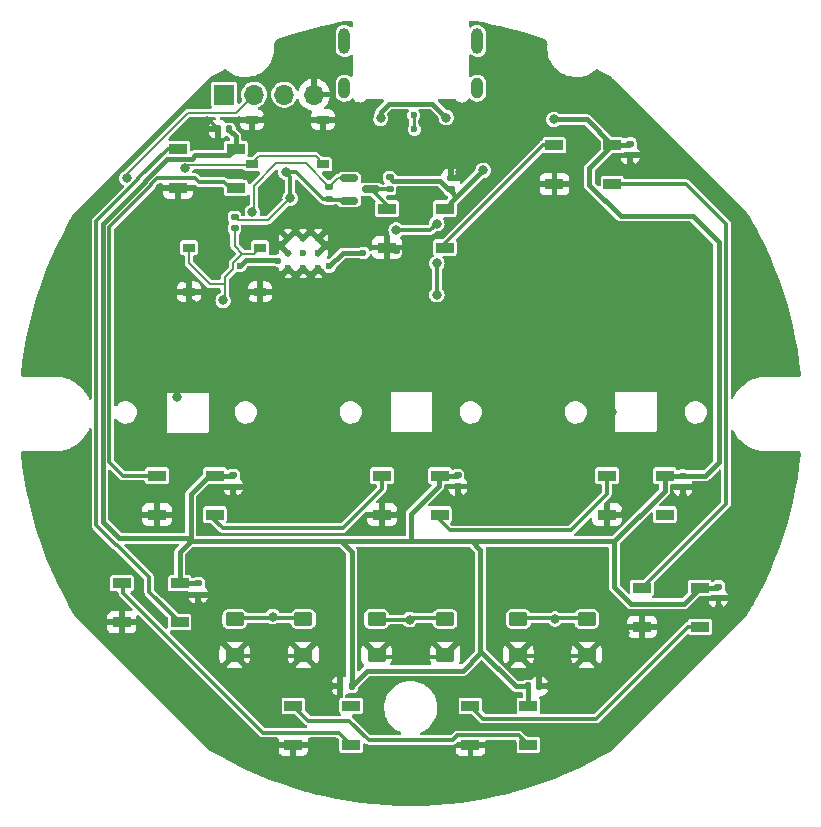
<source format=gbr>
%TF.GenerationSoftware,KiCad,Pcbnew,7.0.5*%
%TF.CreationDate,2023-07-02T01:32:46-05:00*%
%TF.ProjectId,RP2040,52503230-3430-42e6-9b69-6361645f7063,REV1*%
%TF.SameCoordinates,Original*%
%TF.FileFunction,Copper,L4,Bot*%
%TF.FilePolarity,Positive*%
%FSLAX46Y46*%
G04 Gerber Fmt 4.6, Leading zero omitted, Abs format (unit mm)*
G04 Created by KiCad (PCBNEW 7.0.5) date 2023-07-02 01:32:46*
%MOMM*%
%LPD*%
G01*
G04 APERTURE LIST*
G04 Aperture macros list*
%AMRoundRect*
0 Rectangle with rounded corners*
0 $1 Rounding radius*
0 $2 $3 $4 $5 $6 $7 $8 $9 X,Y pos of 4 corners*
0 Add a 4 corners polygon primitive as box body*
4,1,4,$2,$3,$4,$5,$6,$7,$8,$9,$2,$3,0*
0 Add four circle primitives for the rounded corners*
1,1,$1+$1,$2,$3*
1,1,$1+$1,$4,$5*
1,1,$1+$1,$6,$7*
1,1,$1+$1,$8,$9*
0 Add four rect primitives between the rounded corners*
20,1,$1+$1,$2,$3,$4,$5,0*
20,1,$1+$1,$4,$5,$6,$7,0*
20,1,$1+$1,$6,$7,$8,$9,0*
20,1,$1+$1,$8,$9,$2,$3,0*%
G04 Aperture macros list end*
%TA.AperFunction,ComponentPad*%
%ADD10O,1.000000X1.800000*%
%TD*%
%TA.AperFunction,ComponentPad*%
%ADD11O,1.000000X2.200000*%
%TD*%
%TA.AperFunction,ComponentPad*%
%ADD12C,0.600000*%
%TD*%
%TA.AperFunction,ComponentPad*%
%ADD13R,1.700000X1.700000*%
%TD*%
%TA.AperFunction,ComponentPad*%
%ADD14O,1.700000X1.700000*%
%TD*%
%TA.AperFunction,SMDPad,CuDef*%
%ADD15RoundRect,0.140000X0.170000X-0.140000X0.170000X0.140000X-0.170000X0.140000X-0.170000X-0.140000X0*%
%TD*%
%TA.AperFunction,SMDPad,CuDef*%
%ADD16RoundRect,0.300000X0.500000X0.300000X-0.500000X0.300000X-0.500000X-0.300000X0.500000X-0.300000X0*%
%TD*%
%TA.AperFunction,SMDPad,CuDef*%
%ADD17R,1.500000X0.900000*%
%TD*%
%TA.AperFunction,SMDPad,CuDef*%
%ADD18R,1.000000X0.750000*%
%TD*%
%TA.AperFunction,SMDPad,CuDef*%
%ADD19RoundRect,0.140000X-0.170000X0.140000X-0.170000X-0.140000X0.170000X-0.140000X0.170000X0.140000X0*%
%TD*%
%TA.AperFunction,SMDPad,CuDef*%
%ADD20RoundRect,0.135000X-0.185000X0.135000X-0.185000X-0.135000X0.185000X-0.135000X0.185000X0.135000X0*%
%TD*%
%TA.AperFunction,SMDPad,CuDef*%
%ADD21RoundRect,0.140000X0.140000X0.170000X-0.140000X0.170000X-0.140000X-0.170000X0.140000X-0.170000X0*%
%TD*%
%TA.AperFunction,SMDPad,CuDef*%
%ADD22RoundRect,0.135000X0.185000X-0.135000X0.185000X0.135000X-0.185000X0.135000X-0.185000X-0.135000X0*%
%TD*%
%TA.AperFunction,SMDPad,CuDef*%
%ADD23RoundRect,0.150000X-0.587500X-0.150000X0.587500X-0.150000X0.587500X0.150000X-0.587500X0.150000X0*%
%TD*%
%TA.AperFunction,SMDPad,CuDef*%
%ADD24RoundRect,0.140000X-0.140000X-0.170000X0.140000X-0.170000X0.140000X0.170000X-0.140000X0.170000X0*%
%TD*%
%TA.AperFunction,ViaPad*%
%ADD25C,0.800000*%
%TD*%
%TA.AperFunction,ViaPad*%
%ADD26C,0.600000*%
%TD*%
%TA.AperFunction,Conductor*%
%ADD27C,0.300000*%
%TD*%
%TA.AperFunction,Conductor*%
%ADD28C,0.200000*%
%TD*%
%TA.AperFunction,Conductor*%
%ADD29C,0.400000*%
%TD*%
%TA.AperFunction,Conductor*%
%ADD30C,0.250000*%
%TD*%
G04 APERTURE END LIST*
D10*
%TO.P,P1,S1,SHIELD*%
%TO.N,unconnected-(P1-SHIELD-PadS1)*%
X5620000Y27450000D03*
D11*
X5620000Y31450000D03*
D10*
X-5620000Y27450000D03*
D11*
X-5620000Y31450000D03*
%TD*%
D12*
%TO.P,U3,57,GND*%
%TO.N,GND*%
X-7827500Y14747500D03*
X-9102500Y14747500D03*
X-10377500Y14747500D03*
X-7827500Y13472500D03*
X-9102500Y13472500D03*
X-10377500Y13472500D03*
X-7827500Y12197500D03*
X-9102500Y12197500D03*
X-10377500Y12197500D03*
%TD*%
D13*
%TO.P,J1,1,Pin_1*%
%TO.N,SWCLK*%
X-15800000Y26915000D03*
D14*
%TO.P,J1,2,Pin_2*%
%TO.N,SWDIO*%
X-13260000Y26915000D03*
%TO.P,J1,3,Pin_3*%
%TO.N,+3V3*%
X-10720000Y26915000D03*
%TO.P,J1,4,Pin_4*%
%TO.N,GND*%
X-8180000Y26915000D03*
%TD*%
D15*
%TO.P,R7,1*%
%TO.N,Net-(U3-RUN)*%
X-14920000Y15600000D03*
%TO.P,R7,2*%
%TO.N,+3V3*%
X-14920000Y16560000D03*
%TD*%
D16*
%TO.P,SW4,1,1*%
%TO.N,BUTT1*%
X2900000Y-17500000D03*
X-2900000Y-17500000D03*
%TO.P,SW4,2,2*%
%TO.N,GND*%
X2900000Y-20500000D03*
X-2900000Y-20500000D03*
%TD*%
D17*
%TO.P,D10,1,VDD*%
%TO.N,+5V*%
X-14820000Y22320000D03*
%TO.P,D10,2,DOUT*%
%TO.N,UG_DIN*%
X-14820000Y19020000D03*
%TO.P,D10,3,VSS*%
%TO.N,GND*%
X-19720000Y19020000D03*
%TO.P,D10,4,DIN*%
%TO.N,Net-(D10-DIN)*%
X-19720000Y22320000D03*
%TD*%
D18*
%TO.P,SW1,1,1*%
%TO.N,GND*%
X-7430000Y24775000D03*
X-13430000Y24775000D03*
%TO.P,SW1,2,2*%
%TO.N,Net-(R6-Pad1)*%
X-7430000Y21025000D03*
X-13430000Y21025000D03*
%TD*%
D19*
%TO.P,C33,1*%
%TO.N,+5V*%
X-18000000Y-14470000D03*
%TO.P,C33,2*%
%TO.N,GND*%
X-18000000Y-15430000D03*
%TD*%
D20*
%TO.P,R9,1*%
%TO.N,LED_D*%
X-6932500Y19100000D03*
%TO.P,R9,2*%
%TO.N,+3V3*%
X-6932500Y18080000D03*
%TD*%
D21*
%TO.P,C34,1*%
%TO.N,+5V*%
X-15370000Y23970000D03*
%TO.P,C34,2*%
%TO.N,GND*%
X-16330000Y23970000D03*
%TD*%
D16*
%TO.P,SW3,1,1*%
%TO.N,BUTT0*%
X-9100000Y-17500000D03*
X-14900000Y-17500000D03*
%TO.P,SW3,2,2*%
%TO.N,GND*%
X-9100000Y-20500000D03*
X-14900000Y-20500000D03*
%TD*%
D19*
%TO.P,C27,1*%
%TO.N,+5V*%
X23020000Y-5350000D03*
%TO.P,C27,2*%
%TO.N,GND*%
X23020000Y-6310000D03*
%TD*%
D17*
%TO.P,D1,1,VDD*%
%TO.N,+5V*%
X-16600000Y-5350000D03*
%TO.P,D1,2,DOUT*%
%TO.N,Net-(D1-DOUT)*%
X-16600000Y-8650000D03*
%TO.P,D1,3,VSS*%
%TO.N,GND*%
X-21500000Y-8650000D03*
%TO.P,D1,4,DIN*%
%TO.N,UG_DIN*%
X-21500000Y-5350000D03*
%TD*%
D19*
%TO.P,C25,1*%
%TO.N,+5V*%
X-15050000Y-5320000D03*
%TO.P,C25,2*%
%TO.N,GND*%
X-15050000Y-6280000D03*
%TD*%
%TO.P,C29,1*%
%TO.N,+5V*%
X18560000Y22750000D03*
%TO.P,C29,2*%
%TO.N,GND*%
X18560000Y21790000D03*
%TD*%
%TO.P,C26,1*%
%TO.N,+5V*%
X3960000Y-5310000D03*
%TO.P,C26,2*%
%TO.N,GND*%
X3960000Y-6270000D03*
%TD*%
D21*
%TO.P,C32,1*%
%TO.N,+5V*%
X-5010000Y-23170000D03*
%TO.P,C32,2*%
%TO.N,GND*%
X-5970000Y-23170000D03*
%TD*%
D17*
%TO.P,D3,1,VDD*%
%TO.N,+5V*%
X21500000Y-5350000D03*
%TO.P,D3,2,DOUT*%
%TO.N,unconnected-(D3-DOUT-Pad2)*%
X21500000Y-8650000D03*
%TO.P,D3,3,VSS*%
%TO.N,GND*%
X16600000Y-8650000D03*
%TO.P,D3,4,DIN*%
%TO.N,Net-(D2-DOUT)*%
X16600000Y-5350000D03*
%TD*%
D18*
%TO.P,SW2,1,1*%
%TO.N,GND*%
X-18780000Y10210000D03*
X-12780000Y10210000D03*
%TO.P,SW2,2,2*%
%TO.N,Net-(U3-RUN)*%
X-18780000Y13960000D03*
X-12780000Y13960000D03*
%TD*%
D17*
%TO.P,D2,1,VDD*%
%TO.N,+5V*%
X2450000Y-5350000D03*
%TO.P,D2,2,DOUT*%
%TO.N,Net-(D2-DOUT)*%
X2450000Y-8650000D03*
%TO.P,D2,3,VSS*%
%TO.N,GND*%
X-2450000Y-8650000D03*
%TO.P,D2,4,DIN*%
%TO.N,Net-(D1-DOUT)*%
X-2450000Y-5350000D03*
%TD*%
D19*
%TO.P,C30,1*%
%TO.N,+5V*%
X26045000Y-14745000D03*
%TO.P,C30,2*%
%TO.N,GND*%
X26045000Y-15705000D03*
%TD*%
D16*
%TO.P,SW5,1,1*%
%TO.N,BUTT2*%
X14900000Y-17500000D03*
X9100000Y-17500000D03*
%TO.P,SW5,2,2*%
%TO.N,GND*%
X14900000Y-20500000D03*
X9100000Y-20500000D03*
%TD*%
D17*
%TO.P,D4,1,VDD*%
%TO.N,+5V*%
X2880000Y17260000D03*
%TO.P,D4,2,DOUT*%
%TO.N,Net-(D4-DOUT)*%
X2880000Y13960000D03*
%TO.P,D4,3,VSS*%
%TO.N,GND*%
X-2020000Y13960000D03*
%TO.P,D4,4,DIN*%
%TO.N,Net-(D4-DIN)*%
X-2020000Y17260000D03*
%TD*%
D15*
%TO.P,C28,1*%
%TO.N,+5V*%
X3380000Y18880000D03*
%TO.P,C28,2*%
%TO.N,GND*%
X3380000Y19840000D03*
%TD*%
D22*
%TO.P,R10,1*%
%TO.N,Net-(D4-DIN)*%
X-1805000Y18895000D03*
%TO.P,R10,2*%
%TO.N,+5V*%
X-1805000Y19915000D03*
%TD*%
D17*
%TO.P,D8,1,VDD*%
%TO.N,+5V*%
X-5050000Y-24850000D03*
%TO.P,D8,2,DOUT*%
%TO.N,Net-(D8-DOUT)*%
X-5050000Y-28150000D03*
%TO.P,D8,3,VSS*%
%TO.N,GND*%
X-9950000Y-28150000D03*
%TO.P,D8,4,DIN*%
%TO.N,Net-(D7-DOUT)*%
X-9950000Y-24850000D03*
%TD*%
%TO.P,D9,1,VDD*%
%TO.N,+5V*%
X-19580000Y-14450000D03*
%TO.P,D9,2,DOUT*%
%TO.N,Net-(D10-DIN)*%
X-19580000Y-17750000D03*
%TO.P,D9,3,VSS*%
%TO.N,GND*%
X-24480000Y-17750000D03*
%TO.P,D9,4,DIN*%
%TO.N,Net-(D8-DOUT)*%
X-24480000Y-14450000D03*
%TD*%
D23*
%TO.P,Q1,1,G*%
%TO.N,+3V3*%
X-5230000Y17930000D03*
%TO.P,Q1,2,S*%
%TO.N,LED_D*%
X-5230000Y19830000D03*
%TO.P,Q1,3,D*%
%TO.N,Net-(D4-DIN)*%
X-3355000Y18880000D03*
%TD*%
D17*
%TO.P,D6,1,VDD*%
%TO.N,+5V*%
X24475000Y-14855000D03*
%TO.P,D6,2,DOUT*%
%TO.N,Net-(D6-DOUT)*%
X24475000Y-18155000D03*
%TO.P,D6,3,VSS*%
%TO.N,GND*%
X19575000Y-18155000D03*
%TO.P,D6,4,DIN*%
%TO.N,Net-(D5-DOUT)*%
X19575000Y-14855000D03*
%TD*%
%TO.P,D7,1,VDD*%
%TO.N,+5V*%
X9950000Y-24850000D03*
%TO.P,D7,2,DOUT*%
%TO.N,Net-(D7-DOUT)*%
X9950000Y-28150000D03*
%TO.P,D7,3,VSS*%
%TO.N,GND*%
X5050000Y-28150000D03*
%TO.P,D7,4,DIN*%
%TO.N,Net-(D6-DOUT)*%
X5050000Y-24850000D03*
%TD*%
%TO.P,D5,1,VDD*%
%TO.N,+5V*%
X17060000Y22630000D03*
%TO.P,D5,2,DOUT*%
%TO.N,Net-(D5-DOUT)*%
X17060000Y19330000D03*
%TO.P,D5,3,VSS*%
%TO.N,GND*%
X12160000Y19330000D03*
%TO.P,D5,4,DIN*%
%TO.N,Net-(D4-DOUT)*%
X12160000Y22630000D03*
%TD*%
D24*
%TO.P,C31,1*%
%TO.N,+5V*%
X9890000Y-23200000D03*
%TO.P,C31,2*%
%TO.N,GND*%
X10850000Y-23200000D03*
%TD*%
D25*
%TO.N,GND*%
X6166000Y-22706000D03*
X4166000Y-30706000D03*
X12166000Y-28706000D03*
X-21834000Y-6706000D03*
D26*
X-8835000Y18160000D03*
D25*
X5300000Y24730000D03*
X24166000Y11294000D03*
X-11834000Y-14706000D03*
X12166000Y-6706000D03*
X-27834000Y3294000D03*
X-5834000Y29294000D03*
X-27834000Y13294000D03*
X12166000Y7294000D03*
X2166000Y-30706000D03*
X9372500Y11332500D03*
D26*
X-12699838Y18230000D03*
D25*
X24166000Y7294000D03*
X-4350252Y25888370D03*
X22166000Y15294000D03*
X4166000Y-14706000D03*
X-5834000Y5294000D03*
X10166000Y29294000D03*
X-2110000Y0D03*
X24166000Y13294000D03*
X28166000Y-12706000D03*
X-16830000Y17370000D03*
X-23834000Y15294000D03*
X-7834000Y-14706000D03*
X-29834000Y5294000D03*
X-23834000Y3294000D03*
X22166000Y13294000D03*
X10110000Y12422500D03*
X-11834000Y-706000D03*
X-13650000Y15360000D03*
X-19834000Y-6706000D03*
X2166000Y5294000D03*
X-7834000Y-706000D03*
X-13834000Y-4706000D03*
X2450000Y860000D03*
X24166000Y3294000D03*
X-19834000Y-24706000D03*
D26*
X-2828588Y8500500D03*
D25*
X-9834000Y1294000D03*
X-27834000Y15294000D03*
X28166000Y5294000D03*
X-1834000Y-12706000D03*
X-7834000Y29294000D03*
X-20101907Y13770000D03*
X-9834000Y-22706000D03*
X-9834000Y-706000D03*
X6166000Y29294000D03*
X30166000Y7294000D03*
X166000Y-30706000D03*
X14166000Y-12706000D03*
X-11834000Y-28706000D03*
X-31834000Y5294000D03*
X-7834000Y-30706000D03*
X16166000Y-22706000D03*
X14166000Y5294000D03*
X7390000Y17320000D03*
X12166000Y-14706000D03*
X14166000Y17294000D03*
X10166000Y1294000D03*
X10166000Y-6706000D03*
X-15600000Y-2400000D03*
X28166000Y-10706000D03*
X-7834000Y1294000D03*
X8166000Y-4706000D03*
X4420000Y11560000D03*
X8535000Y10297500D03*
X-11910000Y-20660000D03*
X7240531Y13235076D03*
X20166000Y23294000D03*
X12070000Y11185000D03*
X8166000Y29294000D03*
X-7834000Y-6706000D03*
X30166000Y-8706000D03*
X16166000Y-12706000D03*
X8166000Y7294000D03*
X166000Y5294000D03*
X-17834000Y-24706000D03*
X8166000Y-6706000D03*
X6166000Y-30706000D03*
X18166000Y15294000D03*
X10166000Y-8706000D03*
X-9834000Y-8706000D03*
X-27834000Y-4706000D03*
X18166000Y11294000D03*
X-22990000Y-8670000D03*
X-15871907Y15750000D03*
X20166000Y11294000D03*
X14987500Y12975000D03*
X14166000Y-22706000D03*
X-17834000Y5294000D03*
X-17834000Y-12706000D03*
X4830000Y25800000D03*
X8166000Y-12706000D03*
X20166000Y21294000D03*
X-3552964Y25004134D03*
X-23834000Y11294000D03*
X10166000Y-706000D03*
X166000Y-4706000D03*
X14166000Y-4706000D03*
X18140000Y-8540000D03*
X-1834000Y-28706000D03*
X-19834000Y-2706000D03*
X2166000Y-14706000D03*
X17046000Y0D03*
X8166000Y-30706000D03*
X12166000Y1294000D03*
X-14142159Y20089294D03*
X10166000Y-30706000D03*
X-11834000Y-6706000D03*
X-21834000Y9294000D03*
X6166000Y-6706000D03*
X-19834000Y-4706000D03*
X-3834000Y-12706000D03*
X10166000Y-12706000D03*
X-7834000Y-24706000D03*
X-31834000Y-4706000D03*
X28166000Y3294000D03*
X8166000Y-706000D03*
X4185000Y20345000D03*
X11445000Y14360000D03*
X6166000Y5294000D03*
X11550000Y20720000D03*
X16166000Y5294000D03*
X16166000Y27294000D03*
X4040000Y-7140000D03*
X0Y-20600000D03*
D26*
X-2852590Y10170762D03*
D25*
X-1834000Y-14706000D03*
D26*
X-2514838Y16210500D03*
D25*
X21590000Y840000D03*
X18166000Y7294000D03*
X-21834000Y-2706000D03*
X-7834000Y-28706000D03*
X1900000Y22110000D03*
X166000Y-28706000D03*
X18166000Y25294000D03*
X12166000Y5294000D03*
X18166000Y-4706000D03*
X12166000Y27294000D03*
X-2613000Y22333000D03*
X16166000Y7294000D03*
X-1650000Y21370000D03*
X4166000Y-8706000D03*
X22166000Y5294000D03*
X6166000Y-8706000D03*
X14166000Y-14706000D03*
X-27834000Y7294000D03*
X-18503800Y9211124D03*
X14166000Y23294000D03*
X11760000Y-23190000D03*
X-25834000Y-12706000D03*
X20166000Y13294000D03*
X-5410000Y25760000D03*
X26166000Y-10706000D03*
X-23834000Y-6706000D03*
X-5834000Y-30706000D03*
X28166000Y-4706000D03*
X10166000Y-14706000D03*
X-6865000Y-23165000D03*
X-7834000Y-8706000D03*
X-14985000Y-7210000D03*
X-18981907Y11330000D03*
X30166000Y-4706000D03*
X-9834000Y-12706000D03*
X20166000Y5294000D03*
X-13834000Y-28706000D03*
X-890000Y-8640000D03*
X-29834000Y11294000D03*
X26085000Y-16545000D03*
X-1834000Y-30706000D03*
D26*
X-5850000Y7265000D03*
D25*
X-29834000Y-4706000D03*
X18166000Y-6706000D03*
X-9834000Y-30706000D03*
X-15834000Y3294000D03*
X-27834000Y-16706000D03*
X12166000Y-12706000D03*
X28166000Y9294000D03*
X-9834000Y-6706000D03*
X-7834000Y-4706000D03*
X2166000Y-12706000D03*
D26*
X-1144500Y13663483D03*
D25*
X2166000Y7294000D03*
X-27834000Y9294000D03*
X12166000Y-8706000D03*
X-19834000Y1294000D03*
X14166000Y-24706000D03*
X-1834000Y5294000D03*
X22166000Y-14706000D03*
X-11834000Y-8706000D03*
X20166000Y-10706000D03*
X-13834000Y-22706000D03*
X-14005000Y9855000D03*
X4140000Y25310000D03*
X-13834000Y5294000D03*
X8166000Y31294000D03*
X14166000Y27294000D03*
X-21834000Y3294000D03*
X18166000Y-20706000D03*
X4166000Y7294000D03*
X-11834000Y-24706000D03*
X30166000Y-10706000D03*
X-27834000Y11294000D03*
X28166000Y-6706000D03*
X-13834000Y-14706000D03*
X-17834000Y-26706000D03*
X-19834000Y-8706000D03*
X-3834000Y1294000D03*
X10166000Y27294000D03*
X166000Y-12706000D03*
X30166000Y-6706000D03*
X-23834000Y-2706000D03*
X-27834000Y-10706000D03*
X-19834000Y-22706000D03*
X4166000Y-12706000D03*
X6166000Y-4706000D03*
X-29834000Y7294000D03*
X10166000Y5294000D03*
X-4670000Y24090000D03*
X-23834000Y13294000D03*
X-17834000Y-2706000D03*
X-13834000Y-8706000D03*
X26166000Y-12706000D03*
D26*
X-1184838Y9850500D03*
D25*
X-12290000Y24820000D03*
X-5834000Y-4706000D03*
X-9834000Y3294000D03*
X12166000Y-706000D03*
X22166000Y7294000D03*
X12166000Y-4706000D03*
X30166000Y9294000D03*
X-8930000Y25100000D03*
X-13834000Y-12706000D03*
D26*
X-2739838Y9270500D03*
D25*
X30166000Y11294000D03*
X-27834000Y-14706000D03*
X6280000Y25220000D03*
X-9834000Y29294000D03*
X-5834000Y-6706000D03*
X-15834000Y-12706000D03*
X28166000Y7294000D03*
X16166000Y15294000D03*
X-19834000Y5294000D03*
X20166000Y15294000D03*
X-17834000Y3294000D03*
X-15834000Y5294000D03*
X-21834000Y5294000D03*
X-27834000Y-6706000D03*
X8166000Y-24706000D03*
X2166000Y-28706000D03*
X6166000Y7294000D03*
X8166000Y-8706000D03*
X-29834000Y9294000D03*
X166000Y-6706000D03*
X166000Y11294000D03*
X8166000Y-28706000D03*
X14166000Y7294000D03*
X4166000Y5294000D03*
X-29834000Y-6706000D03*
X28166000Y15294000D03*
X-3650000Y23360000D03*
X-15925000Y25000D03*
X8166000Y-14706000D03*
X28166000Y-14706000D03*
X18166000Y13294000D03*
X14166000Y-6706000D03*
X16166000Y11294000D03*
X-21834000Y-22706000D03*
X16166000Y25294000D03*
X-7834000Y31294000D03*
X14166000Y-28706000D03*
X-29834000Y-8706000D03*
X18166000Y-18706000D03*
X-29834000Y-12706000D03*
X18166000Y-12706000D03*
X8166000Y1294000D03*
X-29834000Y-10706000D03*
X-21834000Y-20706000D03*
X-27834000Y-12706000D03*
X24166000Y5294000D03*
X-9834000Y-4706000D03*
X-19834000Y3294000D03*
X-11834000Y-4706000D03*
X22166000Y21294000D03*
X-17260000Y24670000D03*
X4544668Y22175332D03*
X-21200000Y-10000D03*
X-15834000Y-26706000D03*
X28166000Y-8706000D03*
X-12399838Y7990500D03*
X20166000Y7294000D03*
X22166000Y3294000D03*
X-23834000Y9294000D03*
X-11834000Y5294000D03*
X6880000Y26350000D03*
X16166000Y-14706000D03*
X22166000Y11294000D03*
X18600000Y20890000D03*
X30166000Y5294000D03*
X-27834000Y5294000D03*
X-9834000Y-14706000D03*
X166000Y-14706000D03*
X-16090000Y12520000D03*
X-3834000Y5294000D03*
X-11834000Y1294000D03*
X28166000Y13294000D03*
X18166000Y5294000D03*
X-27834000Y-8706000D03*
X28166000Y11294000D03*
X-11834000Y-12706000D03*
X12220000Y-20610000D03*
X-23834000Y-20706000D03*
X-17958000Y-16332000D03*
X-7834000Y-12706000D03*
X24166000Y-12706000D03*
X-21230000Y19040000D03*
X-3834000Y-30706000D03*
X-6130000Y24760000D03*
X12166000Y-24706000D03*
X-17834000Y-18706000D03*
X10166000Y-4706000D03*
X23080000Y-7140000D03*
X10166000Y7294000D03*
X-11834000Y-22706000D03*
X-3834000Y-14706000D03*
X8166000Y5294000D03*
%TO.N,VBUS*%
X3002858Y24967033D03*
X-2560000Y24890000D03*
%TO.N,BUTT0*%
X-11695000Y-17285000D03*
%TO.N,+5V*%
X12120000Y24810000D03*
X6120000Y20500000D03*
D26*
%TO.N,USB_D+*%
X250000Y25140000D03*
X303779Y23965500D03*
D25*
%TO.N,LED_D*%
X-13427500Y16960000D03*
%TO.N,BUTT1*%
X-110000Y-17540000D03*
%TO.N,BUTT2*%
X12202500Y-17490000D03*
D26*
%TO.N,+1V1*%
X-14426916Y12426916D03*
X-6899838Y12370500D03*
X-11212500Y12835000D03*
X-4011985Y13508702D03*
D25*
%TO.N,SWDIO*%
X-24032443Y19835329D03*
%TO.N,+3V3*%
X2205000Y9965000D03*
X-10600000Y20350000D03*
X2205000Y12620000D03*
X2195000Y15990000D03*
X-10219838Y18130500D03*
X-1244500Y15435273D03*
%TO.N,Net-(R6-Pad1)*%
X-19100000Y20670000D03*
%TO.N,Net-(U3-RUN)*%
X-15900000Y9480000D03*
%TD*%
D27*
%TO.N,GND*%
X12210000Y-20620000D02*
X12220000Y-20610000D01*
X26085000Y-16545000D02*
X26090000Y-16550000D01*
X-14985000Y-7210000D02*
X-14980000Y-7205000D01*
X23080000Y-7140000D02*
X23085000Y-7145000D01*
X10860000Y-23190000D02*
X10850000Y-23200000D01*
X4045000Y-7135000D02*
X4040000Y-7140000D01*
X-2545000Y-20680000D02*
X-2625000Y-20600000D01*
D28*
X16600000Y-8650000D02*
X17930000Y-8650000D01*
X17930000Y-8650000D02*
X18040000Y-8540000D01*
X-13650000Y10210000D02*
X-14005000Y9855000D01*
X-22990000Y-8670000D02*
X-22840000Y-8650000D01*
D27*
X2545000Y-20680000D02*
X80000Y-20680000D01*
X23085000Y-7145000D02*
X23085000Y-7195000D01*
X18590000Y20910000D02*
X18585000Y20905000D01*
D28*
X18140000Y-8440000D02*
X18050000Y-8530000D01*
D27*
X-9435000Y-20660000D02*
X-9375000Y-20600000D01*
D28*
X18140000Y-8540000D02*
X18140000Y-8440000D01*
D27*
X-11910000Y-20660000D02*
X-9435000Y-20660000D01*
X26090000Y-16540000D02*
X26085000Y-16545000D01*
X18590000Y20850000D02*
X18565000Y20825000D01*
X26090000Y-16600000D02*
X26065000Y-16625000D01*
X3650000Y19810000D02*
X3360000Y19810000D01*
D28*
X-12290000Y24880000D02*
X-12360000Y24810000D01*
D27*
X-16330000Y23970000D02*
X-17030000Y24670000D01*
X18585000Y20905000D02*
X18590000Y20900000D01*
D28*
X-12780000Y10210000D02*
X-13650000Y10210000D01*
D27*
X-14980000Y-7215000D02*
X-14980000Y-7265000D01*
X23085000Y-7195000D02*
X23060000Y-7220000D01*
X-17958000Y-15472000D02*
X-18000000Y-15430000D01*
X-6865000Y-23165000D02*
X-6870000Y-23170000D01*
X4045000Y-7195000D02*
X4020000Y-7220000D01*
X18590000Y21800000D02*
X18590000Y20910000D01*
X-20338093Y17890000D02*
X-20358093Y17910000D01*
D28*
X-12370000Y24800000D02*
X-12350000Y24820000D01*
D27*
X-14980000Y-7205000D02*
X-14980000Y-6315000D01*
X-11910000Y-20660000D02*
X-14852500Y-20660000D01*
X0Y-20600000D02*
X-80000Y-20680000D01*
X9395000Y-20620000D02*
X12210000Y-20620000D01*
X-14980000Y-7265000D02*
X-15005000Y-7290000D01*
X4040000Y-7140000D02*
X4045000Y-7145000D01*
D28*
X-18780000Y10210000D02*
X-18780000Y9487324D01*
D27*
X23085000Y-7135000D02*
X23085000Y-6245000D01*
X26090000Y-15650000D02*
X26090000Y-16540000D01*
X14605000Y-20620000D02*
X14625000Y-20600000D01*
X-6860000Y-23170000D02*
X-6865000Y-23165000D01*
X-6920000Y-23170000D02*
X-6945000Y-23145000D01*
X12230000Y-20620000D02*
X14605000Y-20620000D01*
D28*
X-2450000Y-8650000D02*
X-900000Y-8650000D01*
D27*
X18590000Y20900000D02*
X18590000Y20850000D01*
X-17958000Y-16332000D02*
X-17958000Y-15472000D01*
X23080000Y-7140000D02*
X23085000Y-7135000D01*
D28*
X-12290000Y24820000D02*
X-12290000Y24880000D01*
X-18780000Y9487324D02*
X-18503800Y9211124D01*
D27*
X9375000Y-20600000D02*
X9395000Y-20620000D01*
D28*
X18040000Y-8540000D02*
X18140000Y-8540000D01*
D27*
X80000Y-20680000D02*
X0Y-20600000D01*
X4045000Y-6245000D02*
X4045000Y-7135000D01*
D28*
X-12350000Y24820000D02*
X-12290000Y24820000D01*
D27*
X-6870000Y-23170000D02*
X-6920000Y-23170000D01*
X-14985000Y-7210000D02*
X-14980000Y-7215000D01*
X2625000Y-20600000D02*
X2545000Y-20680000D01*
X26090000Y-16550000D02*
X26090000Y-16600000D01*
D28*
X-13440000Y24800000D02*
X-12370000Y24800000D01*
D27*
X-80000Y-20680000D02*
X-2545000Y-20680000D01*
X-5970000Y-23170000D02*
X-6860000Y-23170000D01*
X4185000Y20345000D02*
X3650000Y19810000D01*
X11760000Y-23190000D02*
X10860000Y-23190000D01*
D28*
X-21500000Y-8650000D02*
X-22800000Y-8650000D01*
D27*
X12220000Y-20610000D02*
X12230000Y-20620000D01*
D28*
X-900000Y-8650000D02*
X-890000Y-8640000D01*
D27*
X-17030000Y24670000D02*
X-17260000Y24670000D01*
D28*
X-22840000Y-8650000D02*
X-22820000Y-8650000D01*
X-22800000Y-8650000D02*
X-22990000Y-8670000D01*
D27*
X4045000Y-7145000D02*
X4045000Y-7195000D01*
D29*
%TO.N,VBUS*%
X3002858Y24967033D02*
X1822891Y26147000D01*
X1822891Y26147000D02*
X-1868000Y26147000D01*
X-2560000Y24890000D02*
X-2560000Y25440000D01*
X-2560000Y25440000D02*
X-1863000Y26137000D01*
D27*
%TO.N,BUTT0*%
X-11695000Y-17285000D02*
X-11580000Y-17400000D01*
X-11695000Y-17285000D02*
X-11810000Y-17400000D01*
X-11810000Y-17400000D02*
X-14625000Y-17400000D01*
X-11580000Y-17400000D02*
X-9350000Y-17400000D01*
%TO.N,Net-(D6-DOUT)*%
X23465000Y-18155000D02*
X15700000Y-25920000D01*
X15700000Y-25920000D02*
X6120000Y-25920000D01*
X24475000Y-18155000D02*
X23465000Y-18155000D01*
X6120000Y-25920000D02*
X5050000Y-24850000D01*
D29*
%TO.N,+5V*%
X-1490000Y19600000D02*
X-1805000Y19915000D01*
X15100000Y19290000D02*
X17760000Y16630000D01*
X21500000Y-5350000D02*
X21500000Y-6650000D01*
X5890000Y-19124949D02*
X5890000Y-20220000D01*
X26060000Y-4230000D02*
X24940000Y-5350000D01*
X17230000Y-10920000D02*
X17230000Y-14820000D01*
X-14820000Y22320000D02*
X-14820000Y23370000D01*
X-26070000Y-9272182D02*
X-26070000Y15960000D01*
X21500000Y-5350000D02*
X23070000Y-5350000D01*
X8870000Y-23200000D02*
X9890000Y-23200000D01*
X-5880000Y-10920000D02*
X-18650000Y-10920000D01*
X-14820000Y23370000D02*
X-15355000Y23905000D01*
X-18280000Y21760000D02*
X-15380000Y21760000D01*
X17230000Y-10920000D02*
X5180000Y-10920000D01*
X3950000Y-5340000D02*
X3890000Y-5400000D01*
X17060000Y22630000D02*
X18440000Y22630000D01*
X25935000Y-14855000D02*
X26045000Y-14745000D01*
X3890000Y-5400000D02*
X2370000Y-5400000D01*
X-18910000Y-10660000D02*
X-24682182Y-10660000D01*
X-18570000Y21470000D02*
X-18280000Y21760000D01*
X24475000Y-14855000D02*
X25935000Y-14855000D01*
X12120000Y24810000D02*
X14880000Y24810000D01*
X5180000Y-10920000D02*
X-5880000Y-10920000D01*
X-18650000Y-10920000D02*
X-19580000Y-11850000D01*
X-15380000Y21760000D02*
X-14820000Y22320000D01*
X5890000Y-20220000D02*
X8870000Y-23200000D01*
X-19580000Y-14450000D02*
X-18020000Y-14450000D01*
X14880000Y24810000D02*
X17060000Y22630000D01*
X5890000Y-19124949D02*
X5890000Y-20370000D01*
X-5010000Y-11790000D02*
X-5010000Y-23170000D01*
X3175614Y18920000D02*
X2495614Y19600000D01*
X-22530000Y19500000D02*
X-22530000Y19578479D01*
X-24682182Y-10660000D02*
X-26070000Y-9272182D01*
X24940000Y-5350000D02*
X21950000Y-5350000D01*
X-3710000Y-21870000D02*
X-5010000Y-23170000D01*
X-18650000Y-6950000D02*
X-17050000Y-5350000D01*
X21500000Y-6650000D02*
X17230000Y-10920000D01*
X17060000Y22630000D02*
X15100000Y20670000D01*
X-26070000Y15960000D02*
X-22530000Y19500000D01*
X-22530000Y19578479D02*
X-20638479Y21470000D01*
X23880000Y16630000D02*
X26060000Y14450000D01*
X18440000Y22630000D02*
X18560000Y22750000D01*
X18615000Y-16205000D02*
X23125000Y-16205000D01*
X4390000Y-21870000D02*
X-3710000Y-21870000D01*
X2495614Y19600000D02*
X-1490000Y19600000D01*
X5890000Y-11630000D02*
X5890000Y-19124949D01*
X-20638479Y21470000D02*
X-18570000Y21470000D01*
X-17050000Y-5350000D02*
X-15030000Y-5350000D01*
X-5880000Y-10920000D02*
X-5010000Y-11790000D01*
X2370000Y-6250000D02*
X40000Y-8580000D01*
X-19580000Y-11850000D02*
X-19580000Y-14450000D01*
X5180000Y-10920000D02*
X5890000Y-11630000D01*
X17760000Y16630000D02*
X23880000Y16630000D01*
X5890000Y-20370000D02*
X4390000Y-21870000D01*
X15100000Y20670000D02*
X15100000Y19290000D01*
X3360000Y18750000D02*
X3865000Y18245000D01*
X26060000Y14450000D02*
X26060000Y-4230000D01*
X40000Y-8580000D02*
X40000Y-10920000D01*
X-18650000Y-10920000D02*
X-18910000Y-10660000D01*
X6120000Y20500000D02*
X3865000Y18245000D01*
X-18650000Y-10920000D02*
X-18650000Y-6950000D01*
X3865000Y18245000D02*
X2880000Y17260000D01*
X23125000Y-16205000D02*
X24475000Y-14855000D01*
X2370000Y-5400000D02*
X2370000Y-6250000D01*
X9940000Y-23340000D02*
X9940000Y-24910000D01*
X17230000Y-14820000D02*
X18615000Y-16205000D01*
D27*
%TO.N,Net-(D4-DOUT)*%
X12160000Y22630000D02*
X11200000Y22630000D01*
X2880000Y14310000D02*
X2880000Y13960000D01*
X11200000Y22630000D02*
X2880000Y14310000D01*
%TO.N,Net-(D5-DOUT)*%
X26680000Y-7750000D02*
X19575000Y-14855000D01*
X17060000Y19330000D02*
X23310000Y19330000D01*
X23310000Y19330000D02*
X26680000Y15960000D01*
X26680000Y15960000D02*
X26680000Y-7750000D01*
%TO.N,Net-(D7-DOUT)*%
X-5200000Y-26100000D02*
X-3580000Y-27720000D01*
X3580000Y-27720000D02*
X3950000Y-27350000D01*
X-9950000Y-24850000D02*
X-8700000Y-26100000D01*
X-8700000Y-26100000D02*
X-5200000Y-26100000D01*
X9150000Y-27350000D02*
X9950000Y-28150000D01*
X3950000Y-27350000D02*
X9150000Y-27350000D01*
X-3580000Y-27720000D02*
X3580000Y-27720000D01*
D30*
%TO.N,USB_D+*%
X246456Y24022823D02*
X303779Y23965500D01*
X246456Y25214500D02*
X246456Y24022823D01*
D28*
%TO.N,LED_D*%
X-13299838Y19170162D02*
X-11390000Y21080000D01*
X-13299838Y17087662D02*
X-13299838Y19170162D01*
X-13427500Y16960000D02*
X-13299838Y17087662D01*
X-6202500Y19830000D02*
X-5230000Y19830000D01*
X-11390000Y21080000D02*
X-8912500Y21080000D01*
X-8912500Y21080000D02*
X-6932500Y19100000D01*
X-6932500Y19100000D02*
X-6202500Y19830000D01*
D27*
%TO.N,BUTT1*%
X-110000Y-17540000D02*
X30000Y-17400000D01*
X-2485000Y-17540000D02*
X-2625000Y-17400000D01*
X30000Y-17400000D02*
X2650000Y-17400000D01*
X-110000Y-17540000D02*
X-2485000Y-17540000D01*
%TO.N,BUTT2*%
X12292500Y-17400000D02*
X14650000Y-17400000D01*
X12112500Y-17400000D02*
X12202500Y-17490000D01*
X9375000Y-17400000D02*
X12112500Y-17400000D01*
X12202500Y-17490000D02*
X12292500Y-17400000D01*
%TO.N,Net-(D4-DIN)*%
X-2020000Y17545000D02*
X-3355000Y18880000D01*
X-3355000Y18880000D02*
X-1832500Y18880000D01*
%TO.N,Net-(D2-DOUT)*%
X13538000Y-9982000D02*
X16600000Y-6920000D01*
X2450000Y-9150000D02*
X3282000Y-9982000D01*
X3282000Y-9982000D02*
X13538000Y-9982000D01*
X16600000Y-6920000D02*
X16600000Y-5350000D01*
%TO.N,UG_DIN*%
X-24380000Y-5350000D02*
X-21950000Y-5350000D01*
X-21480661Y19850000D02*
X-21980000Y19350661D01*
X-15345661Y19020000D02*
X-15815000Y19489339D01*
X-17919339Y19489339D02*
X-18280000Y19850000D01*
X-21980000Y19250000D02*
X-25520000Y15710000D01*
X-25520000Y-4210000D02*
X-24380000Y-5350000D01*
X-15815000Y19489339D02*
X-17919339Y19489339D01*
X-25520000Y15710000D02*
X-25520000Y-4210000D01*
X-21980000Y19350661D02*
X-21980000Y19250000D01*
X-18280000Y19850000D02*
X-21480661Y19850000D01*
X-14820000Y19020000D02*
X-15345661Y19020000D01*
D29*
%TO.N,+1V1*%
X-13976332Y12877500D02*
X-11267470Y12877500D01*
X-6899838Y12370500D02*
X-5761636Y13508702D01*
X-14426916Y12426916D02*
X-13976332Y12877500D01*
X-5761636Y13508702D02*
X-4011985Y13508702D01*
X-11267470Y12877500D02*
X-11237470Y12847500D01*
D28*
%TO.N,SWDIO*%
X-14805000Y25370000D02*
X-13260000Y26915000D01*
X-18856758Y25370000D02*
X-14805000Y25370000D01*
X-24032443Y19835329D02*
X-24032443Y20194315D01*
X-24032443Y20194315D02*
X-18856758Y25370000D01*
D27*
%TO.N,Net-(D10-DIN)*%
X-24859999Y-11260000D02*
X-24930710Y-11260000D01*
X-20566297Y22320000D02*
X-19720000Y22320000D01*
X-26620000Y16187817D02*
X-23080000Y19727818D01*
X-22160000Y-15170000D02*
X-22160000Y-13959999D01*
X-19580000Y-17750000D02*
X-22160000Y-15170000D01*
X-23080000Y19806297D02*
X-20566297Y22320000D01*
X-24930710Y-11260000D02*
X-26620000Y-9570710D01*
X-23080000Y19727818D02*
X-23080000Y19806297D01*
X-26620000Y-9570710D02*
X-26620000Y16187817D01*
X-22160000Y-13959999D02*
X-24859999Y-11260000D01*
%TO.N,Net-(D8-DOUT)*%
X-6080000Y-27120000D02*
X-12500000Y-27120000D01*
X-5050000Y-28150000D02*
X-6080000Y-27120000D01*
X-12500000Y-27120000D02*
X-24350000Y-15270000D01*
X-24350000Y-15270000D02*
X-24350000Y-14580000D01*
%TO.N,Net-(D1-DOUT)*%
X-2450000Y-6470000D02*
X-2450000Y-5850000D01*
X-15900000Y-9800000D02*
X-5780000Y-9800000D01*
X-5780000Y-9800000D02*
X-2450000Y-6470000D01*
X-17050000Y-8650000D02*
X-15900000Y-9800000D01*
D28*
%TO.N,+3V3*%
X-10219838Y18130500D02*
X-12090338Y16260000D01*
D27*
X1640273Y15435273D02*
X2195000Y15990000D01*
X-5305000Y18005000D02*
X-6857500Y18005000D01*
X-9710000Y20350000D02*
X-10600000Y20350000D01*
X-10219838Y18130500D02*
X-10219838Y19969838D01*
X-1244500Y15435273D02*
X1640273Y15435273D01*
X-10219838Y19969838D02*
X-10600000Y20350000D01*
X-5230000Y17930000D02*
X-5305000Y18005000D01*
X2205000Y9965000D02*
X2205000Y12620000D01*
X-6932500Y18080000D02*
X-7440000Y18080000D01*
D28*
X-14620000Y16260000D02*
X-14920000Y16560000D01*
X-12090338Y16260000D02*
X-14620000Y16260000D01*
D27*
X-7440000Y18080000D02*
X-9710000Y20350000D01*
X-6857500Y18005000D02*
X-6932500Y18080000D01*
D28*
%TO.N,Net-(R6-Pad1)*%
X-8070000Y21680000D02*
X-7440000Y21050000D01*
X-13630000Y20920000D02*
X-12870000Y21680000D01*
X-19100000Y20670000D02*
X-18850000Y20920000D01*
X-18850000Y20920000D02*
X-13630000Y20920000D01*
X-12870000Y21680000D02*
X-8070000Y21680000D01*
%TO.N,Net-(U3-RUN)*%
X-14272360Y13430000D02*
X-13310000Y13430000D01*
X-15760000Y10870000D02*
X-15760000Y11440000D01*
X-17010000Y10870000D02*
X-18780000Y12640000D01*
X-15026916Y12173084D02*
X-15026916Y12675445D01*
X-15900000Y9480000D02*
X-15760000Y9620000D01*
X-15760000Y11440000D02*
X-15026916Y12173084D01*
X-15760000Y10870000D02*
X-17010000Y10870000D01*
X-15026916Y12675445D02*
X-14272360Y13430000D01*
X-13310000Y13430000D02*
X-12780000Y13960000D01*
X-18780000Y12640000D02*
X-18780000Y13960000D01*
X-15760000Y9620000D02*
X-15760000Y10870000D01*
X-14920000Y15600000D02*
X-14920000Y14077640D01*
X-14920000Y14077640D02*
X-14272360Y13430000D01*
%TD*%
%TA.AperFunction,Conductor*%
%TO.N,GND*%
G36*
X-27082677Y-1329874D02*
G01*
X-27034378Y-1380361D01*
X-27020500Y-1437363D01*
X-27020500Y-9634139D01*
X-27020499Y-9634149D01*
X-27013654Y-9655217D01*
X-27009113Y-9674128D01*
X-27005646Y-9696014D01*
X-27005645Y-9696017D01*
X-26995588Y-9715755D01*
X-26988143Y-9733728D01*
X-26981296Y-9754800D01*
X-26968274Y-9772724D01*
X-26958110Y-9789310D01*
X-26948050Y-9809052D01*
X-26927136Y-9829966D01*
X-26927107Y-9829997D01*
X-25189724Y-11567380D01*
X-25189704Y-11567398D01*
X-25169052Y-11588050D01*
X-25149312Y-11598108D01*
X-25132723Y-11608274D01*
X-25114800Y-11621295D01*
X-25114799Y-11621296D01*
X-25093730Y-11628142D01*
X-25075765Y-11635582D01*
X-25056014Y-11645646D01*
X-25056012Y-11645646D01*
X-25047318Y-11650076D01*
X-25048305Y-11652012D01*
X-25012348Y-11674044D01*
X-22596819Y-14089572D01*
X-22563334Y-14150895D01*
X-22560500Y-14177253D01*
X-22560500Y-15233429D01*
X-22560499Y-15233439D01*
X-22553654Y-15254507D01*
X-22549113Y-15273418D01*
X-22545646Y-15295304D01*
X-22545645Y-15295307D01*
X-22535588Y-15315045D01*
X-22528143Y-15333018D01*
X-22521296Y-15354090D01*
X-22508274Y-15372014D01*
X-22498110Y-15388600D01*
X-22488430Y-15407597D01*
X-22488050Y-15408342D01*
X-22467136Y-15429256D01*
X-22467107Y-15429287D01*
X-20616819Y-17279574D01*
X-20583334Y-17340897D01*
X-20580500Y-17367255D01*
X-20580500Y-18173744D01*
X-20600185Y-18240783D01*
X-20652989Y-18286538D01*
X-20722147Y-18296482D01*
X-20785703Y-18267457D01*
X-20792181Y-18261425D01*
X-23706254Y-15347353D01*
X-23739739Y-15286030D01*
X-23734755Y-15216338D01*
X-23692883Y-15160405D01*
X-23642763Y-15138055D01*
X-23632260Y-15135966D01*
X-23549399Y-15080601D01*
X-23494034Y-14997740D01*
X-23479500Y-14924674D01*
X-23479500Y-13975326D01*
X-23479500Y-13975323D01*
X-23479501Y-13975321D01*
X-23494033Y-13902264D01*
X-23494034Y-13902260D01*
X-23511911Y-13875505D01*
X-23549399Y-13819399D01*
X-23614483Y-13775912D01*
X-23632261Y-13764033D01*
X-23632265Y-13764032D01*
X-23705323Y-13749500D01*
X-23705326Y-13749500D01*
X-25254674Y-13749500D01*
X-25254677Y-13749500D01*
X-25327736Y-13764032D01*
X-25327740Y-13764033D01*
X-25410601Y-13819399D01*
X-25465967Y-13902260D01*
X-25465968Y-13902264D01*
X-25480500Y-13975321D01*
X-25480500Y-14924678D01*
X-25465968Y-14997735D01*
X-25465967Y-14997739D01*
X-25465966Y-14997740D01*
X-25410601Y-15080601D01*
X-25334020Y-15131770D01*
X-25327740Y-15135966D01*
X-25327736Y-15135967D01*
X-25254679Y-15150499D01*
X-25254676Y-15150500D01*
X-25254674Y-15150500D01*
X-24874500Y-15150500D01*
X-24807461Y-15170185D01*
X-24761706Y-15222989D01*
X-24750500Y-15274500D01*
X-24750500Y-15333429D01*
X-24750499Y-15333439D01*
X-24743654Y-15354507D01*
X-24739113Y-15373418D01*
X-24735646Y-15395304D01*
X-24735645Y-15395307D01*
X-24725588Y-15415045D01*
X-24718143Y-15433018D01*
X-24711296Y-15454090D01*
X-24698274Y-15472014D01*
X-24688110Y-15488600D01*
X-24678050Y-15508342D01*
X-24657136Y-15529256D01*
X-24657107Y-15529287D01*
X-23598075Y-16588319D01*
X-23564590Y-16649642D01*
X-23569574Y-16719334D01*
X-23611446Y-16775267D01*
X-23676910Y-16799684D01*
X-23685756Y-16800000D01*
X-24230000Y-16800000D01*
X-24230000Y-17500000D01*
X-23230000Y-17500000D01*
X-23230000Y-17255756D01*
X-23210315Y-17188717D01*
X-23157511Y-17142962D01*
X-23088353Y-17133018D01*
X-23024797Y-17162043D01*
X-23018319Y-17168075D01*
X-12759014Y-27427380D01*
X-12758994Y-27427398D01*
X-12738342Y-27448050D01*
X-12718602Y-27458108D01*
X-12702013Y-27468274D01*
X-12684091Y-27481295D01*
X-12684090Y-27481295D01*
X-12684089Y-27481296D01*
X-12663020Y-27488142D01*
X-12645051Y-27495584D01*
X-12625304Y-27505646D01*
X-12603418Y-27509112D01*
X-12584503Y-27513653D01*
X-12563433Y-27520500D01*
X-12531519Y-27520500D01*
X-11323767Y-27520500D01*
X-11256728Y-27540185D01*
X-11210973Y-27592989D01*
X-11200376Y-27648851D01*
X-11200000Y-27648851D01*
X-11200000Y-27650835D01*
X-11199944Y-27651131D01*
X-11200000Y-27652176D01*
X-11200000Y-27900000D01*
X-8700000Y-27900000D01*
X-8700000Y-27652176D01*
X-8700056Y-27651131D01*
X-8700000Y-27650894D01*
X-8700000Y-27648851D01*
X-8699517Y-27648851D01*
X-8683984Y-27583135D01*
X-8633702Y-27534622D01*
X-8576233Y-27520500D01*
X-6297255Y-27520500D01*
X-6230216Y-27540185D01*
X-6209574Y-27556819D01*
X-6086819Y-27679574D01*
X-6053334Y-27740897D01*
X-6050500Y-27767255D01*
X-6050501Y-28624676D01*
X-6050500Y-28624678D01*
X-6035968Y-28697735D01*
X-6035967Y-28697739D01*
X-6035966Y-28697740D01*
X-5980601Y-28780601D01*
X-5897740Y-28835965D01*
X-5897740Y-28835966D01*
X-5897736Y-28835967D01*
X-5824679Y-28850499D01*
X-5824676Y-28850500D01*
X-5824674Y-28850500D01*
X-4275324Y-28850500D01*
X-4275323Y-28850499D01*
X-4202260Y-28835966D01*
X-4119399Y-28780601D01*
X-4064034Y-28697740D01*
X-4049500Y-28624674D01*
X-4049500Y-28400000D01*
X3800000Y-28400000D01*
X3800000Y-28647844D01*
X3806401Y-28707372D01*
X3806403Y-28707379D01*
X3856645Y-28842086D01*
X3856649Y-28842093D01*
X3942809Y-28957187D01*
X3942812Y-28957190D01*
X4057906Y-29043350D01*
X4057913Y-29043354D01*
X4192620Y-29093596D01*
X4192627Y-29093598D01*
X4252155Y-29099999D01*
X4252172Y-29100000D01*
X4800000Y-29100000D01*
X4800000Y-28400000D01*
X5300000Y-28400000D01*
X5300000Y-29100000D01*
X5847828Y-29100000D01*
X5847844Y-29099999D01*
X5907372Y-29093598D01*
X5907379Y-29093596D01*
X6042086Y-29043354D01*
X6042093Y-29043350D01*
X6157187Y-28957190D01*
X6157190Y-28957187D01*
X6243350Y-28842093D01*
X6243354Y-28842086D01*
X6293596Y-28707379D01*
X6293598Y-28707372D01*
X6299999Y-28647844D01*
X6300000Y-28647827D01*
X6300000Y-28400000D01*
X5300000Y-28400000D01*
X4800000Y-28400000D01*
X3800000Y-28400000D01*
X-4049500Y-28400000D01*
X-4049500Y-28116254D01*
X-4029815Y-28049216D01*
X-3977011Y-28003461D01*
X-3907853Y-27993517D01*
X-3847227Y-28021204D01*
X-3846798Y-28020668D01*
X-3844667Y-28022373D01*
X-3844297Y-28022542D01*
X-3841291Y-28025342D01*
X-3838994Y-28027398D01*
X-3818342Y-28048050D01*
X-3798610Y-28058104D01*
X-3798606Y-28058106D01*
X-3782018Y-28068271D01*
X-3764090Y-28081296D01*
X-3743021Y-28088141D01*
X-3725042Y-28095588D01*
X-3705304Y-28105646D01*
X-3683422Y-28109111D01*
X-3664509Y-28113652D01*
X-3643433Y-28120500D01*
X-3643432Y-28120500D01*
X3643431Y-28120500D01*
X3643433Y-28120500D01*
X3664501Y-28113654D01*
X3683417Y-28109112D01*
X3705304Y-28105646D01*
X3725044Y-28095586D01*
X3743011Y-28088144D01*
X3764090Y-28081296D01*
X3782026Y-28068263D01*
X3798588Y-28058114D01*
X3818342Y-28048050D01*
X3833834Y-28032557D01*
X3833841Y-28032552D01*
X3930074Y-27936319D01*
X3991397Y-27902834D01*
X4017755Y-27900000D01*
X6300000Y-27900000D01*
X6300000Y-27874500D01*
X6319685Y-27807461D01*
X6372489Y-27761706D01*
X6424000Y-27750500D01*
X8825500Y-27750500D01*
X8892539Y-27770185D01*
X8938294Y-27822989D01*
X8949500Y-27874500D01*
X8949500Y-28624678D01*
X8964032Y-28697735D01*
X8964033Y-28697739D01*
X8964034Y-28697740D01*
X9019399Y-28780601D01*
X9102260Y-28835965D01*
X9102260Y-28835966D01*
X9102264Y-28835967D01*
X9175321Y-28850499D01*
X9175324Y-28850500D01*
X9175326Y-28850500D01*
X10724676Y-28850500D01*
X10724677Y-28850499D01*
X10797740Y-28835966D01*
X10880601Y-28780601D01*
X10935966Y-28697740D01*
X10950500Y-28624674D01*
X10950500Y-27675326D01*
X10950500Y-27675323D01*
X10950499Y-27675321D01*
X10935967Y-27602264D01*
X10935966Y-27602260D01*
X10923187Y-27583135D01*
X10880601Y-27519399D01*
X10797740Y-27464034D01*
X10797739Y-27464033D01*
X10797735Y-27464032D01*
X10724677Y-27449500D01*
X10724674Y-27449500D01*
X9867255Y-27449500D01*
X9800216Y-27429815D01*
X9779574Y-27413181D01*
X9409287Y-27042893D01*
X9409256Y-27042864D01*
X9388342Y-27021950D01*
X9388341Y-27021949D01*
X9368600Y-27011890D01*
X9352014Y-27001726D01*
X9334090Y-26988704D01*
X9334091Y-26988704D01*
X9313018Y-26981857D01*
X9295045Y-26974412D01*
X9275307Y-26964355D01*
X9275304Y-26964354D01*
X9253418Y-26960887D01*
X9234507Y-26956346D01*
X9213439Y-26949501D01*
X9213434Y-26949500D01*
X9213433Y-26949500D01*
X9181519Y-26949500D01*
X4013433Y-26949500D01*
X3886567Y-26949500D01*
X3865491Y-26956347D01*
X3846582Y-26960887D01*
X3824695Y-26964354D01*
X3804952Y-26974413D01*
X3786988Y-26981854D01*
X3765910Y-26988703D01*
X3765905Y-26988706D01*
X3747977Y-27001731D01*
X3731397Y-27011891D01*
X3711660Y-27021948D01*
X3711659Y-27021948D01*
X3700376Y-27033231D01*
X3689094Y-27044513D01*
X3689093Y-27044513D01*
X3450426Y-27283181D01*
X3389103Y-27316666D01*
X3362745Y-27319500D01*
X916026Y-27319500D01*
X848987Y-27299815D01*
X803232Y-27247011D01*
X793288Y-27177853D01*
X822313Y-27114297D01*
X875350Y-27078361D01*
X880537Y-27076560D01*
X1149459Y-26940668D01*
X1397869Y-26770144D01*
X1621333Y-26568032D01*
X1815865Y-26337939D01*
X1977993Y-26083970D01*
X2104823Y-25810658D01*
X2194093Y-25522879D01*
X2244209Y-25225770D01*
X2254277Y-24924631D01*
X2224118Y-24624838D01*
X2154269Y-24331739D01*
X2045977Y-24050566D01*
X1901175Y-23786335D01*
X1885737Y-23765383D01*
X1815595Y-23670185D01*
X1722446Y-23543762D01*
X1512980Y-23327176D01*
X1389742Y-23229856D01*
X1276521Y-23140446D01*
X1276517Y-23140443D01*
X1276515Y-23140442D01*
X1017270Y-22986891D01*
X739872Y-22869264D01*
X739863Y-22869261D01*
X449272Y-22789660D01*
X331370Y-22773804D01*
X150653Y-22749500D01*
X-75244Y-22749500D01*
X-75252Y-22749500D01*
X-300632Y-22764587D01*
X-300641Y-22764589D01*
X-595906Y-22824604D01*
X-880536Y-22923439D01*
X-880541Y-22923441D01*
X-1149454Y-23059328D01*
X-1397875Y-23229860D01*
X-1621335Y-23431969D01*
X-1815868Y-23662064D01*
X-1977994Y-23916030D01*
X-1977995Y-23916032D01*
X-2093079Y-24164034D01*
X-2104823Y-24189342D01*
X-2104824Y-24189346D01*
X-2194093Y-24477118D01*
X-2244209Y-24774230D01*
X-2254277Y-25075373D01*
X-2224119Y-25375160D01*
X-2224118Y-25375162D01*
X-2154272Y-25668252D01*
X-2154267Y-25668266D01*
X-2045980Y-25949427D01*
X-2045976Y-25949436D01*
X-1901175Y-26213665D01*
X-1901171Y-26213671D01*
X-1759842Y-26405484D01*
X-1722446Y-26456238D01*
X-1722439Y-26456245D01*
X-1512981Y-26672823D01*
X-1276522Y-26859553D01*
X-1276520Y-26859554D01*
X-1276515Y-26859558D01*
X-1017270Y-27013109D01*
X-1017264Y-27013111D01*
X-1017263Y-27013112D01*
X-856363Y-27081340D01*
X-802328Y-27125634D01*
X-780818Y-27192110D01*
X-798663Y-27259663D01*
X-850196Y-27306844D01*
X-904772Y-27319500D01*
X-3362745Y-27319500D01*
X-3429784Y-27299815D01*
X-3450426Y-27283181D01*
X-4940713Y-25792893D01*
X-4940744Y-25792864D01*
X-4961658Y-25771950D01*
X-4961659Y-25771949D01*
X-4968558Y-25765050D01*
X-4966687Y-25763178D01*
X-5000376Y-25719490D01*
X-5006357Y-25649877D01*
X-4973752Y-25588081D01*
X-4912914Y-25553723D01*
X-4884826Y-25550500D01*
X-4275324Y-25550500D01*
X-4275323Y-25550499D01*
X-4202260Y-25535966D01*
X-4119399Y-25480601D01*
X-4064034Y-25397740D01*
X-4049500Y-25324674D01*
X-4049500Y-24375326D01*
X-4049500Y-24375323D01*
X-4049501Y-24375321D01*
X-4064033Y-24302264D01*
X-4064034Y-24302260D01*
X-4119399Y-24219399D01*
X-4202260Y-24164034D01*
X-4202261Y-24164033D01*
X-4202265Y-24164032D01*
X-4275323Y-24149500D01*
X-4275326Y-24149500D01*
X-5488256Y-24149500D01*
X-5555295Y-24129815D01*
X-5601050Y-24077011D01*
X-5610994Y-24007853D01*
X-5581969Y-23944297D01*
X-5551377Y-23918768D01*
X-5434626Y-23849721D01*
X-5434621Y-23849717D01*
X-5341667Y-23756763D01*
X-5280344Y-23723278D01*
X-5234590Y-23721970D01*
X-5180735Y-23730500D01*
X-4839266Y-23730499D01*
X-4839261Y-23730499D01*
X-4839261Y-23730498D01*
X-4785413Y-23721970D01*
X-4747830Y-23716018D01*
X-4747829Y-23716018D01*
X-4747828Y-23716017D01*
X-4747825Y-23716017D01*
X-4637609Y-23659859D01*
X-4550141Y-23572391D01*
X-4493983Y-23462175D01*
X-4493983Y-23462173D01*
X-4493982Y-23462172D01*
X-4493982Y-23462171D01*
X-4479501Y-23370740D01*
X-4479500Y-23370735D01*
X-4479501Y-23327966D01*
X-4459818Y-23260928D01*
X-4443187Y-23240289D01*
X-3559716Y-22356819D01*
X-3498393Y-22323334D01*
X-3472035Y-22320500D01*
X4361217Y-22320500D01*
X4368155Y-22320889D01*
X4400050Y-22324483D01*
X4407034Y-22325270D01*
X4407034Y-22325269D01*
X4407035Y-22325270D01*
X4464382Y-22314418D01*
X4466577Y-22314045D01*
X4524287Y-22305348D01*
X4524291Y-22305345D01*
X4532447Y-22302830D01*
X4540469Y-22300024D01*
X4540470Y-22300023D01*
X4540472Y-22300023D01*
X4592123Y-22272723D01*
X4594038Y-22271756D01*
X4646642Y-22246425D01*
X4646643Y-22246423D01*
X4646645Y-22246423D01*
X4653695Y-22241616D01*
X4660537Y-22236567D01*
X4660538Y-22236566D01*
X4701822Y-22195280D01*
X4703421Y-22193740D01*
X4746194Y-22154055D01*
X4746196Y-22154050D01*
X4751987Y-22146790D01*
X4752643Y-22147313D01*
X4762032Y-22135070D01*
X5877322Y-21019781D01*
X5938641Y-20986299D01*
X6008333Y-20991283D01*
X6052680Y-21019784D01*
X8531094Y-23498198D01*
X8535730Y-23503386D01*
X8551076Y-23522628D01*
X8560121Y-23533970D01*
X8574471Y-23543754D01*
X8608293Y-23566813D01*
X8610184Y-23568155D01*
X8657120Y-23602794D01*
X8664672Y-23606785D01*
X8672322Y-23610468D01*
X8672327Y-23610472D01*
X8720983Y-23625480D01*
X8728073Y-23627667D01*
X8730266Y-23628388D01*
X8751210Y-23635717D01*
X8785299Y-23647646D01*
X8793688Y-23649232D01*
X8802095Y-23650500D01*
X8802098Y-23650500D01*
X8860421Y-23650500D01*
X8862704Y-23650542D01*
X8921010Y-23652724D01*
X8930243Y-23651684D01*
X8930336Y-23652513D01*
X8945636Y-23650500D01*
X9365500Y-23650500D01*
X9432539Y-23670185D01*
X9478294Y-23722989D01*
X9489500Y-23774500D01*
X9489500Y-24025500D01*
X9469815Y-24092539D01*
X9417011Y-24138294D01*
X9365500Y-24149500D01*
X9175323Y-24149500D01*
X9102264Y-24164032D01*
X9102260Y-24164033D01*
X9019399Y-24219399D01*
X8964033Y-24302260D01*
X8964032Y-24302264D01*
X8949500Y-24375321D01*
X8949500Y-24375325D01*
X8949500Y-24375326D01*
X8949500Y-25324674D01*
X8949500Y-25324676D01*
X8949499Y-25324676D01*
X8958776Y-25371308D01*
X8952549Y-25440899D01*
X8909687Y-25496077D01*
X8843797Y-25519322D01*
X8837159Y-25519500D01*
X6337255Y-25519500D01*
X6270216Y-25499815D01*
X6249578Y-25483185D01*
X6086818Y-25320424D01*
X6053334Y-25259102D01*
X6050500Y-25232744D01*
X6050500Y-24375323D01*
X6050499Y-24375321D01*
X6035967Y-24302264D01*
X6035966Y-24302260D01*
X6035966Y-24302259D01*
X5980601Y-24219399D01*
X5897740Y-24164034D01*
X5897739Y-24164033D01*
X5897735Y-24164032D01*
X5824677Y-24149500D01*
X5824674Y-24149500D01*
X4275326Y-24149500D01*
X4275323Y-24149500D01*
X4202264Y-24164032D01*
X4202260Y-24164033D01*
X4119399Y-24219399D01*
X4064033Y-24302260D01*
X4064032Y-24302264D01*
X4049500Y-24375321D01*
X4049500Y-25324678D01*
X4064032Y-25397735D01*
X4064033Y-25397739D01*
X4064034Y-25397740D01*
X4119399Y-25480601D01*
X4182674Y-25522879D01*
X4202260Y-25535966D01*
X4202264Y-25535967D01*
X4275321Y-25550499D01*
X4275324Y-25550500D01*
X4275326Y-25550500D01*
X5132745Y-25550500D01*
X5199784Y-25570185D01*
X5220426Y-25586819D01*
X5861225Y-26227619D01*
X5861247Y-26227639D01*
X5881658Y-26248050D01*
X5901389Y-26258103D01*
X5917976Y-26268266D01*
X5935911Y-26281297D01*
X5956985Y-26288144D01*
X5974953Y-26295586D01*
X5994696Y-26305646D01*
X6016582Y-26309112D01*
X6035489Y-26313651D01*
X6056567Y-26320500D01*
X6056570Y-26320500D01*
X15763431Y-26320500D01*
X15763433Y-26320500D01*
X15784501Y-26313654D01*
X15803417Y-26309112D01*
X15825304Y-26305646D01*
X15845044Y-26295586D01*
X15863011Y-26288144D01*
X15884090Y-26281296D01*
X15902026Y-26268263D01*
X15918588Y-26258114D01*
X15938342Y-26248050D01*
X15953834Y-26232557D01*
X15953841Y-26232552D01*
X17111024Y-25075369D01*
X23386355Y-18800035D01*
X23447676Y-18766552D01*
X23517368Y-18771536D01*
X23542924Y-18784615D01*
X23544398Y-18785600D01*
X23544399Y-18785601D01*
X23627260Y-18840966D01*
X23627264Y-18840967D01*
X23700321Y-18855499D01*
X23700324Y-18855500D01*
X23700326Y-18855500D01*
X25249676Y-18855500D01*
X25249677Y-18855499D01*
X25322740Y-18840966D01*
X25405601Y-18785601D01*
X25460966Y-18702740D01*
X25475500Y-18629674D01*
X25475500Y-17680326D01*
X25475500Y-17680325D01*
X25475500Y-17680323D01*
X25475499Y-17680321D01*
X25460967Y-17607264D01*
X25460966Y-17607260D01*
X25460965Y-17607260D01*
X25405601Y-17524399D01*
X25322740Y-17469034D01*
X25322739Y-17469033D01*
X25322735Y-17469032D01*
X25249677Y-17454500D01*
X25249674Y-17454500D01*
X23700326Y-17454500D01*
X23700323Y-17454500D01*
X23627264Y-17469032D01*
X23627260Y-17469033D01*
X23544399Y-17524399D01*
X23489033Y-17607260D01*
X23489032Y-17607263D01*
X23477943Y-17663012D01*
X23445557Y-17724922D01*
X23394642Y-17756751D01*
X23380499Y-17761346D01*
X23361582Y-17765887D01*
X23339700Y-17769352D01*
X23339695Y-17769354D01*
X23319950Y-17779414D01*
X23301986Y-17786855D01*
X23280907Y-17793705D01*
X23262984Y-17806727D01*
X23246399Y-17816890D01*
X23226659Y-17826948D01*
X23204092Y-17849516D01*
X15570426Y-25483181D01*
X15509103Y-25516666D01*
X15482745Y-25519500D01*
X11062841Y-25519500D01*
X10995802Y-25499815D01*
X10950047Y-25447011D01*
X10940103Y-25377853D01*
X10941224Y-25371308D01*
X10950500Y-25324676D01*
X10950500Y-24375323D01*
X10950499Y-24375321D01*
X10935967Y-24302264D01*
X10935966Y-24302260D01*
X10880601Y-24219399D01*
X10880599Y-24219398D01*
X10873815Y-24209244D01*
X10875482Y-24208129D01*
X10849397Y-24160357D01*
X10854381Y-24090665D01*
X10896253Y-24034732D01*
X10961717Y-24010315D01*
X10970563Y-24009999D01*
X11054626Y-24009999D01*
X11054647Y-24009998D01*
X11090910Y-24007145D01*
X11246196Y-23962030D01*
X11385374Y-23879721D01*
X11385383Y-23879714D01*
X11499714Y-23765383D01*
X11499721Y-23765374D01*
X11582031Y-23626195D01*
X11582033Y-23626190D01*
X11627144Y-23470918D01*
X11627145Y-23470912D01*
X11628790Y-23450000D01*
X10724000Y-23450000D01*
X10656961Y-23430315D01*
X10611206Y-23377511D01*
X10600000Y-23326000D01*
X10600000Y-22950000D01*
X11099999Y-22950000D01*
X11628790Y-22950000D01*
X11627145Y-22929089D01*
X11582031Y-22773804D01*
X11499721Y-22634625D01*
X11499714Y-22634616D01*
X11385383Y-22520285D01*
X11385374Y-22520278D01*
X11246193Y-22437967D01*
X11246190Y-22437965D01*
X11100001Y-22395493D01*
X11100000Y-22395494D01*
X11099999Y-22950000D01*
X10600000Y-22950000D01*
X10600000Y-22395494D01*
X10599998Y-22395493D01*
X10453809Y-22437965D01*
X10453806Y-22437967D01*
X10314625Y-22520278D01*
X10314616Y-22520285D01*
X10221665Y-22613237D01*
X10160342Y-22646722D01*
X10114587Y-22648029D01*
X10060735Y-22639500D01*
X9719260Y-22639500D01*
X9719260Y-22639501D01*
X9627829Y-22653981D01*
X9627828Y-22653981D01*
X9517607Y-22710142D01*
X9517603Y-22710145D01*
X9514568Y-22713181D01*
X9509966Y-22715693D01*
X9509710Y-22715880D01*
X9509685Y-22715846D01*
X9453245Y-22746666D01*
X9426887Y-22749500D01*
X9107965Y-22749500D01*
X9040926Y-22729815D01*
X9020284Y-22713181D01*
X7878454Y-21571350D01*
X8382201Y-21571350D01*
X8420862Y-21584878D01*
X8555069Y-21599999D01*
X8555070Y-21600000D01*
X9644930Y-21600000D01*
X9644930Y-21599999D01*
X9779136Y-21584878D01*
X9779145Y-21584876D01*
X9817797Y-21571351D01*
X9817797Y-21571350D01*
X14182201Y-21571350D01*
X14220862Y-21584878D01*
X14355069Y-21599999D01*
X14355070Y-21600000D01*
X15444930Y-21600000D01*
X15444930Y-21599999D01*
X15579136Y-21584878D01*
X15579145Y-21584876D01*
X15617797Y-21571351D01*
X15617797Y-21571350D01*
X14900001Y-20853553D01*
X14900000Y-20853553D01*
X14182201Y-21571350D01*
X9817797Y-21571350D01*
X9100001Y-20853553D01*
X9100000Y-20853553D01*
X8382201Y-21571350D01*
X7878454Y-21571350D01*
X7152034Y-20844930D01*
X7800000Y-20844930D01*
X7815122Y-20979141D01*
X7874664Y-21149304D01*
X7874665Y-21149305D01*
X7960514Y-21285931D01*
X8746446Y-20500000D01*
X9453553Y-20500000D01*
X10239485Y-21285932D01*
X10325335Y-21149302D01*
X10325337Y-21149298D01*
X10384877Y-20979141D01*
X10399999Y-20844930D01*
X10400000Y-20844930D01*
X13600000Y-20844930D01*
X13615122Y-20979141D01*
X13674664Y-21149304D01*
X13674665Y-21149305D01*
X13760514Y-21285931D01*
X14546447Y-20500000D01*
X14546446Y-20499999D01*
X15253552Y-20499999D01*
X16039485Y-21285932D01*
X16125335Y-21149302D01*
X16125337Y-21149298D01*
X16184877Y-20979141D01*
X16199999Y-20844930D01*
X16200000Y-20844930D01*
X16200000Y-20155069D01*
X16184877Y-20020858D01*
X16125335Y-19850695D01*
X16125334Y-19850694D01*
X16039485Y-19714067D01*
X15253552Y-20499999D01*
X14546446Y-20499999D01*
X13760514Y-19714067D01*
X13674663Y-19850698D01*
X13615122Y-20020858D01*
X13600000Y-20155069D01*
X13600000Y-20844930D01*
X10400000Y-20844930D01*
X10400000Y-20155069D01*
X10384877Y-20020858D01*
X10325335Y-19850695D01*
X10325334Y-19850694D01*
X10239485Y-19714067D01*
X9453553Y-20499999D01*
X9453553Y-20500000D01*
X8746446Y-20500000D01*
X7960514Y-19714067D01*
X7874663Y-19850698D01*
X7815122Y-20020858D01*
X7800000Y-20155069D01*
X7800000Y-20844930D01*
X7152034Y-20844930D01*
X6376819Y-20069715D01*
X6343334Y-20008392D01*
X6340500Y-19982034D01*
X6340500Y-19428648D01*
X8382201Y-19428648D01*
X9100000Y-20146446D01*
X9100001Y-20146446D01*
X9817796Y-19428648D01*
X14182201Y-19428648D01*
X14899998Y-20146446D01*
X14899999Y-20146446D01*
X15617796Y-19428648D01*
X15617796Y-19428647D01*
X15579144Y-19415123D01*
X15579137Y-19415121D01*
X15444930Y-19400000D01*
X14355070Y-19400000D01*
X14220862Y-19415121D01*
X14220860Y-19415122D01*
X14182201Y-19428648D01*
X9817796Y-19428648D01*
X9817796Y-19428647D01*
X9779144Y-19415123D01*
X9779137Y-19415121D01*
X9644930Y-19400000D01*
X8555070Y-19400000D01*
X8420862Y-19415121D01*
X8420860Y-19415122D01*
X8382201Y-19428648D01*
X6340500Y-19428648D01*
X6340500Y-18405000D01*
X18325000Y-18405000D01*
X18325000Y-18652844D01*
X18331401Y-18712372D01*
X18331403Y-18712379D01*
X18381645Y-18847086D01*
X18381649Y-18847093D01*
X18467809Y-18962187D01*
X18467812Y-18962190D01*
X18582906Y-19048350D01*
X18582913Y-19048354D01*
X18717620Y-19098596D01*
X18717627Y-19098598D01*
X18777155Y-19104999D01*
X18777172Y-19105000D01*
X19325000Y-19105000D01*
X19325000Y-18405000D01*
X19825000Y-18405000D01*
X19825000Y-19105000D01*
X20372828Y-19105000D01*
X20372844Y-19104999D01*
X20432372Y-19098598D01*
X20432379Y-19098596D01*
X20567086Y-19048354D01*
X20567093Y-19048350D01*
X20682187Y-18962190D01*
X20682190Y-18962187D01*
X20768350Y-18847093D01*
X20768354Y-18847086D01*
X20818596Y-18712379D01*
X20818598Y-18712372D01*
X20824999Y-18652844D01*
X20825000Y-18652827D01*
X20825000Y-18405000D01*
X19825000Y-18405000D01*
X19325000Y-18405000D01*
X18325000Y-18405000D01*
X6340500Y-18405000D01*
X6340500Y-17843102D01*
X8049500Y-17843102D01*
X8053089Y-17872989D01*
X8060122Y-17931561D01*
X8115639Y-18072343D01*
X8207077Y-18192922D01*
X8327656Y-18284360D01*
X8327657Y-18284360D01*
X8327658Y-18284361D01*
X8468436Y-18339877D01*
X8556898Y-18350500D01*
X8556903Y-18350500D01*
X9643097Y-18350500D01*
X9643102Y-18350500D01*
X9731564Y-18339877D01*
X9872342Y-18284361D01*
X9992922Y-18192922D01*
X10084361Y-18072342D01*
X10139877Y-17931564D01*
X10142500Y-17909716D01*
X10170036Y-17845503D01*
X10227918Y-17806369D01*
X10265616Y-17800500D01*
X11561326Y-17800500D01*
X11628365Y-17820185D01*
X11663374Y-17854058D01*
X11712017Y-17924530D01*
X11830260Y-18029283D01*
X11830262Y-18029284D01*
X11970134Y-18102696D01*
X12123514Y-18140500D01*
X12123515Y-18140500D01*
X12281485Y-18140500D01*
X12434865Y-18102696D01*
X12492699Y-18072342D01*
X12574740Y-18029283D01*
X12692983Y-17924530D01*
X12741624Y-17854059D01*
X12795906Y-17810070D01*
X12843674Y-17800500D01*
X13734384Y-17800500D01*
X13801423Y-17820185D01*
X13847178Y-17872989D01*
X13857500Y-17909718D01*
X13860122Y-17931561D01*
X13915639Y-18072343D01*
X14007077Y-18192922D01*
X14127656Y-18284360D01*
X14127657Y-18284360D01*
X14127658Y-18284361D01*
X14268436Y-18339877D01*
X14356898Y-18350500D01*
X14356903Y-18350500D01*
X15443097Y-18350500D01*
X15443102Y-18350500D01*
X15531564Y-18339877D01*
X15672342Y-18284361D01*
X15792922Y-18192922D01*
X15884361Y-18072342D01*
X15939877Y-17931564D01*
X15943067Y-17905000D01*
X18325000Y-17905000D01*
X19325000Y-17905000D01*
X19325000Y-17205000D01*
X19825000Y-17205000D01*
X19825000Y-17905000D01*
X20825000Y-17905000D01*
X20825000Y-17657172D01*
X20824999Y-17657155D01*
X20818598Y-17597627D01*
X20818596Y-17597620D01*
X20768354Y-17462913D01*
X20768350Y-17462906D01*
X20682190Y-17347812D01*
X20682187Y-17347809D01*
X20567093Y-17261649D01*
X20567086Y-17261645D01*
X20432379Y-17211403D01*
X20432372Y-17211401D01*
X20372844Y-17205000D01*
X19825000Y-17205000D01*
X19325000Y-17205000D01*
X18777155Y-17205000D01*
X18717627Y-17211401D01*
X18717620Y-17211403D01*
X18582913Y-17261645D01*
X18582906Y-17261649D01*
X18467812Y-17347809D01*
X18467809Y-17347812D01*
X18381649Y-17462906D01*
X18381645Y-17462913D01*
X18331403Y-17597620D01*
X18331401Y-17597627D01*
X18325000Y-17657155D01*
X18325000Y-17905000D01*
X15943067Y-17905000D01*
X15950500Y-17843102D01*
X15950500Y-17156898D01*
X15939877Y-17068436D01*
X15884361Y-16927658D01*
X15884360Y-16927657D01*
X15884360Y-16927656D01*
X15792922Y-16807077D01*
X15672343Y-16715639D01*
X15562450Y-16672303D01*
X15531564Y-16660123D01*
X15531563Y-16660122D01*
X15531561Y-16660122D01*
X15482524Y-16654234D01*
X15443102Y-16649500D01*
X14356898Y-16649500D01*
X14317853Y-16654188D01*
X14268438Y-16660122D01*
X14127656Y-16715639D01*
X14007077Y-16807077D01*
X13915638Y-16927658D01*
X13911481Y-16935052D01*
X13908587Y-16933425D01*
X13875383Y-16976119D01*
X13809480Y-16999326D01*
X13802914Y-16999500D01*
X12676832Y-16999500D01*
X12609793Y-16979815D01*
X12594606Y-16968316D01*
X12574740Y-16950717D01*
X12574738Y-16950715D01*
X12434865Y-16877303D01*
X12281486Y-16839500D01*
X12281485Y-16839500D01*
X12123515Y-16839500D01*
X12123514Y-16839500D01*
X11970134Y-16877303D01*
X11830261Y-16950715D01*
X11830259Y-16950717D01*
X11810394Y-16968316D01*
X11747161Y-16998037D01*
X11728168Y-16999500D01*
X10197086Y-16999500D01*
X10130047Y-16979815D01*
X10090361Y-16934015D01*
X10088519Y-16935052D01*
X10084361Y-16927658D01*
X9992922Y-16807077D01*
X9872343Y-16715639D01*
X9762450Y-16672303D01*
X9731564Y-16660123D01*
X9731563Y-16660122D01*
X9731561Y-16660122D01*
X9682524Y-16654234D01*
X9643102Y-16649500D01*
X8556898Y-16649500D01*
X8517853Y-16654188D01*
X8468438Y-16660122D01*
X8327656Y-16715639D01*
X8207077Y-16807077D01*
X8115639Y-16927656D01*
X8060122Y-17068438D01*
X8055676Y-17105470D01*
X8049500Y-17156898D01*
X8049500Y-17843102D01*
X6340500Y-17843102D01*
X6340500Y-11658781D01*
X6340889Y-11651844D01*
X6345270Y-11612965D01*
X6334418Y-11555614D01*
X6334044Y-11553413D01*
X6330749Y-11531549D01*
X6327951Y-11512978D01*
X6337425Y-11443754D01*
X6382821Y-11390641D01*
X6449726Y-11370503D01*
X6450566Y-11370500D01*
X16655500Y-11370500D01*
X16722539Y-11390185D01*
X16768294Y-11442989D01*
X16779500Y-11494500D01*
X16779499Y-14791212D01*
X16779109Y-14798158D01*
X16774729Y-14837037D01*
X16785571Y-14894334D01*
X16785959Y-14896619D01*
X16794652Y-14954291D01*
X16797162Y-14962427D01*
X16799976Y-14970470D01*
X16827229Y-15022036D01*
X16828274Y-15024105D01*
X16853574Y-15076642D01*
X16858362Y-15083665D01*
X16863431Y-15090532D01*
X16863434Y-15090538D01*
X16863438Y-15090542D01*
X16904666Y-15131770D01*
X16906275Y-15133440D01*
X16931295Y-15160405D01*
X16940369Y-15170185D01*
X16945947Y-15176196D01*
X16953210Y-15181988D01*
X16952689Y-15182641D01*
X16964930Y-15192034D01*
X18276090Y-16503193D01*
X18280726Y-16508380D01*
X18305121Y-16538970D01*
X18305123Y-16538972D01*
X18353321Y-16571833D01*
X18355212Y-16573175D01*
X18402118Y-16607793D01*
X18409654Y-16611776D01*
X18417319Y-16615467D01*
X18417327Y-16615472D01*
X18444121Y-16623736D01*
X18473089Y-16632672D01*
X18475284Y-16633394D01*
X18530301Y-16652646D01*
X18530305Y-16652646D01*
X18538698Y-16654234D01*
X18547095Y-16655500D01*
X18547098Y-16655500D01*
X18605405Y-16655500D01*
X18607692Y-16655542D01*
X18662592Y-16657597D01*
X18666009Y-16657725D01*
X18666009Y-16657724D01*
X18666010Y-16657725D01*
X18666010Y-16657724D01*
X18675242Y-16656685D01*
X18675335Y-16657513D01*
X18690639Y-16655500D01*
X23096217Y-16655500D01*
X23103155Y-16655889D01*
X23135050Y-16659483D01*
X23142034Y-16660270D01*
X23142034Y-16660269D01*
X23142035Y-16660270D01*
X23199382Y-16649418D01*
X23201577Y-16649045D01*
X23259287Y-16640348D01*
X23259291Y-16640345D01*
X23267447Y-16637830D01*
X23275469Y-16635024D01*
X23275470Y-16635023D01*
X23275472Y-16635023D01*
X23327123Y-16607723D01*
X23329038Y-16606756D01*
X23381642Y-16581425D01*
X23381643Y-16581423D01*
X23381645Y-16581423D01*
X23388695Y-16576616D01*
X23395537Y-16571567D01*
X23395538Y-16571566D01*
X23436821Y-16530281D01*
X23438420Y-16528741D01*
X23481194Y-16489055D01*
X23481196Y-16489050D01*
X23486987Y-16481790D01*
X23487643Y-16482313D01*
X23497032Y-16470070D01*
X24012103Y-15955000D01*
X25240496Y-15955000D01*
X25282968Y-16101195D01*
X25365278Y-16240374D01*
X25365285Y-16240383D01*
X25479616Y-16354714D01*
X25479625Y-16354721D01*
X25618804Y-16437031D01*
X25774089Y-16482145D01*
X25795000Y-16483789D01*
X25795000Y-15955000D01*
X26295000Y-15955000D01*
X26295000Y-16483789D01*
X26315910Y-16482145D01*
X26471195Y-16437031D01*
X26610374Y-16354721D01*
X26610383Y-16354714D01*
X26724714Y-16240383D01*
X26724721Y-16240374D01*
X26807031Y-16101195D01*
X26849504Y-15955000D01*
X26295000Y-15955000D01*
X25795000Y-15955000D01*
X25240496Y-15955000D01*
X24012103Y-15955000D01*
X24375284Y-15591819D01*
X24436607Y-15558334D01*
X24462965Y-15555500D01*
X25249676Y-15555500D01*
X25249677Y-15555499D01*
X25322740Y-15540966D01*
X25405601Y-15485601D01*
X25405600Y-15485601D01*
X25415756Y-15478816D01*
X25417634Y-15481626D01*
X25461207Y-15457834D01*
X25487565Y-15455000D01*
X26849504Y-15455000D01*
X26807031Y-15308804D01*
X26724721Y-15169625D01*
X26724717Y-15169620D01*
X26631762Y-15076666D01*
X26598277Y-15015343D01*
X26596970Y-14969589D01*
X26605500Y-14915735D01*
X26605499Y-14574266D01*
X26605498Y-14574265D01*
X26605499Y-14574260D01*
X26591018Y-14482829D01*
X26591018Y-14482828D01*
X26591017Y-14482826D01*
X26591017Y-14482825D01*
X26534859Y-14372609D01*
X26534857Y-14372607D01*
X26534854Y-14372603D01*
X26447396Y-14285145D01*
X26447393Y-14285143D01*
X26447391Y-14285141D01*
X26337175Y-14228983D01*
X26337174Y-14228982D01*
X26337171Y-14228981D01*
X26245735Y-14214500D01*
X25844260Y-14214500D01*
X25844260Y-14214501D01*
X25752829Y-14228981D01*
X25752828Y-14228981D01*
X25642607Y-14285142D01*
X25642605Y-14285143D01*
X25631699Y-14296050D01*
X25570375Y-14329533D01*
X25500683Y-14324547D01*
X25444751Y-14282674D01*
X25440928Y-14277271D01*
X25405601Y-14224399D01*
X25322740Y-14169034D01*
X25322739Y-14169033D01*
X25322735Y-14169032D01*
X25249677Y-14154500D01*
X25249674Y-14154500D01*
X23700326Y-14154500D01*
X23700323Y-14154500D01*
X23627264Y-14169032D01*
X23627260Y-14169033D01*
X23544399Y-14224399D01*
X23489033Y-14307260D01*
X23489032Y-14307264D01*
X23474500Y-14380321D01*
X23474499Y-14380323D01*
X23474499Y-15167035D01*
X23454814Y-15234075D01*
X23438180Y-15254716D01*
X22974716Y-15718181D01*
X22913393Y-15751666D01*
X22887035Y-15754500D01*
X20511937Y-15754500D01*
X20444898Y-15734815D01*
X20399143Y-15682011D01*
X20389199Y-15612853D01*
X20418224Y-15549297D01*
X20443044Y-15527399D01*
X20505601Y-15485601D01*
X20560966Y-15402740D01*
X20575500Y-15329674D01*
X20575500Y-14472253D01*
X20595185Y-14405215D01*
X20611819Y-14384573D01*
X26985484Y-8010908D01*
X26991050Y-8005342D01*
X27008050Y-7988342D01*
X27018109Y-7968597D01*
X27028271Y-7952014D01*
X27041296Y-7934090D01*
X27048140Y-7913022D01*
X27055586Y-7895045D01*
X27065646Y-7875304D01*
X27069112Y-7853415D01*
X27073652Y-7834501D01*
X27080499Y-7813433D01*
X27080499Y-7784076D01*
X27080500Y-7784051D01*
X27080500Y-1568911D01*
X27100185Y-1501872D01*
X27152989Y-1456117D01*
X27222147Y-1446173D01*
X27285703Y-1475198D01*
X27314055Y-1510828D01*
X27366633Y-1610000D01*
X27409046Y-1690000D01*
X27446483Y-1760612D01*
X27446484Y-1760615D01*
X27638196Y-2043368D01*
X27638204Y-2043378D01*
X27638207Y-2043381D01*
X27859365Y-2303747D01*
X28107386Y-2538686D01*
X28379356Y-2745432D01*
X28672084Y-2921560D01*
X28672089Y-2921562D01*
X28672092Y-2921564D01*
X28672103Y-2921569D01*
X28982139Y-3065007D01*
X29305886Y-3174090D01*
X29639529Y-3247530D01*
X29979156Y-3284467D01*
X30093798Y-3284467D01*
X32771879Y-3284467D01*
X32771929Y-3284470D01*
X32781892Y-3284469D01*
X32781894Y-3284470D01*
X32819098Y-3284467D01*
X32839727Y-3286195D01*
X32874353Y-3292038D01*
X32913345Y-3305588D01*
X32934885Y-3317402D01*
X32967270Y-3343001D01*
X32983740Y-3361237D01*
X33005925Y-3396051D01*
X33015493Y-3418676D01*
X33025019Y-3458841D01*
X33027241Y-3492647D01*
X33026655Y-3515299D01*
X32906253Y-4536509D01*
X32905996Y-4538435D01*
X32752139Y-5565473D01*
X32751821Y-5567390D01*
X32565859Y-6589098D01*
X32565481Y-6591004D01*
X32347601Y-7606358D01*
X32347164Y-7608252D01*
X32097571Y-8616291D01*
X32097074Y-8618169D01*
X31816020Y-9617889D01*
X31815465Y-9619751D01*
X31503222Y-10610177D01*
X31502609Y-10612021D01*
X31159473Y-11592207D01*
X31158802Y-11594031D01*
X30785148Y-12562912D01*
X30784420Y-12564713D01*
X30380565Y-13521472D01*
X30379781Y-13523250D01*
X29946154Y-14466863D01*
X29945315Y-14468616D01*
X29482321Y-15398201D01*
X29481427Y-15399927D01*
X29177323Y-15965374D01*
X29046412Y-16208789D01*
X28989560Y-16314498D01*
X28988613Y-16316195D01*
X28493472Y-17171472D01*
X28473839Y-17197026D01*
X17063064Y-28607801D01*
X17037485Y-28627448D01*
X16169157Y-29129882D01*
X16167436Y-29130841D01*
X15239295Y-29629199D01*
X15237544Y-29630104D01*
X14294083Y-30098680D01*
X14292304Y-30099529D01*
X13334410Y-30537887D01*
X13332605Y-30538679D01*
X12887235Y-30725608D01*
X12361269Y-30946366D01*
X12359452Y-30947095D01*
X11375602Y-31323718D01*
X11373760Y-31324390D01*
X11196449Y-31385879D01*
X10378516Y-31669523D01*
X10376644Y-31670139D01*
X9370845Y-31983492D01*
X9368954Y-31984048D01*
X8353778Y-32265250D01*
X8351870Y-32265746D01*
X7328237Y-32514547D01*
X7326314Y-32514982D01*
X6295275Y-32731122D01*
X6293340Y-32731496D01*
X5255987Y-32914749D01*
X5254040Y-32915061D01*
X4211369Y-33065250D01*
X4209414Y-33065500D01*
X3162514Y-33182470D01*
X3160552Y-33182657D01*
X2110411Y-33266296D01*
X2108444Y-33266421D01*
X1056215Y-33316635D01*
X1054255Y-33316697D01*
X773701Y-33321157D01*
X634Y-33333446D01*
X-1337Y-33333446D01*
X-560472Y-33324557D01*
X-1054302Y-33316706D01*
X-1056261Y-33316644D01*
X-2108475Y-33266429D01*
X-2110442Y-33266304D01*
X-3160569Y-33182665D01*
X-3162531Y-33182478D01*
X-4209418Y-33065510D01*
X-4211373Y-33065260D01*
X-5254029Y-32915073D01*
X-5255976Y-32914761D01*
X-5256044Y-32914749D01*
X-6293336Y-32731507D01*
X-6295257Y-32731136D01*
X-7326270Y-32515002D01*
X-7328192Y-32514567D01*
X-8351819Y-32265770D01*
X-8353726Y-32265274D01*
X-9181670Y-32035936D01*
X-9368901Y-31984074D01*
X-9370783Y-31983521D01*
X-10376541Y-31670185D01*
X-10378413Y-31669569D01*
X-11373691Y-31324427D01*
X-11375543Y-31323751D01*
X-11980178Y-31092295D01*
X-12359372Y-30947138D01*
X-12361148Y-30946426D01*
X-13332530Y-30538724D01*
X-13334301Y-30537947D01*
X-14292183Y-30099598D01*
X-14293962Y-30098750D01*
X-15237425Y-29630177D01*
X-15239176Y-29629272D01*
X-16167282Y-29130940D01*
X-16169004Y-29129980D01*
X-17037591Y-28627402D01*
X-17063170Y-28607755D01*
X-17270925Y-28400000D01*
X-11200000Y-28400000D01*
X-11200000Y-28647844D01*
X-11193599Y-28707372D01*
X-11193597Y-28707379D01*
X-11143355Y-28842086D01*
X-11143351Y-28842093D01*
X-11057191Y-28957187D01*
X-11057188Y-28957190D01*
X-10942094Y-29043350D01*
X-10942087Y-29043354D01*
X-10807380Y-29093596D01*
X-10807373Y-29093598D01*
X-10747845Y-29099999D01*
X-10747828Y-29100000D01*
X-10200000Y-29100000D01*
X-10200000Y-28400000D01*
X-9700000Y-28400000D01*
X-9700000Y-29100000D01*
X-9152172Y-29100000D01*
X-9152156Y-29099999D01*
X-9092628Y-29093598D01*
X-9092621Y-29093596D01*
X-8957914Y-29043354D01*
X-8957907Y-29043350D01*
X-8842813Y-28957190D01*
X-8842810Y-28957187D01*
X-8756650Y-28842093D01*
X-8756646Y-28842086D01*
X-8706404Y-28707379D01*
X-8706402Y-28707372D01*
X-8700001Y-28647844D01*
X-8700000Y-28647827D01*
X-8700000Y-28400000D01*
X-9700000Y-28400000D01*
X-10200000Y-28400000D01*
X-11200000Y-28400000D01*
X-17270925Y-28400000D01*
X-27670925Y-18000000D01*
X-25730000Y-18000000D01*
X-25730000Y-18247844D01*
X-25723599Y-18307372D01*
X-25723597Y-18307379D01*
X-25673355Y-18442086D01*
X-25673351Y-18442093D01*
X-25587191Y-18557187D01*
X-25587188Y-18557190D01*
X-25472094Y-18643350D01*
X-25472087Y-18643354D01*
X-25337380Y-18693596D01*
X-25337373Y-18693598D01*
X-25277845Y-18699999D01*
X-25277828Y-18700000D01*
X-24730000Y-18700000D01*
X-24730000Y-18000000D01*
X-24230000Y-18000000D01*
X-24230000Y-18700000D01*
X-23682172Y-18700000D01*
X-23682156Y-18699999D01*
X-23622628Y-18693598D01*
X-23622621Y-18693596D01*
X-23487914Y-18643354D01*
X-23487907Y-18643350D01*
X-23372813Y-18557190D01*
X-23372810Y-18557187D01*
X-23286650Y-18442093D01*
X-23286646Y-18442086D01*
X-23236404Y-18307379D01*
X-23236402Y-18307372D01*
X-23230001Y-18247844D01*
X-23230000Y-18247827D01*
X-23230000Y-18000000D01*
X-24230000Y-18000000D01*
X-24730000Y-18000000D01*
X-25730000Y-18000000D01*
X-27670925Y-18000000D01*
X-28170925Y-17500000D01*
X-25730000Y-17500000D01*
X-24730000Y-17500000D01*
X-24730000Y-16800000D01*
X-25277845Y-16800000D01*
X-25337373Y-16806401D01*
X-25337380Y-16806403D01*
X-25472087Y-16856645D01*
X-25472094Y-16856649D01*
X-25587188Y-16942809D01*
X-25587191Y-16942812D01*
X-25673351Y-17057906D01*
X-25673355Y-17057913D01*
X-25723597Y-17192620D01*
X-25723599Y-17192627D01*
X-25730000Y-17252155D01*
X-25730000Y-17500000D01*
X-28170925Y-17500000D01*
X-28473900Y-17197025D01*
X-28493534Y-17171470D01*
X-28510038Y-17142962D01*
X-28740008Y-16745715D01*
X-28988787Y-16315979D01*
X-28989734Y-16314282D01*
X-29029482Y-16240374D01*
X-29481637Y-15399631D01*
X-29482473Y-15398014D01*
X-29945472Y-14468399D01*
X-29946303Y-14466662D01*
X-30083072Y-14169034D01*
X-30379943Y-13523002D01*
X-30380718Y-13521242D01*
X-30482628Y-13279805D01*
X-30784566Y-12564479D01*
X-30785276Y-12562718D01*
X-31158943Y-11593777D01*
X-31159614Y-11591953D01*
X-31502732Y-10611792D01*
X-31503345Y-10609948D01*
X-31632425Y-10200499D01*
X-31815582Y-9619518D01*
X-31816128Y-9617685D01*
X-32097183Y-8617933D01*
X-32097679Y-8616055D01*
X-32347270Y-7607983D01*
X-32347707Y-7606089D01*
X-32363445Y-7532745D01*
X-32565584Y-6590708D01*
X-32565945Y-6588889D01*
X-32751908Y-5567123D01*
X-32752221Y-5565234D01*
X-32756812Y-5534585D01*
X-32906077Y-4538136D01*
X-32906323Y-4536300D01*
X-33026664Y-3515534D01*
X-33027250Y-3492884D01*
X-33025013Y-3458846D01*
X-33015488Y-3418682D01*
X-33014593Y-3416564D01*
X-33005921Y-3396058D01*
X-32983741Y-3361248D01*
X-32967273Y-3343015D01*
X-32934895Y-3317417D01*
X-32913359Y-3305602D01*
X-32874370Y-3292050D01*
X-32852202Y-3288306D01*
X-32839714Y-3286198D01*
X-32819067Y-3284467D01*
X-30201397Y-3284467D01*
X-30201377Y-3284473D01*
X-30150029Y-3284473D01*
X-29979220Y-3284473D01*
X-29979214Y-3284473D01*
X-29639586Y-3247536D01*
X-29305942Y-3174095D01*
X-28982195Y-3065012D01*
X-28672140Y-2921565D01*
X-28561391Y-2854929D01*
X-28379426Y-2745446D01*
X-28379421Y-2745442D01*
X-28379422Y-2745442D01*
X-28379411Y-2745436D01*
X-28107442Y-2538690D01*
X-27859419Y-2303751D01*
X-27638253Y-2043373D01*
X-27446534Y-1760609D01*
X-27286511Y-1458774D01*
X-27286508Y-1458764D01*
X-27286504Y-1458758D01*
X-27259693Y-1391467D01*
X-27216593Y-1336474D01*
X-27150604Y-1313513D01*
X-27082677Y-1329874D01*
G37*
%TD.AperFunction*%
%TA.AperFunction,Conductor*%
G36*
X-19709927Y-11130185D02*
G01*
X-19664172Y-11182989D01*
X-19654228Y-11252147D01*
X-19683253Y-11315703D01*
X-19689285Y-11322181D01*
X-19878196Y-11511092D01*
X-19883383Y-11515727D01*
X-19913967Y-11540117D01*
X-19913970Y-11540121D01*
X-19946829Y-11588313D01*
X-19948168Y-11590200D01*
X-19982794Y-11637118D01*
X-19986784Y-11644667D01*
X-19990472Y-11652325D01*
X-20007669Y-11708074D01*
X-20008393Y-11710275D01*
X-20027647Y-11765304D01*
X-20029229Y-11773659D01*
X-20030500Y-11782097D01*
X-20030500Y-11840420D01*
X-20030543Y-11842705D01*
X-20031386Y-11865241D01*
X-20032725Y-11901010D01*
X-20031684Y-11910243D01*
X-20032515Y-11910336D01*
X-20030500Y-11925635D01*
X-20030500Y-13625500D01*
X-20050185Y-13692539D01*
X-20102989Y-13738294D01*
X-20154500Y-13749500D01*
X-20354677Y-13749500D01*
X-20427736Y-13764032D01*
X-20427740Y-13764033D01*
X-20510601Y-13819399D01*
X-20565967Y-13902260D01*
X-20565968Y-13902264D01*
X-20580500Y-13975321D01*
X-20580500Y-14924678D01*
X-20565968Y-14997735D01*
X-20565967Y-14997739D01*
X-20565966Y-14997740D01*
X-20510601Y-15080601D01*
X-20434020Y-15131770D01*
X-20427740Y-15135966D01*
X-20427736Y-15135967D01*
X-20354679Y-15150499D01*
X-20354676Y-15150500D01*
X-18888614Y-15150500D01*
X-18821575Y-15170185D01*
X-18811017Y-15180000D01*
X-17195496Y-15180000D01*
X-17237969Y-15033804D01*
X-17320279Y-14894625D01*
X-17320283Y-14894620D01*
X-17413238Y-14801666D01*
X-17446723Y-14740343D01*
X-17448030Y-14694589D01*
X-17439500Y-14640735D01*
X-17439501Y-14299266D01*
X-17439501Y-14299260D01*
X-17453982Y-14207829D01*
X-17453982Y-14207828D01*
X-17453983Y-14207826D01*
X-17453983Y-14207825D01*
X-17510141Y-14097609D01*
X-17510143Y-14097607D01*
X-17510146Y-14097603D01*
X-17597604Y-14010145D01*
X-17597607Y-14010143D01*
X-17597609Y-14010141D01*
X-17707825Y-13953983D01*
X-17707826Y-13953982D01*
X-17707829Y-13953981D01*
X-17799265Y-13939500D01*
X-18200740Y-13939500D01*
X-18200740Y-13939501D01*
X-18292171Y-13953981D01*
X-18292175Y-13953982D01*
X-18354983Y-13985985D01*
X-18411277Y-13999500D01*
X-18472927Y-13999500D01*
X-18539966Y-13979815D01*
X-18585721Y-13927011D01*
X-18592587Y-13905755D01*
X-18594034Y-13902260D01*
X-18611911Y-13875505D01*
X-18649399Y-13819399D01*
X-18714483Y-13775912D01*
X-18732261Y-13764033D01*
X-18732265Y-13764032D01*
X-18805323Y-13749500D01*
X-18805326Y-13749500D01*
X-19005500Y-13749500D01*
X-19072539Y-13729815D01*
X-19118294Y-13677011D01*
X-19129500Y-13625500D01*
X-19129500Y-12087964D01*
X-19109815Y-12020925D01*
X-19093186Y-12000288D01*
X-18499716Y-11406819D01*
X-18438393Y-11373334D01*
X-18412035Y-11370500D01*
X-6117966Y-11370500D01*
X-6050927Y-11390185D01*
X-6030285Y-11406819D01*
X-5496819Y-11940284D01*
X-5463334Y-12001607D01*
X-5460500Y-12027965D01*
X-5460500Y-22275733D01*
X-5480185Y-22342772D01*
X-5532989Y-22388527D01*
X-5602147Y-22398471D01*
X-5619095Y-22394809D01*
X-5719999Y-22365493D01*
X-5720000Y-22365494D01*
X-5720000Y-24026914D01*
X-5739685Y-24093953D01*
X-5792489Y-24139708D01*
X-5819808Y-24148531D01*
X-5897737Y-24164032D01*
X-5897740Y-24164033D01*
X-5980601Y-24219399D01*
X-6035967Y-24302260D01*
X-6035968Y-24302264D01*
X-6050500Y-24375321D01*
X-6050500Y-25324678D01*
X-6035968Y-25397735D01*
X-6035967Y-25397739D01*
X-6035966Y-25397740D01*
X-5980601Y-25480601D01*
X-5980600Y-25480601D01*
X-5980599Y-25480603D01*
X-5973383Y-25487819D01*
X-5939898Y-25549142D01*
X-5944882Y-25618834D01*
X-5986754Y-25674767D01*
X-6052218Y-25699184D01*
X-6061064Y-25699500D01*
X-8482745Y-25699500D01*
X-8549784Y-25679815D01*
X-8570426Y-25663181D01*
X-8913181Y-25320426D01*
X-8946666Y-25259103D01*
X-8949500Y-25232745D01*
X-8949500Y-24375323D01*
X-8949501Y-24375321D01*
X-8964033Y-24302264D01*
X-8964034Y-24302260D01*
X-8964034Y-24302259D01*
X-9019399Y-24219399D01*
X-9102260Y-24164034D01*
X-9102261Y-24164033D01*
X-9102265Y-24164032D01*
X-9175323Y-24149500D01*
X-9175326Y-24149500D01*
X-10724674Y-24149500D01*
X-10724677Y-24149500D01*
X-10797736Y-24164032D01*
X-10797740Y-24164033D01*
X-10880601Y-24219399D01*
X-10935967Y-24302260D01*
X-10935968Y-24302264D01*
X-10950500Y-24375321D01*
X-10950500Y-25324678D01*
X-10935968Y-25397735D01*
X-10935967Y-25397739D01*
X-10935966Y-25397740D01*
X-10880601Y-25480601D01*
X-10817326Y-25522879D01*
X-10797740Y-25535966D01*
X-10797736Y-25535967D01*
X-10724679Y-25550499D01*
X-10724676Y-25550500D01*
X-10724674Y-25550500D01*
X-9867255Y-25550500D01*
X-9800216Y-25570185D01*
X-9779574Y-25586819D01*
X-8959014Y-26407380D01*
X-8958994Y-26407398D01*
X-8938342Y-26428050D01*
X-8918606Y-26438106D01*
X-8902018Y-26448271D01*
X-8884090Y-26461296D01*
X-8863021Y-26468141D01*
X-8845041Y-26475589D01*
X-8826539Y-26485017D01*
X-8775744Y-26532993D01*
X-8758951Y-26600815D01*
X-8781491Y-26666949D01*
X-8836207Y-26710398D01*
X-8882837Y-26719500D01*
X-12282745Y-26719500D01*
X-12349784Y-26699815D01*
X-12370426Y-26683181D01*
X-15633607Y-23420000D01*
X-6748790Y-23420000D01*
X-6747146Y-23440910D01*
X-6702032Y-23596195D01*
X-6619722Y-23735374D01*
X-6619715Y-23735383D01*
X-6505384Y-23849714D01*
X-6505375Y-23849721D01*
X-6366196Y-23932031D01*
X-6220000Y-23974504D01*
X-6220000Y-23420000D01*
X-6748790Y-23420000D01*
X-15633607Y-23420000D01*
X-16133608Y-22919999D01*
X-6748791Y-22919999D01*
X-6748790Y-22920000D01*
X-6220000Y-22920000D01*
X-6220000Y-22365494D01*
X-6220002Y-22365493D01*
X-6366191Y-22407965D01*
X-6366194Y-22407967D01*
X-6505375Y-22490278D01*
X-6505384Y-22490285D01*
X-6619715Y-22604616D01*
X-6619722Y-22604625D01*
X-6702032Y-22743804D01*
X-6702034Y-22743809D01*
X-6747145Y-22899081D01*
X-6747146Y-22899087D01*
X-6748791Y-22919999D01*
X-16133608Y-22919999D01*
X-17482257Y-21571350D01*
X-15617799Y-21571350D01*
X-15579138Y-21584878D01*
X-15444931Y-21599999D01*
X-15444930Y-21600000D01*
X-14355070Y-21600000D01*
X-14355070Y-21599999D01*
X-14220864Y-21584878D01*
X-14220855Y-21584876D01*
X-14182203Y-21571351D01*
X-14182203Y-21571350D01*
X-9817799Y-21571350D01*
X-9779138Y-21584878D01*
X-9644931Y-21599999D01*
X-9644930Y-21600000D01*
X-8555070Y-21600000D01*
X-8555070Y-21599999D01*
X-8420864Y-21584878D01*
X-8420855Y-21584876D01*
X-8382203Y-21571351D01*
X-8382203Y-21571350D01*
X-9099999Y-20853553D01*
X-9100000Y-20853553D01*
X-9817799Y-21571350D01*
X-14182203Y-21571350D01*
X-14899999Y-20853553D01*
X-14900000Y-20853553D01*
X-15617799Y-21571350D01*
X-17482257Y-21571350D01*
X-18208677Y-20844930D01*
X-16200000Y-20844930D01*
X-16184878Y-20979141D01*
X-16125336Y-21149304D01*
X-16125335Y-21149305D01*
X-16039486Y-21285931D01*
X-15253553Y-20500000D01*
X-14546447Y-20500000D01*
X-13760515Y-21285932D01*
X-13674665Y-21149302D01*
X-13674663Y-21149298D01*
X-13615123Y-20979141D01*
X-13600001Y-20844930D01*
X-13600000Y-20844930D01*
X-10400000Y-20844930D01*
X-10384878Y-20979141D01*
X-10325336Y-21149304D01*
X-10325335Y-21149305D01*
X-10239486Y-21285931D01*
X-9453553Y-20500000D01*
X-8746447Y-20500000D01*
X-7960515Y-21285932D01*
X-7874665Y-21149302D01*
X-7874663Y-21149298D01*
X-7815123Y-20979141D01*
X-7800001Y-20844930D01*
X-7800000Y-20844930D01*
X-7800000Y-20155069D01*
X-7815123Y-20020858D01*
X-7874665Y-19850695D01*
X-7874666Y-19850694D01*
X-7960515Y-19714067D01*
X-7960516Y-19714067D01*
X-8746447Y-20499999D01*
X-8746447Y-20500000D01*
X-9453553Y-20500000D01*
X-10239486Y-19714067D01*
X-10325337Y-19850698D01*
X-10384878Y-20020858D01*
X-10400000Y-20155069D01*
X-10400000Y-20844930D01*
X-13600000Y-20844930D01*
X-13600000Y-20155069D01*
X-13615123Y-20020858D01*
X-13674665Y-19850695D01*
X-13674666Y-19850694D01*
X-13760515Y-19714067D01*
X-13760516Y-19714067D01*
X-14546447Y-20499999D01*
X-14546447Y-20500000D01*
X-15253553Y-20500000D01*
X-16039486Y-19714067D01*
X-16125337Y-19850698D01*
X-16184878Y-20020858D01*
X-16200000Y-20155069D01*
X-16200000Y-20844930D01*
X-18208677Y-20844930D01*
X-19624959Y-19428648D01*
X-15617799Y-19428648D01*
X-14900000Y-20146446D01*
X-14899999Y-20146446D01*
X-14182204Y-19428648D01*
X-9817799Y-19428648D01*
X-9100000Y-20146446D01*
X-9099999Y-20146446D01*
X-8382204Y-19428648D01*
X-8382204Y-19428647D01*
X-8420856Y-19415123D01*
X-8420863Y-19415121D01*
X-8555070Y-19400000D01*
X-9644930Y-19400000D01*
X-9779138Y-19415121D01*
X-9779140Y-19415122D01*
X-9817799Y-19428648D01*
X-14182204Y-19428648D01*
X-14182204Y-19428647D01*
X-14220856Y-19415123D01*
X-14220863Y-19415121D01*
X-14355070Y-19400000D01*
X-15444930Y-19400000D01*
X-15579138Y-19415121D01*
X-15579140Y-19415122D01*
X-15617799Y-19428648D01*
X-19624959Y-19428648D01*
X-20391426Y-18662181D01*
X-20424911Y-18600858D01*
X-20419927Y-18531166D01*
X-20378055Y-18475233D01*
X-20312591Y-18450816D01*
X-20303745Y-18450500D01*
X-18805324Y-18450500D01*
X-18805323Y-18450499D01*
X-18732260Y-18435966D01*
X-18649399Y-18380601D01*
X-18594034Y-18297740D01*
X-18579500Y-18224674D01*
X-18579500Y-17843102D01*
X-15950500Y-17843102D01*
X-15946911Y-17872989D01*
X-15939878Y-17931561D01*
X-15884361Y-18072343D01*
X-15792923Y-18192922D01*
X-15672344Y-18284360D01*
X-15672343Y-18284360D01*
X-15672342Y-18284361D01*
X-15531564Y-18339877D01*
X-15443102Y-18350500D01*
X-15443097Y-18350500D01*
X-14356903Y-18350500D01*
X-14356898Y-18350500D01*
X-14268436Y-18339877D01*
X-14127658Y-18284361D01*
X-14007078Y-18192922D01*
X-13915639Y-18072342D01*
X-13860123Y-17931564D01*
X-13857500Y-17909716D01*
X-13829964Y-17845503D01*
X-13772082Y-17806369D01*
X-13734384Y-17800500D01*
X-12140336Y-17800500D01*
X-12073297Y-17820185D01*
X-12069898Y-17822449D01*
X-12067241Y-17824283D01*
X-11927366Y-17897696D01*
X-11773986Y-17935500D01*
X-11773985Y-17935500D01*
X-11616015Y-17935500D01*
X-11462635Y-17897696D01*
X-11322760Y-17824283D01*
X-11320102Y-17822449D01*
X-11317850Y-17821706D01*
X-11316119Y-17820798D01*
X-11315968Y-17821085D01*
X-11253747Y-17800567D01*
X-11249664Y-17800500D01*
X-10265616Y-17800500D01*
X-10198577Y-17820185D01*
X-10152822Y-17872989D01*
X-10142500Y-17909718D01*
X-10139878Y-17931561D01*
X-10084361Y-18072343D01*
X-9992923Y-18192922D01*
X-9872344Y-18284360D01*
X-9872343Y-18284360D01*
X-9872342Y-18284361D01*
X-9731564Y-18339877D01*
X-9643102Y-18350500D01*
X-9643097Y-18350500D01*
X-8556903Y-18350500D01*
X-8556898Y-18350500D01*
X-8468436Y-18339877D01*
X-8327658Y-18284361D01*
X-8207078Y-18192922D01*
X-8115639Y-18072342D01*
X-8060123Y-17931564D01*
X-8049500Y-17843102D01*
X-8049500Y-17156898D01*
X-8060123Y-17068436D01*
X-8115639Y-16927658D01*
X-8115640Y-16927657D01*
X-8115640Y-16927656D01*
X-8207078Y-16807077D01*
X-8327657Y-16715639D01*
X-8437550Y-16672303D01*
X-8468436Y-16660123D01*
X-8468437Y-16660122D01*
X-8468439Y-16660122D01*
X-8517476Y-16654234D01*
X-8556898Y-16649500D01*
X-9643102Y-16649500D01*
X-9682147Y-16654188D01*
X-9731562Y-16660122D01*
X-9872344Y-16715639D01*
X-9992923Y-16807077D01*
X-10084362Y-16927658D01*
X-10088519Y-16935052D01*
X-10091413Y-16933425D01*
X-10124617Y-16976119D01*
X-10190520Y-16999326D01*
X-10197086Y-16999500D01*
X-11036570Y-16999500D01*
X-11103609Y-16979815D01*
X-11138618Y-16945942D01*
X-11204517Y-16850470D01*
X-11322760Y-16745717D01*
X-11322762Y-16745716D01*
X-11322763Y-16745715D01*
X-11462635Y-16672303D01*
X-11616014Y-16634500D01*
X-11616015Y-16634500D01*
X-11773985Y-16634500D01*
X-11773986Y-16634500D01*
X-11927366Y-16672303D01*
X-12067238Y-16745715D01*
X-12128157Y-16799684D01*
X-12185483Y-16850470D01*
X-12251382Y-16945941D01*
X-12305662Y-16989930D01*
X-12353430Y-16999500D01*
X-13802914Y-16999500D01*
X-13869953Y-16979815D01*
X-13909639Y-16934015D01*
X-13911481Y-16935052D01*
X-13915639Y-16927658D01*
X-14007078Y-16807077D01*
X-14127657Y-16715639D01*
X-14237550Y-16672303D01*
X-14268436Y-16660123D01*
X-14268437Y-16660122D01*
X-14268439Y-16660122D01*
X-14317476Y-16654234D01*
X-14356898Y-16649500D01*
X-15443102Y-16649500D01*
X-15482147Y-16654188D01*
X-15531562Y-16660122D01*
X-15672344Y-16715639D01*
X-15792923Y-16807077D01*
X-15884361Y-16927656D01*
X-15939878Y-17068438D01*
X-15944324Y-17105470D01*
X-15950500Y-17156898D01*
X-15950500Y-17843102D01*
X-18579500Y-17843102D01*
X-18579500Y-17275326D01*
X-18579500Y-17275323D01*
X-18579501Y-17275321D01*
X-18594033Y-17202264D01*
X-18594034Y-17202260D01*
X-18597532Y-17197025D01*
X-18649399Y-17119399D01*
X-18722102Y-17070821D01*
X-18732261Y-17064033D01*
X-18732265Y-17064032D01*
X-18805323Y-17049500D01*
X-18805326Y-17049500D01*
X-19662745Y-17049500D01*
X-19729784Y-17029815D01*
X-19750426Y-17013181D01*
X-21083607Y-15680000D01*
X-18804504Y-15680000D01*
X-18762032Y-15826195D01*
X-18679722Y-15965374D01*
X-18679715Y-15965383D01*
X-18565384Y-16079714D01*
X-18565375Y-16079721D01*
X-18426196Y-16162031D01*
X-18270911Y-16207145D01*
X-18250000Y-16208789D01*
X-18250000Y-15680000D01*
X-17750000Y-15680000D01*
X-17750000Y-16208789D01*
X-17729090Y-16207145D01*
X-17573805Y-16162031D01*
X-17434626Y-16079721D01*
X-17434617Y-16079714D01*
X-17320286Y-15965383D01*
X-17320279Y-15965374D01*
X-17237969Y-15826195D01*
X-17195496Y-15680000D01*
X-17750000Y-15680000D01*
X-18250000Y-15680000D01*
X-18804504Y-15680000D01*
X-21083607Y-15680000D01*
X-21723181Y-15040426D01*
X-21756666Y-14979103D01*
X-21759500Y-14952745D01*
X-21759500Y-13926158D01*
X-21759501Y-13926128D01*
X-21759501Y-13896567D01*
X-21759501Y-13896566D01*
X-21766347Y-13875500D01*
X-21770889Y-13856579D01*
X-21774354Y-13834695D01*
X-21784414Y-13814951D01*
X-21791860Y-13796973D01*
X-21798703Y-13775912D01*
X-21798704Y-13775911D01*
X-21798704Y-13775909D01*
X-21811731Y-13757980D01*
X-21821896Y-13741391D01*
X-21831950Y-13721657D01*
X-21921658Y-13631949D01*
X-24231425Y-11322181D01*
X-24264910Y-11260858D01*
X-24259926Y-11191166D01*
X-24218054Y-11135233D01*
X-24152590Y-11110816D01*
X-24143744Y-11110500D01*
X-19776966Y-11110500D01*
X-19709927Y-11130185D01*
G37*
%TD.AperFunction*%
%TA.AperFunction,Conductor*%
G36*
X2859Y-11373608D02*
G01*
X5954Y-11374315D01*
X54561Y-11370672D01*
X59178Y-11370500D01*
X4942034Y-11370500D01*
X5009073Y-11390185D01*
X5029715Y-11406819D01*
X5403181Y-11780284D01*
X5436666Y-11841607D01*
X5439500Y-11867965D01*
X5439500Y-20132035D01*
X5419815Y-20199074D01*
X5403181Y-20219716D01*
X4314747Y-21308149D01*
X4253424Y-21341634D01*
X4183732Y-21336650D01*
X4127799Y-21294778D01*
X4103382Y-21229314D01*
X4118234Y-21161041D01*
X4122075Y-21154491D01*
X4125337Y-21149300D01*
X4184877Y-20979141D01*
X4199999Y-20844930D01*
X4200000Y-20844930D01*
X4200000Y-20155069D01*
X4184877Y-20020858D01*
X4125335Y-19850695D01*
X4125334Y-19850694D01*
X4039485Y-19714067D01*
X4039484Y-19714067D01*
X2987680Y-20765871D01*
X2926357Y-20799356D01*
X2856665Y-20794372D01*
X2812318Y-20765871D01*
X1760514Y-19714067D01*
X1674663Y-19850698D01*
X1615122Y-20020858D01*
X1600000Y-20155069D01*
X1600000Y-20844930D01*
X1615122Y-20979141D01*
X1674663Y-21149301D01*
X1725073Y-21229528D01*
X1744073Y-21296765D01*
X1723705Y-21363600D01*
X1670437Y-21408814D01*
X1620079Y-21419500D01*
X-1620079Y-21419500D01*
X-1687118Y-21399815D01*
X-1732873Y-21347011D01*
X-1742817Y-21277853D01*
X-1725073Y-21229528D01*
X-1674664Y-21149301D01*
X-1615123Y-20979141D01*
X-1600001Y-20844930D01*
X-1600000Y-20844930D01*
X-1600000Y-20155069D01*
X-1615123Y-20020858D01*
X-1674665Y-19850695D01*
X-1674666Y-19850694D01*
X-1760515Y-19714067D01*
X-1760516Y-19714067D01*
X-2812320Y-20765871D01*
X-2873643Y-20799356D01*
X-2943335Y-20794372D01*
X-2987682Y-20765871D01*
X-4039486Y-19714067D01*
X-4125337Y-19850698D01*
X-4184878Y-20020858D01*
X-4200000Y-20155069D01*
X-4200000Y-20844930D01*
X-4184878Y-20979141D01*
X-4125337Y-21149301D01*
X-4029423Y-21301948D01*
X-3991919Y-21339452D01*
X-3958434Y-21400775D01*
X-3963418Y-21470467D01*
X-3991919Y-21514814D01*
X-4021759Y-21544655D01*
X-4023428Y-21546263D01*
X-4066196Y-21585946D01*
X-4071987Y-21593208D01*
X-4072638Y-21592688D01*
X-4082033Y-21604928D01*
X-4347819Y-21870715D01*
X-4409142Y-21904200D01*
X-4478833Y-21899216D01*
X-4534767Y-21857345D01*
X-4559184Y-21791880D01*
X-4559500Y-21783034D01*
X-4559500Y-19428648D01*
X-3617799Y-19428648D01*
X-2900000Y-20146446D01*
X-2899999Y-20146446D01*
X-2182204Y-19428648D01*
X2182201Y-19428648D01*
X2899998Y-20146446D01*
X2899999Y-20146446D01*
X3617796Y-19428648D01*
X3617796Y-19428647D01*
X3579144Y-19415123D01*
X3579137Y-19415121D01*
X3444930Y-19400000D01*
X2355070Y-19400000D01*
X2220862Y-19415121D01*
X2220860Y-19415122D01*
X2182201Y-19428648D01*
X-2182204Y-19428648D01*
X-2182204Y-19428647D01*
X-2220856Y-19415123D01*
X-2220863Y-19415121D01*
X-2355070Y-19400000D01*
X-3444930Y-19400000D01*
X-3579138Y-19415121D01*
X-3579140Y-19415122D01*
X-3617799Y-19428648D01*
X-4559500Y-19428648D01*
X-4559500Y-17843102D01*
X-3950500Y-17843102D01*
X-3946911Y-17872989D01*
X-3939878Y-17931561D01*
X-3884361Y-18072343D01*
X-3792923Y-18192922D01*
X-3672344Y-18284360D01*
X-3672343Y-18284360D01*
X-3672342Y-18284361D01*
X-3531564Y-18339877D01*
X-3443102Y-18350500D01*
X-3443097Y-18350500D01*
X-2356903Y-18350500D01*
X-2356898Y-18350500D01*
X-2268436Y-18339877D01*
X-2127658Y-18284361D01*
X-2007078Y-18192922D01*
X-1915639Y-18072342D01*
X-1894607Y-18019008D01*
X-1851702Y-17963866D01*
X-1785794Y-17940673D01*
X-1779253Y-17940500D01*
X-685922Y-17940500D01*
X-618883Y-17960185D01*
X-603695Y-17971684D01*
X-600484Y-17974528D01*
X-600483Y-17974530D01*
X-482240Y-18079283D01*
X-482238Y-18079284D01*
X-342366Y-18152696D01*
X-188986Y-18190500D01*
X-188985Y-18190500D01*
X-31015Y-18190500D01*
X122365Y-18152696D01*
X145602Y-18140500D01*
X262240Y-18079283D01*
X380483Y-17974530D01*
X463637Y-17854059D01*
X517920Y-17810070D01*
X565687Y-17800500D01*
X1734384Y-17800500D01*
X1801423Y-17820185D01*
X1847178Y-17872989D01*
X1857500Y-17909718D01*
X1860122Y-17931561D01*
X1915639Y-18072343D01*
X2007077Y-18192922D01*
X2127656Y-18284360D01*
X2127657Y-18284360D01*
X2127658Y-18284361D01*
X2268436Y-18339877D01*
X2356898Y-18350500D01*
X2356903Y-18350500D01*
X3443097Y-18350500D01*
X3443102Y-18350500D01*
X3531564Y-18339877D01*
X3672342Y-18284361D01*
X3792922Y-18192922D01*
X3884361Y-18072342D01*
X3939877Y-17931564D01*
X3950500Y-17843102D01*
X3950500Y-17156898D01*
X3939877Y-17068436D01*
X3884361Y-16927658D01*
X3884360Y-16927657D01*
X3884360Y-16927656D01*
X3792922Y-16807077D01*
X3672343Y-16715639D01*
X3562450Y-16672303D01*
X3531564Y-16660123D01*
X3531563Y-16660122D01*
X3531561Y-16660122D01*
X3482524Y-16654234D01*
X3443102Y-16649500D01*
X2356898Y-16649500D01*
X2317853Y-16654188D01*
X2268438Y-16660122D01*
X2127656Y-16715639D01*
X2007077Y-16807077D01*
X1915638Y-16927658D01*
X1911481Y-16935052D01*
X1908587Y-16933425D01*
X1875383Y-16976119D01*
X1809480Y-16999326D01*
X1802914Y-16999500D01*
X290484Y-16999500D01*
X232858Y-16985296D01*
X122365Y-16927304D01*
X122364Y-16927303D01*
X122363Y-16927303D01*
X-31014Y-16889500D01*
X-31015Y-16889500D01*
X-188985Y-16889500D01*
X-188986Y-16889500D01*
X-342366Y-16927303D01*
X-482238Y-17000715D01*
X-482241Y-17000717D01*
X-482240Y-17000717D01*
X-553708Y-17064032D01*
X-603695Y-17108316D01*
X-666929Y-17138037D01*
X-685922Y-17139500D01*
X-1747705Y-17139500D01*
X-1814744Y-17119815D01*
X-1860499Y-17067011D01*
X-1863051Y-17061011D01*
X-1915639Y-16927658D01*
X-1915640Y-16927657D01*
X-1915640Y-16927656D01*
X-2007078Y-16807077D01*
X-2127657Y-16715639D01*
X-2237550Y-16672303D01*
X-2268436Y-16660123D01*
X-2268437Y-16660122D01*
X-2268439Y-16660122D01*
X-2317476Y-16654234D01*
X-2356898Y-16649500D01*
X-3443102Y-16649500D01*
X-3482147Y-16654188D01*
X-3531562Y-16660122D01*
X-3672344Y-16715639D01*
X-3792923Y-16807077D01*
X-3884361Y-16927656D01*
X-3939878Y-17068438D01*
X-3944324Y-17105470D01*
X-3950500Y-17156898D01*
X-3950500Y-17843102D01*
X-4559500Y-17843102D01*
X-4559500Y-11818781D01*
X-4559111Y-11811844D01*
X-4554730Y-11772965D01*
X-4565582Y-11715615D01*
X-4565963Y-11713364D01*
X-4574652Y-11655713D01*
X-4574653Y-11655711D01*
X-4574653Y-11655709D01*
X-4577169Y-11647552D01*
X-4579976Y-11639528D01*
X-4599527Y-11602538D01*
X-4607253Y-11587919D01*
X-4608266Y-11585913D01*
X-4623941Y-11553363D01*
X-4626379Y-11548299D01*
X-4637730Y-11479358D01*
X-4610006Y-11415224D01*
X-4552010Y-11376260D01*
X-4514658Y-11370500D01*
X-24732Y-11370500D01*
X2859Y-11373608D01*
G37*
%TD.AperFunction*%
%TA.AperFunction,Conductor*%
G36*
X26198834Y-4830782D02*
G01*
X26254767Y-4872654D01*
X26279184Y-4938118D01*
X26279500Y-4946964D01*
X26279500Y-7532745D01*
X26259815Y-7599784D01*
X26243181Y-7620426D01*
X19745426Y-14118181D01*
X19684103Y-14151666D01*
X19657745Y-14154500D01*
X18800323Y-14154500D01*
X18727264Y-14169032D01*
X18727260Y-14169033D01*
X18644399Y-14224399D01*
X18589033Y-14307260D01*
X18589032Y-14307264D01*
X18574500Y-14380321D01*
X18574500Y-15228034D01*
X18554815Y-15295073D01*
X18502011Y-15340828D01*
X18432853Y-15350772D01*
X18369297Y-15321747D01*
X18362819Y-15315715D01*
X17716819Y-14669715D01*
X17683334Y-14608392D01*
X17680500Y-14582034D01*
X17680500Y-11157965D01*
X17700185Y-11090926D01*
X17716819Y-11070284D01*
X20287819Y-8499284D01*
X20349142Y-8465799D01*
X20418834Y-8470783D01*
X20474767Y-8512655D01*
X20499184Y-8578119D01*
X20499500Y-8586965D01*
X20499500Y-9124678D01*
X20514032Y-9197735D01*
X20514033Y-9197739D01*
X20520470Y-9207372D01*
X20569399Y-9280601D01*
X20638858Y-9327011D01*
X20652260Y-9335966D01*
X20652264Y-9335967D01*
X20725321Y-9350499D01*
X20725324Y-9350500D01*
X20725326Y-9350500D01*
X22274676Y-9350500D01*
X22274677Y-9350499D01*
X22347740Y-9335966D01*
X22430601Y-9280601D01*
X22485966Y-9197740D01*
X22500500Y-9124674D01*
X22500500Y-8175326D01*
X22500500Y-8175323D01*
X22500499Y-8175321D01*
X22485967Y-8102264D01*
X22485966Y-8102260D01*
X22485965Y-8102259D01*
X22430601Y-8019399D01*
X22375235Y-7982405D01*
X22347739Y-7964033D01*
X22347735Y-7964032D01*
X22274677Y-7949500D01*
X22274674Y-7949500D01*
X21136965Y-7949500D01*
X21069926Y-7929815D01*
X21024171Y-7877011D01*
X21014227Y-7807853D01*
X21043252Y-7744297D01*
X21049284Y-7737819D01*
X21228750Y-7558353D01*
X21798205Y-6988896D01*
X21803373Y-6984277D01*
X21833970Y-6959879D01*
X21866865Y-6911629D01*
X21868131Y-6909845D01*
X21902793Y-6862882D01*
X21902793Y-6862879D01*
X21902795Y-6862878D01*
X21906787Y-6855324D01*
X21910471Y-6847675D01*
X21922007Y-6810275D01*
X21927673Y-6791902D01*
X21928382Y-6789749D01*
X21947646Y-6734699D01*
X21947646Y-6734696D01*
X21949232Y-6726311D01*
X21950500Y-6717904D01*
X21950500Y-6659578D01*
X21950542Y-6657294D01*
X21952724Y-6598990D01*
X21952723Y-6598989D01*
X21951684Y-6589761D01*
X21952513Y-6589667D01*
X21950500Y-6574366D01*
X21950500Y-6560000D01*
X22215496Y-6560000D01*
X22257968Y-6706195D01*
X22340278Y-6845374D01*
X22340285Y-6845383D01*
X22454616Y-6959714D01*
X22454625Y-6959721D01*
X22593804Y-7042031D01*
X22749089Y-7087145D01*
X22770000Y-7088789D01*
X22770000Y-6560000D01*
X23270000Y-6560000D01*
X23270000Y-7088789D01*
X23290910Y-7087145D01*
X23446195Y-7042031D01*
X23585374Y-6959721D01*
X23585383Y-6959714D01*
X23699714Y-6845383D01*
X23699721Y-6845374D01*
X23782031Y-6706195D01*
X23824504Y-6560000D01*
X23270000Y-6560000D01*
X22770000Y-6560000D01*
X22215496Y-6560000D01*
X21950500Y-6560000D01*
X21950500Y-6174500D01*
X21970185Y-6107461D01*
X22022989Y-6061706D01*
X22074500Y-6050500D01*
X22146403Y-6050500D01*
X22178756Y-6060000D01*
X23824504Y-6060000D01*
X23795189Y-5959094D01*
X23795389Y-5889225D01*
X23833332Y-5830555D01*
X23896970Y-5801712D01*
X23914266Y-5800500D01*
X24911217Y-5800500D01*
X24918155Y-5800889D01*
X24950050Y-5804483D01*
X24957034Y-5805270D01*
X24957034Y-5805269D01*
X24957035Y-5805270D01*
X25014382Y-5794418D01*
X25016577Y-5794045D01*
X25074287Y-5785348D01*
X25074291Y-5785345D01*
X25082447Y-5782830D01*
X25090469Y-5780024D01*
X25090470Y-5780023D01*
X25090472Y-5780023D01*
X25142123Y-5752723D01*
X25144038Y-5751756D01*
X25196642Y-5726425D01*
X25196643Y-5726423D01*
X25196645Y-5726423D01*
X25203695Y-5721616D01*
X25210537Y-5716567D01*
X25215808Y-5711296D01*
X25251821Y-5675281D01*
X25253420Y-5673741D01*
X25296194Y-5634055D01*
X25296196Y-5634050D01*
X25301987Y-5626790D01*
X25302643Y-5627313D01*
X25312032Y-5615070D01*
X26067821Y-4859281D01*
X26129142Y-4825798D01*
X26198834Y-4830782D01*
G37*
%TD.AperFunction*%
%TA.AperFunction,Conductor*%
G36*
X5063000Y33179391D02*
G01*
X5556501Y33104271D01*
X5558246Y33103978D01*
X6525054Y32927775D01*
X6526831Y32927424D01*
X7020634Y32822438D01*
X7488060Y32723058D01*
X7489800Y32722661D01*
X7534486Y32711787D01*
X8444697Y32490293D01*
X8446332Y32489869D01*
X9304522Y32254279D01*
X9394039Y32229704D01*
X9395778Y32229199D01*
X9569628Y32175966D01*
X10335450Y31941471D01*
X10337134Y31940927D01*
X11264965Y31626900D01*
X11272816Y31623625D01*
X11356603Y31581705D01*
X11381934Y31564858D01*
X11444708Y31510917D01*
X11465177Y31488407D01*
X11512932Y31420796D01*
X11527302Y31393983D01*
X11557155Y31316787D01*
X11564565Y31287279D01*
X11572769Y31220933D01*
X11572140Y31186071D01*
X11556549Y31088909D01*
X11556549Y31088899D01*
X11545663Y30788201D01*
X11571643Y30488428D01*
X11634097Y30194096D01*
X11634097Y30194094D01*
X11634099Y30194088D01*
X11732093Y29909596D01*
X11732095Y29909592D01*
X11864152Y29639225D01*
X11978701Y29463236D01*
X12028292Y29387046D01*
X12160681Y29229750D01*
X12222050Y29156835D01*
X12222051Y29156834D01*
X12442505Y28952063D01*
X12442507Y28952062D01*
X12442512Y28952057D01*
X12686370Y28775786D01*
X12686376Y28775783D01*
X12686377Y28775782D01*
X12949957Y28630669D01*
X12949959Y28630668D01*
X13229320Y28518886D01*
X13520258Y28442116D01*
X13818402Y28401513D01*
X14119273Y28397687D01*
X14418353Y28430694D01*
X14633460Y28481641D01*
X14711142Y28500038D01*
X14711144Y28500039D01*
X14711149Y28500040D01*
X14993263Y28604682D01*
X15260457Y28743049D01*
X15508719Y28913062D01*
X15600356Y28993985D01*
X15614350Y29006336D01*
X15629423Y29017719D01*
X15656469Y29035074D01*
X15690910Y29050369D01*
X15712647Y29056276D01*
X15750096Y29060517D01*
X15772608Y29059620D01*
X15809604Y29052411D01*
X15838301Y29042098D01*
X15857879Y29033071D01*
X17037929Y28358825D01*
X17064091Y28338842D01*
X28473836Y16929097D01*
X28493469Y16903543D01*
X28604207Y16712261D01*
X28988625Y16048238D01*
X28989539Y16046601D01*
X29266094Y15532379D01*
X29481426Y15131993D01*
X29482320Y15130267D01*
X29945314Y14200682D01*
X29946153Y14198929D01*
X30379775Y13255328D01*
X30380559Y13253550D01*
X30784413Y12296795D01*
X30785141Y12294994D01*
X31158811Y11326069D01*
X31159482Y11324245D01*
X31502608Y10344088D01*
X31503221Y10342244D01*
X31815465Y9351817D01*
X31816020Y9349955D01*
X32097075Y8350236D01*
X32097572Y8348358D01*
X32347165Y7340319D01*
X32347602Y7338425D01*
X32565483Y6323071D01*
X32565861Y6321165D01*
X32751823Y5299457D01*
X32752141Y5297540D01*
X32905999Y4270501D01*
X32906256Y4268575D01*
X33026620Y3247697D01*
X33027207Y3225062D01*
X33024965Y3190880D01*
X33015440Y3150702D01*
X33005880Y3128094D01*
X32983697Y3093279D01*
X32967247Y3075064D01*
X32934860Y3049457D01*
X32913339Y3037651D01*
X32874337Y3024096D01*
X32839777Y3018263D01*
X32819132Y3016534D01*
X32771929Y3016537D01*
X32771879Y3016533D01*
X30119296Y3016533D01*
X30119166Y3016527D01*
X29979154Y3016527D01*
X29639530Y2979591D01*
X29305886Y2906151D01*
X29055622Y2821827D01*
X28982139Y2797067D01*
X28982136Y2797066D01*
X28982128Y2797063D01*
X28672092Y2653625D01*
X28379363Y2477497D01*
X28379360Y2477495D01*
X28107395Y2270754D01*
X28107386Y2270746D01*
X27859371Y2035814D01*
X27859366Y2035809D01*
X27638204Y1775439D01*
X27638196Y1775429D01*
X27446484Y1492676D01*
X27446482Y1492673D01*
X27314055Y1242889D01*
X27265262Y1192879D01*
X27197177Y1177188D01*
X27131417Y1200798D01*
X27088860Y1256212D01*
X27080500Y1300972D01*
X27080500Y16023431D01*
X27080500Y16023433D01*
X27073653Y16044503D01*
X27069111Y16063423D01*
X27065646Y16085304D01*
X27055584Y16105051D01*
X27048140Y16123024D01*
X27041295Y16144091D01*
X27028274Y16162013D01*
X27018108Y16178602D01*
X27017672Y16179457D01*
X27008050Y16198342D01*
X26987398Y16218994D01*
X26987380Y16219014D01*
X23569287Y19637107D01*
X23569256Y19637136D01*
X23548342Y19658050D01*
X23548341Y19658051D01*
X23528600Y19668110D01*
X23512014Y19678274D01*
X23494090Y19691296D01*
X23494091Y19691296D01*
X23473018Y19698143D01*
X23455045Y19705588D01*
X23435307Y19715645D01*
X23435304Y19715646D01*
X23413418Y19719113D01*
X23394507Y19723654D01*
X23373439Y19730499D01*
X23373434Y19730500D01*
X23373433Y19730500D01*
X23373429Y19730500D01*
X18177019Y19730500D01*
X18109980Y19750185D01*
X18064225Y19802989D01*
X18055402Y19830308D01*
X18045967Y19877737D01*
X18045966Y19877740D01*
X18039576Y19887304D01*
X17990601Y19960601D01*
X17923209Y20005630D01*
X17907739Y20015967D01*
X17907735Y20015968D01*
X17834677Y20030500D01*
X17834674Y20030500D01*
X16285326Y20030500D01*
X16285323Y20030500D01*
X16212264Y20015968D01*
X16212260Y20015967D01*
X16129399Y19960601D01*
X16074033Y19877740D01*
X16074032Y19877736D01*
X16059500Y19804679D01*
X16059500Y19266966D01*
X16039815Y19199927D01*
X15987011Y19154172D01*
X15917853Y19144228D01*
X15854297Y19173253D01*
X15847819Y19179285D01*
X15586819Y19440285D01*
X15553334Y19501608D01*
X15550500Y19527966D01*
X15550500Y20432035D01*
X15570185Y20499074D01*
X15586819Y20519716D01*
X16607103Y21540000D01*
X17755496Y21540000D01*
X17797968Y21393805D01*
X17880278Y21254626D01*
X17880285Y21254617D01*
X17994616Y21140286D01*
X17994625Y21140279D01*
X18133804Y21057969D01*
X18289089Y21012855D01*
X18310000Y21011211D01*
X18809998Y21011211D01*
X18830917Y21012856D01*
X18830919Y21012856D01*
X18986189Y21057967D01*
X18986195Y21057969D01*
X19125374Y21140279D01*
X19125383Y21140286D01*
X19239714Y21254617D01*
X19239721Y21254626D01*
X19322031Y21393805D01*
X19364504Y21540000D01*
X18809999Y21540000D01*
X18809998Y21011211D01*
X18310000Y21011211D01*
X18310000Y21540000D01*
X17755496Y21540000D01*
X16607103Y21540000D01*
X16960284Y21893181D01*
X17021607Y21926666D01*
X17047965Y21929500D01*
X17834676Y21929500D01*
X17834677Y21929501D01*
X17907740Y21944034D01*
X17990601Y21999399D01*
X17990603Y21999403D01*
X17994887Y22003685D01*
X18056212Y22037167D01*
X18082565Y22040000D01*
X19364504Y22040000D01*
X19322031Y22186196D01*
X19239721Y22325375D01*
X19239717Y22325380D01*
X19146762Y22418334D01*
X19113277Y22479657D01*
X19111970Y22525411D01*
X19120500Y22579265D01*
X19120499Y22920734D01*
X19120498Y22920734D01*
X19120499Y22920740D01*
X19106018Y23012171D01*
X19106018Y23012172D01*
X19106017Y23012174D01*
X19106017Y23012175D01*
X19049859Y23122391D01*
X19049857Y23122393D01*
X19049854Y23122397D01*
X18962396Y23209855D01*
X18962393Y23209857D01*
X18962391Y23209859D01*
X18852175Y23266017D01*
X18852174Y23266018D01*
X18852171Y23266019D01*
X18760735Y23280500D01*
X18359260Y23280500D01*
X18359260Y23280499D01*
X18267829Y23266019D01*
X18267828Y23266019D01*
X18203860Y23233426D01*
X18157609Y23209859D01*
X18157608Y23209859D01*
X18156491Y23209289D01*
X18087821Y23196393D01*
X18023081Y23222670D01*
X17997094Y23250883D01*
X17990601Y23260601D01*
X17907739Y23315967D01*
X17907735Y23315968D01*
X17834677Y23330500D01*
X17834674Y23330500D01*
X17047965Y23330500D01*
X16980926Y23350185D01*
X16960284Y23366819D01*
X15218908Y25108195D01*
X15214271Y25113383D01*
X15213361Y25114524D01*
X15189879Y25143970D01*
X15189878Y25143971D01*
X15189877Y25143972D01*
X15166973Y25159588D01*
X15141669Y25176839D01*
X15139803Y25178164D01*
X15092886Y25212790D01*
X15092882Y25212793D01*
X15092877Y25212795D01*
X15085297Y25216802D01*
X15077675Y25220472D01*
X15021941Y25237663D01*
X15019752Y25238383D01*
X15001297Y25244840D01*
X14964695Y25257648D01*
X14956326Y25259232D01*
X14947904Y25260500D01*
X14947902Y25260500D01*
X14889578Y25260500D01*
X14887294Y25260543D01*
X14863402Y25261437D01*
X14828989Y25262725D01*
X14819756Y25261684D01*
X14819662Y25262514D01*
X14804364Y25260500D01*
X12639483Y25260500D01*
X12572444Y25280185D01*
X12557256Y25291684D01*
X12492240Y25349283D01*
X12492238Y25349284D01*
X12492237Y25349285D01*
X12352365Y25422697D01*
X12198986Y25460500D01*
X12198985Y25460500D01*
X12041015Y25460500D01*
X12041014Y25460500D01*
X11887634Y25422697D01*
X11747762Y25349285D01*
X11629516Y25244529D01*
X11539781Y25114525D01*
X11539780Y25114524D01*
X11483762Y24966819D01*
X11464722Y24810001D01*
X11464722Y24810000D01*
X11483762Y24653182D01*
X11529530Y24532503D01*
X11539780Y24505477D01*
X11629517Y24375470D01*
X11747760Y24270717D01*
X11747762Y24270716D01*
X11887634Y24197304D01*
X12041014Y24159500D01*
X12041015Y24159500D01*
X12198985Y24159500D01*
X12352365Y24197304D01*
X12395610Y24220001D01*
X12492240Y24270717D01*
X12557256Y24328317D01*
X12620490Y24358037D01*
X12639483Y24359500D01*
X14642034Y24359500D01*
X14709073Y24339815D01*
X14729715Y24323181D01*
X16023181Y23029716D01*
X16056666Y22968393D01*
X16059500Y22942035D01*
X16059500Y22317966D01*
X16039815Y22250927D01*
X16023181Y22230285D01*
X14801804Y21008908D01*
X14796617Y21004273D01*
X14766033Y20979883D01*
X14766030Y20979879D01*
X14733171Y20931687D01*
X14731832Y20929800D01*
X14697206Y20882882D01*
X14693216Y20875333D01*
X14689528Y20867675D01*
X14672331Y20811926D01*
X14671607Y20809725D01*
X14652353Y20754696D01*
X14650771Y20746341D01*
X14649500Y20737900D01*
X14649500Y20679580D01*
X14649457Y20677295D01*
X14648691Y20656818D01*
X14647275Y20618990D01*
X14648316Y20609757D01*
X14647488Y20609664D01*
X14649499Y20594365D01*
X14649499Y19318788D01*
X14649109Y19311842D01*
X14644729Y19272963D01*
X14655571Y19215666D01*
X14655959Y19213381D01*
X14664652Y19155709D01*
X14667162Y19147573D01*
X14669976Y19139530D01*
X14697229Y19087964D01*
X14698274Y19085895D01*
X14723574Y19033358D01*
X14728362Y19026335D01*
X14733431Y19019468D01*
X14733434Y19019462D01*
X14733438Y19019458D01*
X14774666Y18978230D01*
X14776275Y18976560D01*
X14815947Y18933804D01*
X14823210Y18928012D01*
X14822689Y18927359D01*
X14834930Y18917966D01*
X17421090Y16331807D01*
X17425726Y16326620D01*
X17450121Y16296030D01*
X17450123Y16296028D01*
X17498321Y16263167D01*
X17500212Y16261825D01*
X17547118Y16227207D01*
X17554654Y16223224D01*
X17562319Y16219533D01*
X17562327Y16219528D01*
X17589121Y16211264D01*
X17618089Y16202328D01*
X17620284Y16201606D01*
X17675301Y16182354D01*
X17675305Y16182354D01*
X17683679Y16180770D01*
X17692096Y16179501D01*
X17692098Y16179500D01*
X17750422Y16179500D01*
X17752705Y16179458D01*
X17811010Y16177276D01*
X17820244Y16178316D01*
X17820337Y16177487D01*
X17835636Y16179500D01*
X23642034Y16179500D01*
X23709073Y16159815D01*
X23729715Y16143181D01*
X25573180Y14299716D01*
X25606665Y14238393D01*
X25609499Y14212035D01*
X25609499Y-3992035D01*
X25589814Y-4059074D01*
X25573180Y-4079716D01*
X24789716Y-4863181D01*
X24728393Y-4896666D01*
X24702035Y-4899500D01*
X23470528Y-4899500D01*
X23414235Y-4885985D01*
X23312175Y-4833983D01*
X23312174Y-4833982D01*
X23312171Y-4833981D01*
X23220735Y-4819500D01*
X22819260Y-4819500D01*
X22819260Y-4819501D01*
X22727829Y-4833981D01*
X22727827Y-4833982D01*
X22658485Y-4869313D01*
X22589816Y-4882208D01*
X22525076Y-4855931D01*
X22487630Y-4806278D01*
X22485966Y-4802264D01*
X22485966Y-4802260D01*
X22430601Y-4719399D01*
X22347740Y-4664034D01*
X22347739Y-4664033D01*
X22347735Y-4664032D01*
X22274677Y-4649500D01*
X22274674Y-4649500D01*
X20725326Y-4649500D01*
X20725323Y-4649500D01*
X20652264Y-4664032D01*
X20652260Y-4664033D01*
X20569399Y-4719399D01*
X20514033Y-4802260D01*
X20514032Y-4802264D01*
X20499500Y-4875321D01*
X20499500Y-5824678D01*
X20514032Y-5897735D01*
X20514033Y-5897739D01*
X20514034Y-5897740D01*
X20569399Y-5980601D01*
X20628365Y-6020000D01*
X20652260Y-6035966D01*
X20652264Y-6035967D01*
X20725321Y-6050499D01*
X20725324Y-6050500D01*
X20725326Y-6050500D01*
X20925500Y-6050500D01*
X20992539Y-6070185D01*
X21038294Y-6122989D01*
X21049500Y-6174500D01*
X21049500Y-6412034D01*
X21029815Y-6479073D01*
X21013181Y-6499715D01*
X17895388Y-9617508D01*
X17881723Y-9624969D01*
X17879095Y-9632016D01*
X17867508Y-9645388D01*
X17079716Y-10433181D01*
X17018393Y-10466666D01*
X16992035Y-10469500D01*
X13916255Y-10469500D01*
X13849216Y-10449815D01*
X13803461Y-10397011D01*
X13793517Y-10327853D01*
X13822542Y-10264297D01*
X13828574Y-10257819D01*
X14468885Y-9617508D01*
X15138320Y-8948072D01*
X15199641Y-8914589D01*
X15269333Y-8919573D01*
X15325266Y-8961445D01*
X15349683Y-9026909D01*
X15349999Y-9035754D01*
X15349999Y-9147827D01*
X15350000Y-9147844D01*
X15356401Y-9207372D01*
X15356403Y-9207379D01*
X15406645Y-9342086D01*
X15406649Y-9342093D01*
X15492809Y-9457187D01*
X15492812Y-9457190D01*
X15607906Y-9543350D01*
X15607913Y-9543354D01*
X15742620Y-9593596D01*
X15742627Y-9593598D01*
X15802155Y-9599999D01*
X15802172Y-9600000D01*
X16350000Y-9600000D01*
X16350000Y-8900000D01*
X16850000Y-8900000D01*
X16850000Y-9600000D01*
X17397828Y-9600000D01*
X17397844Y-9599999D01*
X17457372Y-9593598D01*
X17457379Y-9593596D01*
X17592086Y-9543354D01*
X17592089Y-9543352D01*
X17705515Y-9458441D01*
X17706890Y-9457928D01*
X17708441Y-9455515D01*
X17793352Y-9342089D01*
X17793354Y-9342086D01*
X17843596Y-9207379D01*
X17843598Y-9207372D01*
X17849999Y-9147844D01*
X17850000Y-9147827D01*
X17850000Y-8900000D01*
X16850000Y-8900000D01*
X16350000Y-8900000D01*
X16350000Y-7787754D01*
X16369685Y-7720715D01*
X16386314Y-7700078D01*
X16386392Y-7700000D01*
X16850000Y-7700000D01*
X16850000Y-8400000D01*
X17850000Y-8400000D01*
X17850000Y-8152172D01*
X17849999Y-8152155D01*
X17843598Y-8092627D01*
X17843596Y-8092620D01*
X17793354Y-7957913D01*
X17793350Y-7957906D01*
X17707190Y-7842812D01*
X17707187Y-7842809D01*
X17592093Y-7756649D01*
X17592086Y-7756645D01*
X17457379Y-7706403D01*
X17457372Y-7706401D01*
X17397844Y-7700000D01*
X16850000Y-7700000D01*
X16386392Y-7700000D01*
X16905484Y-7180909D01*
X16905484Y-7180908D01*
X16912552Y-7173841D01*
X16912557Y-7173834D01*
X16928050Y-7158342D01*
X16938114Y-7138588D01*
X16948263Y-7122026D01*
X16961296Y-7104090D01*
X16968144Y-7083011D01*
X16975586Y-7065044D01*
X16985646Y-7045304D01*
X16989112Y-7023417D01*
X16993655Y-7004498D01*
X16994457Y-7002031D01*
X17000500Y-6983433D01*
X17000500Y-6856567D01*
X17000500Y-6174500D01*
X17020185Y-6107461D01*
X17072989Y-6061706D01*
X17124500Y-6050500D01*
X17374676Y-6050500D01*
X17374677Y-6050499D01*
X17447740Y-6035966D01*
X17530601Y-5980601D01*
X17585966Y-5897740D01*
X17600500Y-5824674D01*
X17600500Y-4875326D01*
X17600499Y-4875325D01*
X17600500Y-4875323D01*
X17600499Y-4875321D01*
X17585967Y-4802264D01*
X17585966Y-4802260D01*
X17585965Y-4802259D01*
X17530601Y-4719399D01*
X17447740Y-4664034D01*
X17447739Y-4664033D01*
X17447735Y-4664032D01*
X17374677Y-4649500D01*
X17374674Y-4649500D01*
X15825326Y-4649500D01*
X15825323Y-4649500D01*
X15752264Y-4664032D01*
X15752260Y-4664033D01*
X15669399Y-4719399D01*
X15614033Y-4802260D01*
X15614032Y-4802264D01*
X15599500Y-4875321D01*
X15599500Y-5824678D01*
X15614032Y-5897735D01*
X15614033Y-5897739D01*
X15614034Y-5897740D01*
X15669399Y-5980601D01*
X15728365Y-6020000D01*
X15752260Y-6035966D01*
X15752264Y-6035967D01*
X15825321Y-6050499D01*
X15825324Y-6050500D01*
X15825326Y-6050500D01*
X16075500Y-6050500D01*
X16142539Y-6070185D01*
X16188294Y-6122989D01*
X16199500Y-6174500D01*
X16199500Y-6702744D01*
X16179815Y-6769783D01*
X16163181Y-6790425D01*
X13408426Y-9545181D01*
X13347103Y-9578666D01*
X13320745Y-9581500D01*
X3499255Y-9581500D01*
X3432216Y-9561815D01*
X3411574Y-9545181D01*
X3347403Y-9481010D01*
X3313918Y-9419687D01*
X3318902Y-9349995D01*
X3360774Y-9294062D01*
X3366172Y-9290241D01*
X3380601Y-9280601D01*
X3435966Y-9197740D01*
X3450500Y-9124674D01*
X3450500Y-8175326D01*
X3450500Y-8175325D01*
X3450500Y-8175323D01*
X3450499Y-8175321D01*
X3435967Y-8102264D01*
X3435966Y-8102260D01*
X3435966Y-8102259D01*
X3380601Y-8019399D01*
X3325235Y-7982405D01*
X3297739Y-7964033D01*
X3297735Y-7964032D01*
X3224677Y-7949500D01*
X3224674Y-7949500D01*
X1675326Y-7949500D01*
X1617212Y-7961059D01*
X1547620Y-7954830D01*
X1492444Y-7911967D01*
X1469200Y-7846077D01*
X1485268Y-7778080D01*
X1505336Y-7751766D01*
X2668205Y-6588896D01*
X2673373Y-6584277D01*
X2703970Y-6559879D01*
X2731158Y-6520000D01*
X3155496Y-6520000D01*
X3197968Y-6666195D01*
X3280278Y-6805374D01*
X3280285Y-6805383D01*
X3394616Y-6919714D01*
X3394625Y-6919721D01*
X3533804Y-7002031D01*
X3689089Y-7047145D01*
X3710000Y-7048789D01*
X3710000Y-6520000D01*
X4210000Y-6520000D01*
X4210000Y-7048789D01*
X4230910Y-7047145D01*
X4386195Y-7002031D01*
X4525374Y-6919721D01*
X4525383Y-6919714D01*
X4639714Y-6805383D01*
X4639721Y-6805374D01*
X4722031Y-6666195D01*
X4764504Y-6520000D01*
X4210000Y-6520000D01*
X3710000Y-6520000D01*
X3155496Y-6520000D01*
X2731158Y-6520000D01*
X2736865Y-6511629D01*
X2738131Y-6509845D01*
X2772793Y-6462882D01*
X2772793Y-6462879D01*
X2772795Y-6462878D01*
X2776787Y-6455324D01*
X2780471Y-6447675D01*
X2791464Y-6412034D01*
X2797673Y-6391902D01*
X2798382Y-6389749D01*
X2817646Y-6334699D01*
X2817646Y-6334696D01*
X2819228Y-6326336D01*
X2820500Y-6317899D01*
X2820500Y-6259594D01*
X2820542Y-6257308D01*
X2822725Y-6198990D01*
X2821685Y-6189758D01*
X2825173Y-6189364D01*
X2826422Y-6136752D01*
X2865581Y-6078887D01*
X2929807Y-6051378D01*
X2944537Y-6050500D01*
X3224676Y-6050500D01*
X3224677Y-6050499D01*
X3297740Y-6035966D01*
X3297744Y-6035963D01*
X3309020Y-6031293D01*
X3310399Y-6034622D01*
X3357031Y-6020020D01*
X3359249Y-6020000D01*
X4764504Y-6020000D01*
X4722031Y-5873804D01*
X4639721Y-5734625D01*
X4639717Y-5734620D01*
X4546762Y-5641666D01*
X4513277Y-5580343D01*
X4511970Y-5534589D01*
X4520500Y-5480735D01*
X4520499Y-5139266D01*
X4520499Y-5139260D01*
X4506018Y-5047829D01*
X4506018Y-5047828D01*
X4506017Y-5047826D01*
X4506017Y-5047825D01*
X4449859Y-4937609D01*
X4449857Y-4937607D01*
X4449854Y-4937603D01*
X4362396Y-4850145D01*
X4362393Y-4850143D01*
X4362391Y-4850141D01*
X4252175Y-4793983D01*
X4252174Y-4793982D01*
X4252171Y-4793981D01*
X4160735Y-4779500D01*
X3759260Y-4779500D01*
X3759260Y-4779501D01*
X3667829Y-4793981D01*
X3667825Y-4793982D01*
X3588907Y-4834193D01*
X3520237Y-4847089D01*
X3455497Y-4820812D01*
X3429511Y-4792598D01*
X3380602Y-4719400D01*
X3297739Y-4664033D01*
X3297735Y-4664032D01*
X3224677Y-4649500D01*
X3224674Y-4649500D01*
X1675326Y-4649500D01*
X1675323Y-4649500D01*
X1602264Y-4664032D01*
X1602260Y-4664033D01*
X1519399Y-4719399D01*
X1464033Y-4802260D01*
X1464032Y-4802264D01*
X1449500Y-4875321D01*
X1449500Y-5824678D01*
X1464032Y-5897735D01*
X1464033Y-5897739D01*
X1464034Y-5897740D01*
X1519399Y-5980601D01*
X1602260Y-6035966D01*
X1662216Y-6047892D01*
X1724126Y-6080276D01*
X1758700Y-6140991D01*
X1754961Y-6210761D01*
X1725705Y-6257190D01*
X-258196Y-8241092D01*
X-263383Y-8245727D01*
X-293967Y-8270117D01*
X-293970Y-8270121D01*
X-326829Y-8318313D01*
X-328168Y-8320200D01*
X-362794Y-8367118D01*
X-366784Y-8374667D01*
X-370472Y-8382325D01*
X-387669Y-8438074D01*
X-388393Y-8440275D01*
X-407647Y-8495304D01*
X-409229Y-8503659D01*
X-410500Y-8512100D01*
X-410500Y-8570420D01*
X-410543Y-8572705D01*
X-411076Y-8586965D01*
X-412725Y-8631010D01*
X-411684Y-8640243D01*
X-412515Y-8640336D01*
X-410500Y-8655635D01*
X-410500Y-10345500D01*
X-430185Y-10412539D01*
X-482989Y-10458294D01*
X-534500Y-10469500D01*
X-5870422Y-10469500D01*
X-5872706Y-10469457D01*
X-5896598Y-10468563D01*
X-5931011Y-10467275D01*
X-5940244Y-10468316D01*
X-5940338Y-10467486D01*
X-5955636Y-10469500D01*
X-18075500Y-10469500D01*
X-18142539Y-10449815D01*
X-18188294Y-10397011D01*
X-18199500Y-10345500D01*
X-18199500Y-9124678D01*
X-17600500Y-9124678D01*
X-17585968Y-9197735D01*
X-17585967Y-9197739D01*
X-17579530Y-9207372D01*
X-17530601Y-9280601D01*
X-17461142Y-9327011D01*
X-17447740Y-9335966D01*
X-17447736Y-9335967D01*
X-17374679Y-9350499D01*
X-17374676Y-9350500D01*
X-17374674Y-9350500D01*
X-16967255Y-9350500D01*
X-16900216Y-9370185D01*
X-16879574Y-9386819D01*
X-16159014Y-10107380D01*
X-16158994Y-10107398D01*
X-16138342Y-10128050D01*
X-16118610Y-10138104D01*
X-16118602Y-10138108D01*
X-16102013Y-10148274D01*
X-16084091Y-10161295D01*
X-16084090Y-10161295D01*
X-16084089Y-10161296D01*
X-16063020Y-10168142D01*
X-16045051Y-10175584D01*
X-16025304Y-10185646D01*
X-16003418Y-10189112D01*
X-15984503Y-10193653D01*
X-15963433Y-10200500D01*
X-15963431Y-10200500D01*
X-5716569Y-10200500D01*
X-5716567Y-10200500D01*
X-5695499Y-10193654D01*
X-5676583Y-10189112D01*
X-5654696Y-10185646D01*
X-5634956Y-10175586D01*
X-5616989Y-10168144D01*
X-5595910Y-10161296D01*
X-5577974Y-10148263D01*
X-5561412Y-10138114D01*
X-5541658Y-10128050D01*
X-5526166Y-10112557D01*
X-5526159Y-10112552D01*
X-4694207Y-9280600D01*
X-4313607Y-8900000D01*
X-3700000Y-8900000D01*
X-3700000Y-9147844D01*
X-3693599Y-9207372D01*
X-3693597Y-9207379D01*
X-3643355Y-9342086D01*
X-3643351Y-9342093D01*
X-3557191Y-9457187D01*
X-3557188Y-9457190D01*
X-3442094Y-9543350D01*
X-3442087Y-9543354D01*
X-3307380Y-9593596D01*
X-3307373Y-9593598D01*
X-3247845Y-9599999D01*
X-3247828Y-9600000D01*
X-2700000Y-9600000D01*
X-2700000Y-8900000D01*
X-2200000Y-8900000D01*
X-2200000Y-9600000D01*
X-1652172Y-9600000D01*
X-1652156Y-9599999D01*
X-1592628Y-9593598D01*
X-1592621Y-9593596D01*
X-1457914Y-9543354D01*
X-1457907Y-9543350D01*
X-1342813Y-9457190D01*
X-1342810Y-9457187D01*
X-1256650Y-9342093D01*
X-1256646Y-9342086D01*
X-1206404Y-9207379D01*
X-1206402Y-9207372D01*
X-1200001Y-9147844D01*
X-1200000Y-9147827D01*
X-1200000Y-8900000D01*
X-2200000Y-8900000D01*
X-2700000Y-8900000D01*
X-3700000Y-8900000D01*
X-4313607Y-8900000D01*
X-3844484Y-8430876D01*
X-3783162Y-8397392D01*
X-3746694Y-8400000D01*
X-2700000Y-8400000D01*
X-2700000Y-7700000D01*
X-2200000Y-7700000D01*
X-2200000Y-8400000D01*
X-1200000Y-8400000D01*
X-1200000Y-8152172D01*
X-1200001Y-8152155D01*
X-1206402Y-8092627D01*
X-1206404Y-8092620D01*
X-1256646Y-7957913D01*
X-1256650Y-7957906D01*
X-1342810Y-7842812D01*
X-1342813Y-7842809D01*
X-1457907Y-7756649D01*
X-1457914Y-7756645D01*
X-1592621Y-7706403D01*
X-1592628Y-7706401D01*
X-1652156Y-7700000D01*
X-2200000Y-7700000D01*
X-2700000Y-7700000D01*
X-2814246Y-7700000D01*
X-2881285Y-7680315D01*
X-2927040Y-7627511D01*
X-2936984Y-7558353D01*
X-2907959Y-7494797D01*
X-2901927Y-7488319D01*
X-2517696Y-7104088D01*
X-2144517Y-6730909D01*
X-2144517Y-6730908D01*
X-2121950Y-6708342D01*
X-2111894Y-6688603D01*
X-2101730Y-6672016D01*
X-2088704Y-6654090D01*
X-2081858Y-6633016D01*
X-2074415Y-6615047D01*
X-2064354Y-6595304D01*
X-2060888Y-6573417D01*
X-2056345Y-6554498D01*
X-2049500Y-6533433D01*
X-2049500Y-6406567D01*
X-2049500Y-6406566D01*
X-2049500Y-6174500D01*
X-2029815Y-6107461D01*
X-1977011Y-6061706D01*
X-1925500Y-6050500D01*
X-1675324Y-6050500D01*
X-1675323Y-6050499D01*
X-1602260Y-6035966D01*
X-1519399Y-5980601D01*
X-1464034Y-5897740D01*
X-1449500Y-5824674D01*
X-1449500Y-4875326D01*
X-1449500Y-4875325D01*
X-1449500Y-4875323D01*
X-1449501Y-4875321D01*
X-1464033Y-4802264D01*
X-1464034Y-4802260D01*
X-1464034Y-4802259D01*
X-1519399Y-4719399D01*
X-1602260Y-4664034D01*
X-1602261Y-4664033D01*
X-1602265Y-4664032D01*
X-1675323Y-4649500D01*
X-1675326Y-4649500D01*
X-3224674Y-4649500D01*
X-3224677Y-4649500D01*
X-3297736Y-4664032D01*
X-3297740Y-4664033D01*
X-3380601Y-4719399D01*
X-3435967Y-4802260D01*
X-3435968Y-4802264D01*
X-3450500Y-4875321D01*
X-3450500Y-5824678D01*
X-3435968Y-5897735D01*
X-3435967Y-5897739D01*
X-3435966Y-5897740D01*
X-3380601Y-5980601D01*
X-3321635Y-6020000D01*
X-3297740Y-6035966D01*
X-3297736Y-6035967D01*
X-3224679Y-6050499D01*
X-3224676Y-6050500D01*
X-3224674Y-6050500D01*
X-2974500Y-6050500D01*
X-2907461Y-6070185D01*
X-2861706Y-6122989D01*
X-2850500Y-6174500D01*
X-2850500Y-6252745D01*
X-2870185Y-6319784D01*
X-2886819Y-6340426D01*
X-5909574Y-9363181D01*
X-5970897Y-9396666D01*
X-5997255Y-9399500D01*
X-15516858Y-9399500D01*
X-15583897Y-9379815D01*
X-15629652Y-9327011D01*
X-15639596Y-9257853D01*
X-15619960Y-9206610D01*
X-15614036Y-9197743D01*
X-15614036Y-9197742D01*
X-15614034Y-9197740D01*
X-15599500Y-9124674D01*
X-15599500Y-8175326D01*
X-15599501Y-8175325D01*
X-15599500Y-8175323D01*
X-15599501Y-8175321D01*
X-15614033Y-8102264D01*
X-15614034Y-8102260D01*
X-15669399Y-8019399D01*
X-15724766Y-7982405D01*
X-15752261Y-7964033D01*
X-15752265Y-7964032D01*
X-15825323Y-7949500D01*
X-15825326Y-7949500D01*
X-17374674Y-7949500D01*
X-17374677Y-7949500D01*
X-17447736Y-7964032D01*
X-17447740Y-7964033D01*
X-17530601Y-8019399D01*
X-17585967Y-8102260D01*
X-17585968Y-8102264D01*
X-17600500Y-8175321D01*
X-17600500Y-9124678D01*
X-18199500Y-9124678D01*
X-18199500Y-7187965D01*
X-18179815Y-7120926D01*
X-18163181Y-7100284D01*
X-17592897Y-6530000D01*
X-15854504Y-6530000D01*
X-15812032Y-6676195D01*
X-15729722Y-6815374D01*
X-15729715Y-6815383D01*
X-15615384Y-6929714D01*
X-15615375Y-6929721D01*
X-15476196Y-7012031D01*
X-15320911Y-7057145D01*
X-15300000Y-7058789D01*
X-15300000Y-6530000D01*
X-14800000Y-6530000D01*
X-14800000Y-7058789D01*
X-14779090Y-7057145D01*
X-14623805Y-7012031D01*
X-14484626Y-6929721D01*
X-14484617Y-6929714D01*
X-14370286Y-6815383D01*
X-14370279Y-6815374D01*
X-14287969Y-6676195D01*
X-14245496Y-6530000D01*
X-14800000Y-6530000D01*
X-15300000Y-6530000D01*
X-15854504Y-6530000D01*
X-17592897Y-6530000D01*
X-17149716Y-6086819D01*
X-17088393Y-6053334D01*
X-17062035Y-6050500D01*
X-15825324Y-6050500D01*
X-15740283Y-6033584D01*
X-15739938Y-6035319D01*
X-15713191Y-6030000D01*
X-14245496Y-6030000D01*
X-14287969Y-5883804D01*
X-14370279Y-5744625D01*
X-14370283Y-5744620D01*
X-14463238Y-5651666D01*
X-14496723Y-5590343D01*
X-14498030Y-5544589D01*
X-14489500Y-5490735D01*
X-14489501Y-5149266D01*
X-14489501Y-5149260D01*
X-14503982Y-5057829D01*
X-14503982Y-5057828D01*
X-14503983Y-5057826D01*
X-14503983Y-5057825D01*
X-14560141Y-4947609D01*
X-14560143Y-4947607D01*
X-14560146Y-4947603D01*
X-14647604Y-4860145D01*
X-14647607Y-4860143D01*
X-14647609Y-4860141D01*
X-14757825Y-4803983D01*
X-14757826Y-4803982D01*
X-14757829Y-4803981D01*
X-14849265Y-4789500D01*
X-15250740Y-4789500D01*
X-15250740Y-4789501D01*
X-15342171Y-4803981D01*
X-15342175Y-4803982D01*
X-15446546Y-4857162D01*
X-15515215Y-4870058D01*
X-15579955Y-4843781D01*
X-15604832Y-4810799D01*
X-15607249Y-4812415D01*
X-15614034Y-4802260D01*
X-15669399Y-4719399D01*
X-15752260Y-4664034D01*
X-15752261Y-4664033D01*
X-15752265Y-4664032D01*
X-15825323Y-4649500D01*
X-15825326Y-4649500D01*
X-17374674Y-4649500D01*
X-17374677Y-4649500D01*
X-17447736Y-4664032D01*
X-17447740Y-4664033D01*
X-17530601Y-4719399D01*
X-17585967Y-4802260D01*
X-17585968Y-4802264D01*
X-17600500Y-4875321D01*
X-17600500Y-5212034D01*
X-17620185Y-5279073D01*
X-17636819Y-5299715D01*
X-18948196Y-6611092D01*
X-18953383Y-6615727D01*
X-18983967Y-6640117D01*
X-18983970Y-6640121D01*
X-19016829Y-6688313D01*
X-19018168Y-6690200D01*
X-19052794Y-6737118D01*
X-19056784Y-6744667D01*
X-19060472Y-6752325D01*
X-19077669Y-6808074D01*
X-19078393Y-6810275D01*
X-19097647Y-6865304D01*
X-19099229Y-6873659D01*
X-19100500Y-6882100D01*
X-19100500Y-6940420D01*
X-19100543Y-6942705D01*
X-19101179Y-6959714D01*
X-19102725Y-7001010D01*
X-19101684Y-7010243D01*
X-19102515Y-7010336D01*
X-19100500Y-7025635D01*
X-19100500Y-10085500D01*
X-19120185Y-10152539D01*
X-19172989Y-10198294D01*
X-19224500Y-10209500D01*
X-24444216Y-10209500D01*
X-24511255Y-10189815D01*
X-24531897Y-10173181D01*
X-25583181Y-9121897D01*
X-25616666Y-9060574D01*
X-25619500Y-9034216D01*
X-25619500Y-8900000D01*
X-22750000Y-8900000D01*
X-22750000Y-9147844D01*
X-22743599Y-9207372D01*
X-22743597Y-9207379D01*
X-22693355Y-9342086D01*
X-22693351Y-9342093D01*
X-22607191Y-9457187D01*
X-22607188Y-9457190D01*
X-22492094Y-9543350D01*
X-22492087Y-9543354D01*
X-22357380Y-9593596D01*
X-22357373Y-9593598D01*
X-22297845Y-9599999D01*
X-22297828Y-9600000D01*
X-21750000Y-9600000D01*
X-21750000Y-8900000D01*
X-21250000Y-8900000D01*
X-21250000Y-9600000D01*
X-20702172Y-9600000D01*
X-20702156Y-9599999D01*
X-20642628Y-9593598D01*
X-20642621Y-9593596D01*
X-20507914Y-9543354D01*
X-20507907Y-9543350D01*
X-20392813Y-9457190D01*
X-20392810Y-9457187D01*
X-20306650Y-9342093D01*
X-20306646Y-9342086D01*
X-20256404Y-9207379D01*
X-20256402Y-9207372D01*
X-20250001Y-9147844D01*
X-20250000Y-9147827D01*
X-20250000Y-8900000D01*
X-21250000Y-8900000D01*
X-21750000Y-8900000D01*
X-22750000Y-8900000D01*
X-25619500Y-8900000D01*
X-25619500Y-8400000D01*
X-22750000Y-8400000D01*
X-21750000Y-8400000D01*
X-21750000Y-7700000D01*
X-21250000Y-7700000D01*
X-21250000Y-8400000D01*
X-20250000Y-8400000D01*
X-20250000Y-8152172D01*
X-20250001Y-8152155D01*
X-20256402Y-8092627D01*
X-20256404Y-8092620D01*
X-20306646Y-7957913D01*
X-20306650Y-7957906D01*
X-20392810Y-7842812D01*
X-20392813Y-7842809D01*
X-20507907Y-7756649D01*
X-20507914Y-7756645D01*
X-20642621Y-7706403D01*
X-20642628Y-7706401D01*
X-20702156Y-7700000D01*
X-21250000Y-7700000D01*
X-21750000Y-7700000D01*
X-22297845Y-7700000D01*
X-22357373Y-7706401D01*
X-22357380Y-7706403D01*
X-22492087Y-7756645D01*
X-22492094Y-7756649D01*
X-22607188Y-7842809D01*
X-22607191Y-7842812D01*
X-22693351Y-7957906D01*
X-22693355Y-7957913D01*
X-22743597Y-8092620D01*
X-22743599Y-8092627D01*
X-22750000Y-8152155D01*
X-22750000Y-8400000D01*
X-25619500Y-8400000D01*
X-25619500Y-4976254D01*
X-25599815Y-4909215D01*
X-25547011Y-4863460D01*
X-25477853Y-4853516D01*
X-25414297Y-4882541D01*
X-25407819Y-4888573D01*
X-24708050Y-5588342D01*
X-24618342Y-5678050D01*
X-24598605Y-5688106D01*
X-24582019Y-5698269D01*
X-24564090Y-5711296D01*
X-24564088Y-5711296D01*
X-24564087Y-5711297D01*
X-24543026Y-5718140D01*
X-24525047Y-5725586D01*
X-24505304Y-5735646D01*
X-24483415Y-5739112D01*
X-24464499Y-5743653D01*
X-24443433Y-5750499D01*
X-24414076Y-5750499D01*
X-24414052Y-5750500D01*
X-24411519Y-5750500D01*
X-22617019Y-5750500D01*
X-22549980Y-5770185D01*
X-22504225Y-5822989D01*
X-22495402Y-5850308D01*
X-22485968Y-5897736D01*
X-22485967Y-5897739D01*
X-22485966Y-5897740D01*
X-22430601Y-5980601D01*
X-22371635Y-6020000D01*
X-22347740Y-6035966D01*
X-22347736Y-6035967D01*
X-22274679Y-6050499D01*
X-22274676Y-6050500D01*
X-22274674Y-6050500D01*
X-20725324Y-6050500D01*
X-20725323Y-6050499D01*
X-20652260Y-6035966D01*
X-20569399Y-5980601D01*
X-20514034Y-5897740D01*
X-20499500Y-5824674D01*
X-20499500Y-4875326D01*
X-20499500Y-4875325D01*
X-20499500Y-4875323D01*
X-20499501Y-4875321D01*
X-20514033Y-4802264D01*
X-20514034Y-4802260D01*
X-20514034Y-4802259D01*
X-20569399Y-4719399D01*
X-20652260Y-4664034D01*
X-20652261Y-4664033D01*
X-20652265Y-4664032D01*
X-20725323Y-4649500D01*
X-20725326Y-4649500D01*
X-22274674Y-4649500D01*
X-22274677Y-4649500D01*
X-22347736Y-4664032D01*
X-22347740Y-4664033D01*
X-22430601Y-4719399D01*
X-22485967Y-4802260D01*
X-22485968Y-4802263D01*
X-22495402Y-4849692D01*
X-22527788Y-4911603D01*
X-22588504Y-4946177D01*
X-22617019Y-4949500D01*
X-24162746Y-4949500D01*
X-24229785Y-4929815D01*
X-24250427Y-4913181D01*
X-25083181Y-4080426D01*
X-25116666Y-4019103D01*
X-25119500Y-3992745D01*
X-25119500Y-642763D01*
X-25099815Y-575724D01*
X-25047011Y-529969D01*
X-24977853Y-520025D01*
X-24914297Y-549050D01*
X-24890269Y-577171D01*
X-24887246Y-582020D01*
X-24885512Y-584803D01*
X-24885509Y-584807D01*
X-24752323Y-724919D01*
X-24593658Y-835353D01*
X-24416012Y-911587D01*
X-24226656Y-950500D01*
X-24081793Y-950500D01*
X-23937678Y-935845D01*
X-23753241Y-877977D01*
X-23753240Y-877976D01*
X-23753232Y-877974D01*
X-23584209Y-784159D01*
X-23437532Y-658240D01*
X-23319204Y-505373D01*
X-23234070Y-331816D01*
X-23185615Y-144674D01*
X-23175824Y48390D01*
X-23205097Y239474D01*
X-23272236Y420753D01*
X-23324980Y505373D01*
X-23374489Y584804D01*
X-23374490Y584805D01*
X-23374491Y584807D01*
X-23507677Y724919D01*
X-23572581Y770094D01*
X-23666343Y835354D01*
X-23843988Y911587D01*
X-24033344Y950500D01*
X-24178206Y950500D01*
X-24178207Y950500D01*
X-24322323Y935846D01*
X-24506760Y877978D01*
X-24506775Y877971D01*
X-24675789Y784161D01*
X-24675794Y784158D01*
X-24822467Y658242D01*
X-24822469Y658241D01*
X-24897444Y561379D01*
X-24954045Y520415D01*
X-25023808Y516554D01*
X-25084583Y551024D01*
X-25117075Y612878D01*
X-25119500Y637280D01*
X-25119500Y1680000D01*
X-20630000Y1680000D01*
X-20630000Y-1650000D01*
X-20560000Y-1720000D01*
X-17220000Y-1720000D01*
X-17110000Y-1610000D01*
X-17110000Y-48390D01*
X-14924176Y-48390D01*
X-14894905Y-239466D01*
X-14894902Y-239478D01*
X-14827766Y-420748D01*
X-14827762Y-420757D01*
X-14725512Y-584803D01*
X-14725511Y-584804D01*
X-14725509Y-584807D01*
X-14592323Y-724919D01*
X-14433658Y-835353D01*
X-14256012Y-911587D01*
X-14066656Y-950500D01*
X-13921793Y-950500D01*
X-13777678Y-935845D01*
X-13593241Y-877977D01*
X-13593240Y-877976D01*
X-13593232Y-877974D01*
X-13424209Y-784159D01*
X-13277532Y-658240D01*
X-13159204Y-505373D01*
X-13074070Y-331816D01*
X-13025615Y-144674D01*
X-13020732Y-48390D01*
X-6034176Y-48390D01*
X-6004905Y-239466D01*
X-6004902Y-239478D01*
X-5937766Y-420748D01*
X-5937762Y-420757D01*
X-5835512Y-584803D01*
X-5835511Y-584804D01*
X-5835509Y-584807D01*
X-5702323Y-724919D01*
X-5543658Y-835353D01*
X-5366012Y-911587D01*
X-5176656Y-950500D01*
X-5031793Y-950500D01*
X-4887678Y-935845D01*
X-4703241Y-877977D01*
X-4703240Y-877976D01*
X-4703232Y-877974D01*
X-4534209Y-784159D01*
X-4387532Y-658240D01*
X-4269204Y-505373D01*
X-4184070Y-331816D01*
X-4135615Y-144674D01*
X-4125824Y48390D01*
X-4155097Y239474D01*
X-4222236Y420753D01*
X-4274980Y505373D01*
X-4324489Y584804D01*
X-4324490Y584805D01*
X-4324491Y584807D01*
X-4457677Y724919D01*
X-4522581Y770094D01*
X-4616343Y835354D01*
X-4793988Y911587D01*
X-4983344Y950500D01*
X-5128206Y950500D01*
X-5128207Y950500D01*
X-5272323Y935846D01*
X-5456760Y877978D01*
X-5456775Y877971D01*
X-5625789Y784161D01*
X-5625794Y784158D01*
X-5772467Y658242D01*
X-5772469Y658241D01*
X-5890795Y505376D01*
X-5890797Y505372D01*
X-5975932Y331813D01*
X-6024384Y144683D01*
X-6024385Y144677D01*
X-6034176Y-48390D01*
X-13020732Y-48390D01*
X-13015824Y48390D01*
X-13045097Y239474D01*
X-13112236Y420753D01*
X-13164980Y505373D01*
X-13214489Y584804D01*
X-13214490Y584805D01*
X-13214491Y584807D01*
X-13347677Y724919D01*
X-13412581Y770094D01*
X-13506343Y835354D01*
X-13683988Y911587D01*
X-13873344Y950500D01*
X-14018206Y950500D01*
X-14018207Y950500D01*
X-14162323Y935846D01*
X-14346760Y877978D01*
X-14346775Y877971D01*
X-14515789Y784161D01*
X-14515794Y784158D01*
X-14662467Y658242D01*
X-14662469Y658241D01*
X-14780795Y505376D01*
X-14780797Y505372D01*
X-14865932Y331813D01*
X-14914384Y144683D01*
X-14914385Y144677D01*
X-14924176Y-48390D01*
X-17110000Y-48390D01*
X-17110000Y1670000D01*
X-17120000Y1680000D01*
X-20630000Y1680000D01*
X-25119500Y1680000D01*
X-25119500Y1710000D01*
X-1690000Y1710000D01*
X-1690000Y-1620000D01*
X-1620000Y-1690000D01*
X1720000Y-1690000D01*
X1830000Y-1580000D01*
X1830000Y-48390D01*
X4125824Y-48390D01*
X4155095Y-239466D01*
X4155098Y-239478D01*
X4222234Y-420748D01*
X4222238Y-420757D01*
X4324488Y-584803D01*
X4324489Y-584804D01*
X4324491Y-584807D01*
X4457677Y-724919D01*
X4616342Y-835353D01*
X4793988Y-911587D01*
X4983344Y-950500D01*
X5128207Y-950500D01*
X5272322Y-935845D01*
X5456759Y-877977D01*
X5456760Y-877976D01*
X5456768Y-877974D01*
X5625791Y-784159D01*
X5772468Y-658240D01*
X5890796Y-505373D01*
X5975930Y-331816D01*
X6024385Y-144674D01*
X6029268Y-48390D01*
X13015824Y-48390D01*
X13045095Y-239466D01*
X13045098Y-239478D01*
X13112234Y-420748D01*
X13112238Y-420757D01*
X13214488Y-584803D01*
X13214489Y-584804D01*
X13214491Y-584807D01*
X13347677Y-724919D01*
X13506342Y-835353D01*
X13683988Y-911587D01*
X13873344Y-950500D01*
X14018207Y-950500D01*
X14162322Y-935845D01*
X14346759Y-877977D01*
X14346760Y-877976D01*
X14346768Y-877974D01*
X14515791Y-784159D01*
X14662468Y-658240D01*
X14780796Y-505373D01*
X14865930Y-331816D01*
X14914385Y-144674D01*
X14924176Y48390D01*
X14894903Y239474D01*
X14827764Y420753D01*
X14775020Y505373D01*
X14725511Y584804D01*
X14725510Y584805D01*
X14725509Y584807D01*
X14592323Y724919D01*
X14527419Y770094D01*
X14433657Y835354D01*
X14256012Y911587D01*
X14066656Y950500D01*
X13921794Y950500D01*
X13921793Y950500D01*
X13777677Y935846D01*
X13593240Y877978D01*
X13593225Y877971D01*
X13424211Y784161D01*
X13424206Y784158D01*
X13277533Y658242D01*
X13277531Y658241D01*
X13159205Y505376D01*
X13159203Y505372D01*
X13074068Y331813D01*
X13025616Y144683D01*
X13025615Y144677D01*
X13015824Y-48390D01*
X6029268Y-48390D01*
X6034176Y48390D01*
X6004903Y239474D01*
X5937764Y420753D01*
X5885020Y505373D01*
X5835511Y584804D01*
X5835510Y584805D01*
X5835509Y584807D01*
X5702323Y724919D01*
X5637419Y770094D01*
X5543657Y835354D01*
X5366012Y911587D01*
X5176656Y950500D01*
X5031794Y950500D01*
X5031793Y950500D01*
X4887677Y935846D01*
X4703240Y877978D01*
X4703225Y877971D01*
X4534211Y784161D01*
X4534206Y784158D01*
X4387533Y658242D01*
X4387531Y658241D01*
X4269205Y505376D01*
X4269203Y505372D01*
X4184068Y331813D01*
X4135616Y144683D01*
X4135615Y144677D01*
X4125824Y-48390D01*
X1830000Y-48390D01*
X1830000Y1700000D01*
X1820000Y1710000D01*
X-1690000Y1710000D01*
X-25119500Y1710000D01*
X-25119500Y1730000D01*
X17290000Y1730000D01*
X17290000Y-1600000D01*
X17360000Y-1670000D01*
X20700000Y-1670000D01*
X20810000Y-1560000D01*
X20810000Y-48390D01*
X23175824Y-48390D01*
X23205095Y-239466D01*
X23205098Y-239478D01*
X23272234Y-420748D01*
X23272238Y-420757D01*
X23374488Y-584803D01*
X23374489Y-584804D01*
X23374491Y-584807D01*
X23507677Y-724919D01*
X23666342Y-835353D01*
X23843988Y-911587D01*
X24033344Y-950500D01*
X24178207Y-950500D01*
X24322322Y-935845D01*
X24506759Y-877977D01*
X24506760Y-877976D01*
X24506768Y-877974D01*
X24675791Y-784159D01*
X24822468Y-658240D01*
X24940796Y-505373D01*
X25025930Y-331816D01*
X25074385Y-144674D01*
X25084176Y48390D01*
X25054903Y239474D01*
X24987764Y420753D01*
X24935020Y505373D01*
X24885511Y584804D01*
X24885510Y584805D01*
X24885509Y584807D01*
X24752323Y724919D01*
X24687419Y770094D01*
X24593657Y835354D01*
X24416012Y911587D01*
X24226656Y950500D01*
X24081794Y950500D01*
X24081793Y950500D01*
X23937677Y935846D01*
X23753240Y877978D01*
X23753225Y877971D01*
X23584211Y784161D01*
X23584206Y784158D01*
X23437533Y658242D01*
X23437531Y658241D01*
X23319205Y505376D01*
X23319203Y505372D01*
X23234068Y331813D01*
X23185616Y144683D01*
X23185615Y144677D01*
X23175824Y-48390D01*
X20810000Y-48390D01*
X20810000Y1720000D01*
X20800000Y1730000D01*
X17290000Y1730000D01*
X-25119500Y1730000D01*
X-25119500Y9960000D01*
X-19780000Y9960000D01*
X-19780000Y9787156D01*
X-19773599Y9727628D01*
X-19773597Y9727621D01*
X-19723355Y9592914D01*
X-19723351Y9592907D01*
X-19637191Y9477813D01*
X-19637188Y9477810D01*
X-19522094Y9391650D01*
X-19522087Y9391646D01*
X-19387380Y9341404D01*
X-19387373Y9341402D01*
X-19327845Y9335001D01*
X-19327828Y9335000D01*
X-19030000Y9335000D01*
X-19030000Y9960000D01*
X-18530000Y9960000D01*
X-18530000Y9335000D01*
X-18232172Y9335000D01*
X-18232156Y9335001D01*
X-18172628Y9341402D01*
X-18172621Y9341404D01*
X-18037914Y9391646D01*
X-18037907Y9391650D01*
X-17922813Y9477810D01*
X-17922810Y9477813D01*
X-17836650Y9592907D01*
X-17836646Y9592914D01*
X-17786404Y9727621D01*
X-17786402Y9727628D01*
X-17780001Y9787156D01*
X-17780000Y9787173D01*
X-17780000Y9960000D01*
X-18530000Y9960000D01*
X-19030000Y9960000D01*
X-19780000Y9960000D01*
X-25119500Y9960000D01*
X-25119500Y10460000D01*
X-19780000Y10460000D01*
X-19030000Y10460000D01*
X-19030000Y11085000D01*
X-18530000Y11085000D01*
X-18530000Y10460000D01*
X-17780000Y10460000D01*
X-17780000Y10632828D01*
X-17780001Y10632845D01*
X-17786402Y10692373D01*
X-17786404Y10692380D01*
X-17836646Y10827087D01*
X-17836648Y10827090D01*
X-17910902Y10926280D01*
X-17917170Y10943083D01*
X-17923836Y10944533D01*
X-17938720Y10954099D01*
X-18037907Y11028351D01*
X-18037914Y11028355D01*
X-18172621Y11078597D01*
X-18172628Y11078599D01*
X-18232156Y11085000D01*
X-18530000Y11085000D01*
X-19030000Y11085000D01*
X-19327845Y11085000D01*
X-19387373Y11078599D01*
X-19387380Y11078597D01*
X-19522087Y11028355D01*
X-19522094Y11028351D01*
X-19637188Y10942191D01*
X-19637191Y10942188D01*
X-19723351Y10827094D01*
X-19723355Y10827087D01*
X-19773597Y10692380D01*
X-19773599Y10692373D01*
X-19780000Y10632845D01*
X-19780000Y10460000D01*
X-25119500Y10460000D01*
X-25119500Y15492746D01*
X-25099815Y15559785D01*
X-25083186Y15580422D01*
X-21893607Y18770000D01*
X-20970000Y18770000D01*
X-20970000Y18522156D01*
X-20963599Y18462631D01*
X-20963597Y18462621D01*
X-20913355Y18327914D01*
X-20913351Y18327907D01*
X-20827191Y18212813D01*
X-20827188Y18212810D01*
X-20712094Y18126650D01*
X-20712087Y18126646D01*
X-20577380Y18076404D01*
X-20577373Y18076402D01*
X-20517845Y18070001D01*
X-20517828Y18070000D01*
X-19970000Y18070000D01*
X-19970000Y18770000D01*
X-19470000Y18770000D01*
X-19470000Y18070000D01*
X-18922172Y18070000D01*
X-18922156Y18070001D01*
X-18862628Y18076402D01*
X-18862621Y18076404D01*
X-18727914Y18126646D01*
X-18727907Y18126650D01*
X-18612813Y18212810D01*
X-18612810Y18212813D01*
X-18526650Y18327907D01*
X-18526646Y18327914D01*
X-18476404Y18462621D01*
X-18476401Y18462631D01*
X-18470001Y18522156D01*
X-18470000Y18522173D01*
X-18470000Y18770000D01*
X-19470000Y18770000D01*
X-19970000Y18770000D01*
X-20970000Y18770000D01*
X-21893607Y18770000D01*
X-21674516Y18989091D01*
X-21674516Y18989092D01*
X-21667448Y18996159D01*
X-21667443Y18996166D01*
X-21651950Y19011658D01*
X-21641886Y19031412D01*
X-21631737Y19047974D01*
X-21618704Y19065910D01*
X-21611856Y19086989D01*
X-21604414Y19104956D01*
X-21594354Y19124696D01*
X-21592148Y19138629D01*
X-21562221Y19201763D01*
X-21557391Y19206879D01*
X-21351086Y19413184D01*
X-21289764Y19446666D01*
X-21263406Y19449500D01*
X-21094000Y19449500D01*
X-21026961Y19429815D01*
X-20981206Y19377011D01*
X-20970000Y19325500D01*
X-20970000Y19270000D01*
X-18470001Y19270000D01*
X-18455879Y19284122D01*
X-18394556Y19317608D01*
X-18324865Y19312624D01*
X-18280518Y19284125D01*
X-18227381Y19230988D01*
X-18178343Y19181950D01*
X-18178333Y19181941D01*
X-18157681Y19161289D01*
X-18137941Y19151231D01*
X-18121352Y19141065D01*
X-18103430Y19128044D01*
X-18103429Y19128044D01*
X-18103428Y19128043D01*
X-18082359Y19121197D01*
X-18064390Y19113755D01*
X-18044643Y19103693D01*
X-18022757Y19100227D01*
X-18003842Y19095686D01*
X-17982772Y19088839D01*
X-17950858Y19088839D01*
X-16032255Y19088839D01*
X-15965216Y19069154D01*
X-15944574Y19052520D01*
X-15856819Y18964765D01*
X-15823334Y18903442D01*
X-15820500Y18877084D01*
X-15820500Y18545322D01*
X-15805968Y18472265D01*
X-15805967Y18472261D01*
X-15794298Y18454797D01*
X-15750601Y18389399D01*
X-15674285Y18338407D01*
X-15667740Y18334034D01*
X-15667736Y18334033D01*
X-15594679Y18319501D01*
X-15594676Y18319500D01*
X-15594674Y18319500D01*
X-14045324Y18319500D01*
X-14045323Y18319501D01*
X-13972260Y18334034D01*
X-13889399Y18389399D01*
X-13877440Y18407299D01*
X-13823829Y18452102D01*
X-13754504Y18460811D01*
X-13691476Y18430656D01*
X-13654757Y18371214D01*
X-13650338Y18338407D01*
X-13650338Y17652657D01*
X-13670023Y17585618D01*
X-13716711Y17542861D01*
X-13799739Y17499284D01*
X-13917984Y17394529D01*
X-14007719Y17264525D01*
X-14007720Y17264524D01*
X-14063738Y17116819D01*
X-14082778Y16960001D01*
X-14082778Y16960000D01*
X-14063737Y16803181D01*
X-14063737Y16803179D01*
X-14054366Y16778470D01*
X-14048999Y16708807D01*
X-14082147Y16647301D01*
X-14143286Y16613480D01*
X-14170308Y16610500D01*
X-14235501Y16610500D01*
X-14302540Y16630185D01*
X-14348295Y16682989D01*
X-14357652Y16725999D01*
X-14359119Y16725883D01*
X-14359501Y16730728D01*
X-14359501Y16730734D01*
X-14370928Y16802887D01*
X-14373982Y16822171D01*
X-14373982Y16822172D01*
X-14373983Y16822174D01*
X-14373983Y16822175D01*
X-14430141Y16932391D01*
X-14430143Y16932393D01*
X-14430146Y16932397D01*
X-14517604Y17019855D01*
X-14517607Y17019857D01*
X-14517609Y17019859D01*
X-14627825Y17076017D01*
X-14627826Y17076018D01*
X-14627829Y17076019D01*
X-14719265Y17090500D01*
X-15120740Y17090500D01*
X-15120740Y17090499D01*
X-15212171Y17076019D01*
X-15212172Y17076019D01*
X-15322393Y17019858D01*
X-15322397Y17019855D01*
X-15409855Y16932397D01*
X-15409858Y16932392D01*
X-15466019Y16822173D01*
X-15466019Y16822172D01*
X-15480500Y16730736D01*
X-15480500Y16389261D01*
X-15466019Y16297830D01*
X-15466019Y16297829D01*
X-15466018Y16297826D01*
X-15466017Y16297825D01*
X-15415328Y16198342D01*
X-15409858Y16187608D01*
X-15409855Y16187604D01*
X-15389932Y16167681D01*
X-15356447Y16106358D01*
X-15361431Y16036666D01*
X-15389932Y15992319D01*
X-15409855Y15972397D01*
X-15409858Y15972392D01*
X-15409859Y15972391D01*
X-15421845Y15948867D01*
X-15466019Y15862173D01*
X-15466019Y15862172D01*
X-15480500Y15770736D01*
X-15480500Y15429261D01*
X-15466019Y15337830D01*
X-15466019Y15337829D01*
X-15466018Y15337826D01*
X-15466017Y15337825D01*
X-15409859Y15227609D01*
X-15322391Y15140141D01*
X-15322389Y15140140D01*
X-15321617Y15139579D01*
X-15320906Y15138657D01*
X-15315490Y15133241D01*
X-15316190Y15132542D01*
X-15278950Y15084249D01*
X-15270501Y15039260D01*
X-15270500Y14126852D01*
X-15273139Y14101408D01*
X-15275043Y14092329D01*
X-15275043Y14092323D01*
X-15270977Y14059703D01*
X-15270500Y14052026D01*
X-15270500Y14048600D01*
X-15267768Y14032220D01*
X-15267124Y14028364D01*
X-15266755Y14025832D01*
X-15260573Y13976247D01*
X-15258480Y13969214D01*
X-15256093Y13962261D01*
X-15256092Y13962259D01*
X-15251151Y13953129D01*
X-15232309Y13918310D01*
X-15231136Y13916032D01*
X-15209198Y13871156D01*
X-15209196Y13871154D01*
X-15204929Y13865176D01*
X-15200418Y13859381D01*
X-15163659Y13825542D01*
X-15161810Y13823768D01*
X-14855724Y13517682D01*
X-14822239Y13456359D01*
X-14827223Y13386667D01*
X-14855724Y13342320D01*
X-15239961Y12958084D01*
X-15259810Y12941963D01*
X-15267585Y12936883D01*
X-15287773Y12910947D01*
X-15292849Y12905197D01*
X-15295282Y12902764D01*
X-15295292Y12902751D01*
X-15307221Y12886044D01*
X-15308752Y12883992D01*
X-15339433Y12844573D01*
X-15342941Y12838092D01*
X-15346155Y12831514D01*
X-15360410Y12783636D01*
X-15361191Y12781199D01*
X-15377417Y12733933D01*
X-15378622Y12726712D01*
X-15379534Y12719399D01*
X-15377469Y12669499D01*
X-15377416Y12666936D01*
X-15377416Y12369629D01*
X-15397101Y12302590D01*
X-15413735Y12281948D01*
X-15973045Y11722639D01*
X-15992894Y11706518D01*
X-16000669Y11701438D01*
X-16020857Y11675502D01*
X-16025933Y11669752D01*
X-16028366Y11667319D01*
X-16028376Y11667306D01*
X-16040305Y11650599D01*
X-16041836Y11648547D01*
X-16072517Y11609128D01*
X-16076025Y11602647D01*
X-16079239Y11596069D01*
X-16093494Y11548191D01*
X-16094275Y11545754D01*
X-16110501Y11498488D01*
X-16111706Y11491267D01*
X-16112618Y11483954D01*
X-16110553Y11434052D01*
X-16110500Y11431490D01*
X-16110500Y11344500D01*
X-16130185Y11277461D01*
X-16182989Y11231706D01*
X-16234500Y11220500D01*
X-16813456Y11220500D01*
X-16880495Y11240185D01*
X-16901137Y11256819D01*
X-18393181Y12748863D01*
X-18426666Y12810186D01*
X-18429500Y12836544D01*
X-18429500Y13210500D01*
X-18409815Y13277539D01*
X-18357011Y13323294D01*
X-18305500Y13334500D01*
X-18255324Y13334500D01*
X-18255323Y13334501D01*
X-18182260Y13349034D01*
X-18099399Y13404399D01*
X-18044034Y13487260D01*
X-18029500Y13560326D01*
X-18029500Y14359674D01*
X-18029500Y14359675D01*
X-18029500Y14359677D01*
X-18029501Y14359679D01*
X-18044033Y14432736D01*
X-18044034Y14432740D01*
X-18060797Y14457828D01*
X-18099399Y14515601D01*
X-18178358Y14568359D01*
X-18182261Y14570967D01*
X-18182265Y14570968D01*
X-18255323Y14585500D01*
X-18255326Y14585500D01*
X-19304674Y14585500D01*
X-19304677Y14585500D01*
X-19377736Y14570968D01*
X-19377740Y14570967D01*
X-19460601Y14515601D01*
X-19515967Y14432740D01*
X-19515968Y14432736D01*
X-19530500Y14359679D01*
X-19530500Y13560322D01*
X-19515968Y13487265D01*
X-19515967Y13487261D01*
X-19514671Y13485322D01*
X-19460601Y13404399D01*
X-19399236Y13363397D01*
X-19377740Y13349034D01*
X-19377736Y13349033D01*
X-19304679Y13334501D01*
X-19304676Y13334500D01*
X-19304674Y13334500D01*
X-19254500Y13334500D01*
X-19187461Y13314815D01*
X-19141706Y13262011D01*
X-19130500Y13210500D01*
X-19130500Y12689212D01*
X-19133139Y12663768D01*
X-19135043Y12654689D01*
X-19135043Y12654683D01*
X-19130977Y12622063D01*
X-19130500Y12614386D01*
X-19130500Y12610960D01*
X-19127768Y12594580D01*
X-19127124Y12590724D01*
X-19126755Y12588192D01*
X-19120573Y12538607D01*
X-19118480Y12531574D01*
X-19116093Y12524621D01*
X-19116092Y12524619D01*
X-19110458Y12514209D01*
X-19092309Y12480670D01*
X-19091136Y12478392D01*
X-19069198Y12433516D01*
X-19069196Y12433514D01*
X-19064929Y12427536D01*
X-19060418Y12421741D01*
X-19023659Y12387902D01*
X-19021810Y12386128D01*
X-17776728Y11141046D01*
X-17758564Y11107781D01*
X-17737327Y11099860D01*
X-17723955Y11088273D01*
X-17292638Y10656956D01*
X-17276514Y10637101D01*
X-17271437Y10629331D01*
X-17245492Y10609138D01*
X-17239740Y10604058D01*
X-17237307Y10601625D01*
X-17220586Y10589687D01*
X-17218579Y10588191D01*
X-17179126Y10557483D01*
X-17179124Y10557483D01*
X-17172643Y10553975D01*
X-17166067Y10550760D01*
X-17118178Y10536503D01*
X-17115758Y10535728D01*
X-17068488Y10519500D01*
X-17068486Y10519500D01*
X-17061249Y10518293D01*
X-17053954Y10517383D01*
X-17004050Y10519448D01*
X-17001489Y10519500D01*
X-16234500Y10519500D01*
X-16167461Y10499815D01*
X-16121706Y10447011D01*
X-16110500Y10395500D01*
X-16110500Y10179133D01*
X-16130185Y10112094D01*
X-16176873Y10069337D01*
X-16272239Y10019284D01*
X-16390484Y9914529D01*
X-16480219Y9784525D01*
X-16480220Y9784524D01*
X-16536238Y9636819D01*
X-16555278Y9480001D01*
X-16555278Y9480000D01*
X-16536238Y9323182D01*
X-16480220Y9175477D01*
X-16390483Y9045470D01*
X-16272240Y8940717D01*
X-16272238Y8940716D01*
X-16132366Y8867304D01*
X-15978986Y8829500D01*
X-15978985Y8829500D01*
X-15821015Y8829500D01*
X-15667635Y8867304D01*
X-15667635Y8867305D01*
X-15527760Y8940717D01*
X-15409517Y9045470D01*
X-15319780Y9175477D01*
X-15263763Y9323182D01*
X-15244722Y9480000D01*
X-15263763Y9636818D01*
X-15272736Y9660477D01*
X-15298203Y9727628D01*
X-15319780Y9784523D01*
X-15387550Y9882706D01*
X-15409433Y9949061D01*
X-15409500Y9953146D01*
X-15409500Y9960000D01*
X-13780000Y9960000D01*
X-13780000Y9787156D01*
X-13773599Y9727628D01*
X-13773597Y9727621D01*
X-13723355Y9592914D01*
X-13723351Y9592907D01*
X-13637191Y9477813D01*
X-13637188Y9477810D01*
X-13522094Y9391650D01*
X-13522087Y9391646D01*
X-13387380Y9341404D01*
X-13387373Y9341402D01*
X-13327845Y9335001D01*
X-13327828Y9335000D01*
X-13030000Y9335000D01*
X-13030000Y9960000D01*
X-12530000Y9960000D01*
X-12530000Y9335000D01*
X-12232172Y9335000D01*
X-12232156Y9335001D01*
X-12172628Y9341402D01*
X-12172621Y9341404D01*
X-12037914Y9391646D01*
X-12037907Y9391650D01*
X-11922813Y9477810D01*
X-11922810Y9477813D01*
X-11836650Y9592907D01*
X-11836646Y9592914D01*
X-11786404Y9727621D01*
X-11786402Y9727628D01*
X-11780001Y9787156D01*
X-11780000Y9787173D01*
X-11780000Y9960000D01*
X-12530000Y9960000D01*
X-13030000Y9960000D01*
X-13780000Y9960000D01*
X-15409500Y9960000D01*
X-15409500Y9965000D01*
X1549722Y9965000D01*
X1568762Y9808182D01*
X1624780Y9660478D01*
X1624780Y9660477D01*
X1714517Y9530470D01*
X1832760Y9425717D01*
X1832762Y9425716D01*
X1972634Y9352304D01*
X2126014Y9314500D01*
X2126015Y9314500D01*
X2283985Y9314500D01*
X2437365Y9352304D01*
X2437364Y9352304D01*
X2577240Y9425717D01*
X2695483Y9530470D01*
X2785220Y9660477D01*
X2841237Y9808182D01*
X2860278Y9965000D01*
X2841237Y10121818D01*
X2785220Y10269523D01*
X2695483Y10399530D01*
X2695480Y10399533D01*
X2695478Y10399535D01*
X2647273Y10442241D01*
X2610146Y10501430D01*
X2605500Y10535056D01*
X2605500Y12049945D01*
X2625185Y12116984D01*
X2647274Y12142761D01*
X2695482Y12185469D01*
X2695483Y12185470D01*
X2785220Y12315477D01*
X2841237Y12463182D01*
X2860278Y12620000D01*
X2847346Y12726510D01*
X2841237Y12776819D01*
X2793477Y12902751D01*
X2785220Y12924523D01*
X2695483Y13054530D01*
X2695482Y13054531D01*
X2691222Y13060703D01*
X2692643Y13061684D01*
X2666875Y13116505D01*
X2676058Y13185769D01*
X2721230Y13239072D01*
X2788049Y13259493D01*
X2789412Y13259500D01*
X3654676Y13259500D01*
X3654677Y13259501D01*
X3727740Y13274034D01*
X3810601Y13329399D01*
X3865966Y13412260D01*
X3880500Y13485326D01*
X3880500Y14434674D01*
X3880500Y14434677D01*
X3880499Y14434679D01*
X3865967Y14507736D01*
X3865966Y14507740D01*
X3833648Y14556108D01*
X3812771Y14622786D01*
X3831256Y14690166D01*
X3849066Y14712675D01*
X8216391Y19080000D01*
X10910000Y19080000D01*
X10910000Y18832156D01*
X10916401Y18772628D01*
X10916403Y18772621D01*
X10966645Y18637914D01*
X10966649Y18637907D01*
X11052809Y18522813D01*
X11052812Y18522810D01*
X11167906Y18436650D01*
X11167913Y18436646D01*
X11302620Y18386404D01*
X11302627Y18386402D01*
X11362155Y18380001D01*
X11362172Y18380000D01*
X11910000Y18380000D01*
X11910000Y19080000D01*
X12410000Y19080000D01*
X12410000Y18380000D01*
X12957828Y18380000D01*
X12957844Y18380001D01*
X13017372Y18386402D01*
X13017379Y18386404D01*
X13152086Y18436646D01*
X13152093Y18436650D01*
X13267187Y18522810D01*
X13267190Y18522813D01*
X13353350Y18637907D01*
X13353354Y18637914D01*
X13403596Y18772621D01*
X13403598Y18772628D01*
X13409999Y18832156D01*
X13410000Y18832173D01*
X13410000Y19080000D01*
X12410000Y19080000D01*
X11910000Y19080000D01*
X10910000Y19080000D01*
X8216391Y19080000D01*
X8716391Y19580000D01*
X10910000Y19580000D01*
X11910000Y19580000D01*
X11910000Y20280000D01*
X12410000Y20280000D01*
X12410000Y19580000D01*
X13410000Y19580000D01*
X13410000Y19827828D01*
X13409999Y19827845D01*
X13403598Y19887373D01*
X13403596Y19887380D01*
X13353354Y20022087D01*
X13353350Y20022094D01*
X13267190Y20137188D01*
X13267187Y20137191D01*
X13152093Y20223351D01*
X13152086Y20223355D01*
X13017379Y20273597D01*
X13017372Y20273599D01*
X12957844Y20280000D01*
X12410000Y20280000D01*
X11910000Y20280000D01*
X11362155Y20280000D01*
X11302627Y20273599D01*
X11302620Y20273597D01*
X11167913Y20223355D01*
X11167906Y20223351D01*
X11052812Y20137191D01*
X11052809Y20137188D01*
X10966649Y20022094D01*
X10966645Y20022087D01*
X10916403Y19887380D01*
X10916401Y19887373D01*
X10910000Y19827845D01*
X10910000Y19580000D01*
X8716391Y19580000D01*
X11101328Y21964937D01*
X11162649Y21998420D01*
X11232341Y21993436D01*
X11257896Y21980357D01*
X11305763Y21948375D01*
X11312260Y21944034D01*
X11312263Y21944034D01*
X11312264Y21944033D01*
X11385321Y21929501D01*
X11385324Y21929500D01*
X11385326Y21929500D01*
X12934676Y21929500D01*
X12934677Y21929501D01*
X13007740Y21944034D01*
X13090601Y21999399D01*
X13145966Y22082260D01*
X13160500Y22155326D01*
X13160500Y23104674D01*
X13160500Y23104677D01*
X13160499Y23104679D01*
X13145967Y23177736D01*
X13145966Y23177740D01*
X13142186Y23183397D01*
X13090601Y23260601D01*
X13007740Y23315966D01*
X13007739Y23315967D01*
X13007735Y23315968D01*
X12934677Y23330500D01*
X12934674Y23330500D01*
X11385326Y23330500D01*
X11385323Y23330500D01*
X11312264Y23315968D01*
X11312260Y23315967D01*
X11229399Y23260601D01*
X11174033Y23177740D01*
X11174032Y23177737D01*
X11160605Y23110234D01*
X11128220Y23048323D01*
X11083301Y23020242D01*
X11083387Y23020074D01*
X11081477Y23019102D01*
X11077312Y23016497D01*
X11074699Y23015648D01*
X11054951Y23005587D01*
X11036987Y22998146D01*
X11015911Y22991297D01*
X10997985Y22978273D01*
X10981400Y22968110D01*
X10961659Y22958052D01*
X10950376Y22946769D01*
X10939094Y22935487D01*
X10939093Y22935487D01*
X2700426Y14696819D01*
X2639103Y14663334D01*
X2612745Y14660500D01*
X2105323Y14660500D01*
X2032264Y14645968D01*
X2032260Y14645967D01*
X1949399Y14590601D01*
X1894033Y14507740D01*
X1894032Y14507736D01*
X1879500Y14434679D01*
X1879500Y13485322D01*
X1894032Y13412265D01*
X1894033Y13412261D01*
X1894034Y13412260D01*
X1925616Y13364993D01*
X1926683Y13363397D01*
X1947560Y13296719D01*
X1929075Y13229339D01*
X1881207Y13184711D01*
X1832761Y13159284D01*
X1714516Y13054529D01*
X1624781Y12924525D01*
X1624780Y12924524D01*
X1568762Y12776819D01*
X1549722Y12620001D01*
X1549722Y12620000D01*
X1568762Y12463182D01*
X1623722Y12318267D01*
X1624780Y12315477D01*
X1651866Y12276236D01*
X1714517Y12185469D01*
X1762726Y12142761D01*
X1799853Y12083572D01*
X1804500Y12049945D01*
X1804500Y10535056D01*
X1784815Y10468017D01*
X1762727Y10442241D01*
X1714521Y10399535D01*
X1714515Y10399528D01*
X1624781Y10269525D01*
X1624780Y10269524D01*
X1568762Y10121819D01*
X1549722Y9965001D01*
X1549722Y9965000D01*
X-15409500Y9965000D01*
X-15409500Y10460000D01*
X-13780000Y10460000D01*
X-13030000Y10460000D01*
X-13030000Y11085000D01*
X-12530000Y11085000D01*
X-12530000Y10460000D01*
X-11780000Y10460000D01*
X-11780000Y10632828D01*
X-11780001Y10632845D01*
X-11786402Y10692373D01*
X-11786404Y10692380D01*
X-11836646Y10827087D01*
X-11836650Y10827094D01*
X-11922810Y10942188D01*
X-11922813Y10942191D01*
X-12037907Y11028351D01*
X-12037914Y11028355D01*
X-12172621Y11078597D01*
X-12172628Y11078599D01*
X-12232156Y11085000D01*
X-12530000Y11085000D01*
X-13030000Y11085000D01*
X-13327845Y11085000D01*
X-13387373Y11078599D01*
X-13387380Y11078597D01*
X-13522087Y11028355D01*
X-13522094Y11028351D01*
X-13637188Y10942191D01*
X-13637191Y10942188D01*
X-13723351Y10827094D01*
X-13723355Y10827087D01*
X-13773597Y10692380D01*
X-13773599Y10692373D01*
X-13780000Y10632845D01*
X-13780000Y10460000D01*
X-15409500Y10460000D01*
X-15409500Y10852939D01*
X-15409288Y10858060D01*
X-15405868Y10899348D01*
X-15406030Y10901305D01*
X-15409500Y10929143D01*
X-15409500Y11243458D01*
X-15389815Y11310497D01*
X-15373186Y11331134D01*
X-15223480Y11480840D01*
X-10740609Y11480840D01*
X-10726803Y11472165D01*
X-10726799Y11472163D01*
X-10556642Y11412623D01*
X-10556639Y11412622D01*
X-10377503Y11392438D01*
X-10377497Y11392438D01*
X-10198362Y11412622D01*
X-10028193Y11472167D01*
X-10014393Y11480839D01*
X-10014393Y11480840D01*
X-9465609Y11480840D01*
X-9451803Y11472165D01*
X-9451799Y11472163D01*
X-9281642Y11412623D01*
X-9281639Y11412622D01*
X-9102503Y11392438D01*
X-9102497Y11392438D01*
X-8923362Y11412622D01*
X-8753193Y11472167D01*
X-8739393Y11480839D01*
X-8739393Y11480840D01*
X-8190609Y11480840D01*
X-8176803Y11472165D01*
X-8176799Y11472163D01*
X-8006642Y11412623D01*
X-8006639Y11412622D01*
X-7827503Y11392438D01*
X-7827497Y11392438D01*
X-7648362Y11412622D01*
X-7478193Y11472167D01*
X-7464393Y11480839D01*
X-7464393Y11480840D01*
X-7827499Y11843947D01*
X-7827500Y11843947D01*
X-8190609Y11480840D01*
X-8739393Y11480840D01*
X-9102499Y11843947D01*
X-9102500Y11843947D01*
X-9465609Y11480840D01*
X-10014393Y11480840D01*
X-10377499Y11843947D01*
X-10377500Y11843947D01*
X-10740609Y11480840D01*
X-15223480Y11480840D01*
X-14813870Y11890450D01*
X-14794014Y11906573D01*
X-14786247Y11911647D01*
X-14786247Y11911649D01*
X-14777640Y11917270D01*
X-14775447Y11913913D01*
X-14730868Y11935978D01*
X-14661947Y11928413D01*
X-14570625Y11890586D01*
X-14443636Y11873868D01*
X-14426917Y11871666D01*
X-14426916Y11871666D01*
X-14426915Y11871666D01*
X-14411939Y11873638D01*
X-14283207Y11890586D01*
X-14149291Y11946055D01*
X-14034295Y12034295D01*
X-13946055Y12149291D01*
X-13890586Y12283207D01*
X-13889572Y12290912D01*
X-13861311Y12354810D01*
X-13854310Y12362420D01*
X-13826044Y12390684D01*
X-13764720Y12424167D01*
X-13738366Y12427000D01*
X-11627172Y12427000D01*
X-11560133Y12407315D01*
X-11551686Y12401376D01*
X-11511447Y12370500D01*
X-11490125Y12354139D01*
X-11356209Y12298670D01*
X-11287692Y12289650D01*
X-11223796Y12261384D01*
X-11185325Y12203059D01*
X-11180658Y12180595D01*
X-11162379Y12018362D01*
X-11162378Y12018359D01*
X-11102838Y11848202D01*
X-11102833Y11848192D01*
X-11094162Y11834392D01*
X-10709328Y12219225D01*
X-10556423Y12219225D01*
X-10546025Y12133587D01*
X-10497019Y12062591D01*
X-10420634Y12022500D01*
X-10356253Y12022500D01*
X-10293740Y12037908D01*
X-10229168Y12095114D01*
X-10198577Y12175775D01*
X-10208975Y12261413D01*
X-10257981Y12332409D01*
X-10334366Y12372500D01*
X-10398747Y12372500D01*
X-10461260Y12357092D01*
X-10525832Y12299886D01*
X-10556423Y12219225D01*
X-10709328Y12219225D01*
X-10465181Y12463372D01*
X-10403858Y12496857D01*
X-10334166Y12491873D01*
X-10289819Y12463372D01*
X-9740001Y11913554D01*
X-9434329Y12219225D01*
X-9281423Y12219225D01*
X-9271025Y12133587D01*
X-9222019Y12062591D01*
X-9145634Y12022500D01*
X-9081253Y12022500D01*
X-9018740Y12037908D01*
X-8954168Y12095114D01*
X-8923577Y12175775D01*
X-8933975Y12261413D01*
X-8982981Y12332409D01*
X-9059366Y12372500D01*
X-9123747Y12372500D01*
X-9186260Y12357092D01*
X-9250832Y12299886D01*
X-9281423Y12219225D01*
X-9434329Y12219225D01*
X-9190182Y12463372D01*
X-9128859Y12496857D01*
X-9059168Y12491873D01*
X-9014820Y12463372D01*
X-8465002Y11913553D01*
X-8465001Y11913553D01*
X-8159330Y12219225D01*
X-8006423Y12219225D01*
X-7996025Y12133587D01*
X-7947019Y12062591D01*
X-7870634Y12022500D01*
X-7806253Y12022500D01*
X-7743740Y12037908D01*
X-7679168Y12095114D01*
X-7648577Y12175775D01*
X-7658975Y12261413D01*
X-7707981Y12332409D01*
X-7784366Y12372500D01*
X-7848747Y12372500D01*
X-7911260Y12357092D01*
X-7975832Y12299886D01*
X-8006423Y12219225D01*
X-8159330Y12219225D01*
X-7915182Y12463373D01*
X-7853859Y12496858D01*
X-7784168Y12491874D01*
X-7739820Y12463373D01*
X-7406186Y12129739D01*
X-7385844Y12099295D01*
X-7384765Y12099917D01*
X-7380702Y12092879D01*
X-7380700Y12092876D01*
X-7380699Y12092875D01*
X-7292459Y11977879D01*
X-7250985Y11946055D01*
X-7177464Y11889639D01*
X-7170423Y11885574D01*
X-7171047Y11884495D01*
X-7140600Y11864153D01*
X-7110840Y11834393D01*
X-7087362Y11837037D01*
X-7051719Y11834366D01*
X-7051604Y11835231D01*
X-7043548Y11834171D01*
X-7043547Y11834170D01*
X-6951364Y11822034D01*
X-6899839Y11815250D01*
X-6899838Y11815250D01*
X-6899837Y11815250D01*
X-6884861Y11817222D01*
X-6756129Y11834170D01*
X-6622213Y11889639D01*
X-6507217Y11977879D01*
X-6418977Y12092875D01*
X-6363508Y12226791D01*
X-6362494Y12234496D01*
X-6334233Y12298394D01*
X-6327247Y12305989D01*
X-5611352Y13021883D01*
X-5550029Y13055368D01*
X-5523671Y13058202D01*
X-4371270Y13058202D01*
X-4304231Y13038517D01*
X-4295786Y13032579D01*
X-4289615Y13027844D01*
X-4289612Y13027843D01*
X-4289610Y13027841D01*
X-4155694Y12972372D01*
X-4028705Y12955654D01*
X-4011986Y12953452D01*
X-4011985Y12953452D01*
X-4011984Y12953452D01*
X-3997008Y12955424D01*
X-3868276Y12972372D01*
X-3734360Y13027841D01*
X-3619364Y13116081D01*
X-3531124Y13231077D01*
X-3477293Y13361041D01*
X-3433454Y13415441D01*
X-3367160Y13437506D01*
X-3299461Y13420227D01*
X-3251850Y13369091D01*
X-3246551Y13356918D01*
X-3213355Y13267914D01*
X-3213351Y13267907D01*
X-3127191Y13152813D01*
X-3127188Y13152810D01*
X-3012094Y13066650D01*
X-3012087Y13066646D01*
X-2877380Y13016404D01*
X-2877373Y13016402D01*
X-2817845Y13010001D01*
X-2817828Y13010000D01*
X-2270000Y13010000D01*
X-2270000Y13710000D01*
X-1770000Y13710000D01*
X-1770000Y13010000D01*
X-1222172Y13010000D01*
X-1222156Y13010001D01*
X-1162628Y13016402D01*
X-1162621Y13016404D01*
X-1027914Y13066646D01*
X-1027907Y13066650D01*
X-912813Y13152810D01*
X-912810Y13152813D01*
X-826650Y13267907D01*
X-826646Y13267914D01*
X-776404Y13402621D01*
X-776402Y13402628D01*
X-770001Y13462156D01*
X-770000Y13462173D01*
X-770000Y13710000D01*
X-1770000Y13710000D01*
X-2270000Y13710000D01*
X-3270000Y13710000D01*
X-3301064Y13678936D01*
X-3362388Y13645452D01*
X-3432079Y13650437D01*
X-3488013Y13692308D01*
X-3503303Y13719160D01*
X-3531124Y13786327D01*
X-3619364Y13901323D01*
X-3734360Y13989563D01*
X-3734361Y13989564D01*
X-3734363Y13989565D01*
X-3868273Y14045031D01*
X-3868275Y14045032D01*
X-3868276Y14045032D01*
X-3979711Y14059703D01*
X-4011984Y14063952D01*
X-4011986Y14063952D01*
X-4155694Y14045032D01*
X-4155698Y14045031D01*
X-4289609Y13989564D01*
X-4289615Y13989561D01*
X-4295786Y13984825D01*
X-4360955Y13959632D01*
X-4371270Y13959202D01*
X-5732853Y13959202D01*
X-5739792Y13959592D01*
X-5753006Y13961081D01*
X-5778671Y13963973D01*
X-5835992Y13953129D01*
X-5838274Y13952741D01*
X-5895921Y13944051D01*
X-5904080Y13941535D01*
X-5912107Y13938726D01*
X-5963696Y13911461D01*
X-5965764Y13910418D01*
X-6018278Y13885127D01*
X-6025328Y13880322D01*
X-6032177Y13875267D01*
X-6073396Y13834047D01*
X-6075065Y13832439D01*
X-6117832Y13792756D01*
X-6123623Y13785494D01*
X-6124274Y13786014D01*
X-6133669Y13773774D01*
X-6889131Y13018312D01*
X-6950454Y12984827D01*
X-7020146Y12989811D01*
X-7076079Y13031683D01*
X-7100496Y13097147D01*
X-7093854Y13146948D01*
X-7042622Y13293362D01*
X-7022438Y13472498D01*
X-7022438Y13472503D01*
X-7042622Y13651639D01*
X-7042623Y13651642D01*
X-7102163Y13821799D01*
X-7102165Y13821803D01*
X-7110840Y13835609D01*
X-7739820Y13206629D01*
X-7801143Y13173144D01*
X-7870835Y13178128D01*
X-7915182Y13206629D01*
X-8093372Y13384819D01*
X-8126857Y13446142D01*
X-8123418Y13494225D01*
X-8006423Y13494225D01*
X-7996025Y13408587D01*
X-7947019Y13337591D01*
X-7870634Y13297500D01*
X-7806253Y13297500D01*
X-7743740Y13312908D01*
X-7679168Y13370114D01*
X-7648577Y13450775D01*
X-7658975Y13536413D01*
X-7707981Y13607409D01*
X-7784366Y13647500D01*
X-7848747Y13647500D01*
X-7911260Y13632092D01*
X-7975832Y13574886D01*
X-8006423Y13494225D01*
X-8123418Y13494225D01*
X-8121873Y13515834D01*
X-8093372Y13560181D01*
X-7543553Y14110000D01*
X-7643553Y14210000D01*
X-3270000Y14210000D01*
X-2270000Y14210000D01*
X-2270000Y14910000D01*
X-2817845Y14910000D01*
X-2877373Y14903599D01*
X-2877380Y14903597D01*
X-3012087Y14853355D01*
X-3012094Y14853351D01*
X-3127188Y14767191D01*
X-3127191Y14767188D01*
X-3213351Y14652094D01*
X-3213355Y14652087D01*
X-3263597Y14517380D01*
X-3263599Y14517373D01*
X-3270000Y14457845D01*
X-3270000Y14210000D01*
X-7643553Y14210000D01*
X-8202778Y14769225D01*
X-8006423Y14769225D01*
X-7996025Y14683587D01*
X-7947019Y14612591D01*
X-7870634Y14572500D01*
X-7806253Y14572500D01*
X-7743740Y14587908D01*
X-7679168Y14645114D01*
X-7648577Y14725775D01*
X-7651215Y14747500D01*
X-7473947Y14747500D01*
X-7110840Y14384393D01*
X-7110839Y14384393D01*
X-7102167Y14398193D01*
X-7042622Y14568362D01*
X-7022438Y14747498D01*
X-7022438Y14747503D01*
X-7042622Y14926639D01*
X-7042623Y14926642D01*
X-7102163Y15096799D01*
X-7102165Y15096803D01*
X-7110840Y15110609D01*
X-7473947Y14747501D01*
X-7473947Y14747500D01*
X-7651215Y14747500D01*
X-7658975Y14811413D01*
X-7707981Y14882409D01*
X-7784366Y14922500D01*
X-7848747Y14922500D01*
X-7911260Y14907092D01*
X-7975832Y14849886D01*
X-8006423Y14769225D01*
X-8202778Y14769225D01*
X-8465000Y15031447D01*
X-9014819Y14481628D01*
X-9076142Y14448143D01*
X-9145834Y14453127D01*
X-9190181Y14481628D01*
X-9477778Y14769225D01*
X-9281423Y14769225D01*
X-9271025Y14683587D01*
X-9222019Y14612591D01*
X-9145634Y14572500D01*
X-9081253Y14572500D01*
X-9018740Y14587908D01*
X-8954168Y14645114D01*
X-8923577Y14725775D01*
X-8933975Y14811413D01*
X-8982981Y14882409D01*
X-9059366Y14922500D01*
X-9123747Y14922500D01*
X-9186260Y14907092D01*
X-9250832Y14849886D01*
X-9281423Y14769225D01*
X-9477778Y14769225D01*
X-9740000Y15031447D01*
X-10377500Y14393947D01*
X-10661448Y14110000D01*
X-10111629Y13560181D01*
X-10078144Y13498858D01*
X-10083128Y13429167D01*
X-10111629Y13384819D01*
X-10289819Y13206629D01*
X-10351142Y13173144D01*
X-10420834Y13178128D01*
X-10465181Y13206629D01*
X-10752777Y13494225D01*
X-10556423Y13494225D01*
X-10546025Y13408587D01*
X-10497019Y13337591D01*
X-10420634Y13297500D01*
X-10356253Y13297500D01*
X-10293740Y13312908D01*
X-10229168Y13370114D01*
X-10198577Y13450775D01*
X-10208975Y13536413D01*
X-10257981Y13607409D01*
X-10334366Y13647500D01*
X-10398747Y13647500D01*
X-10461260Y13632092D01*
X-10525832Y13574886D01*
X-10556423Y13494225D01*
X-10752777Y13494225D01*
X-11094162Y13835610D01*
X-11094162Y13835609D01*
X-11102836Y13821804D01*
X-11162378Y13651642D01*
X-11162379Y13651639D01*
X-11180658Y13489406D01*
X-11207725Y13424992D01*
X-11265320Y13385437D01*
X-11287691Y13380351D01*
X-11356209Y13371330D01*
X-11356213Y13371329D01*
X-11438030Y13337439D01*
X-11485482Y13328000D01*
X-11924618Y13328000D01*
X-11991657Y13347685D01*
X-12037412Y13400489D01*
X-12047356Y13469647D01*
X-12046235Y13476191D01*
X-12029501Y13560322D01*
X-12029500Y13560324D01*
X-12029500Y14359677D01*
X-12029501Y14359679D01*
X-12044033Y14432736D01*
X-12044034Y14432740D01*
X-12060797Y14457828D01*
X-12099399Y14515601D01*
X-12178358Y14568359D01*
X-12182261Y14570967D01*
X-12182265Y14570968D01*
X-12255323Y14585500D01*
X-12255326Y14585500D01*
X-13304674Y14585500D01*
X-13304677Y14585500D01*
X-13377736Y14570968D01*
X-13377740Y14570967D01*
X-13460601Y14515601D01*
X-13515967Y14432740D01*
X-13515968Y14432736D01*
X-13530500Y14359679D01*
X-13530500Y13904500D01*
X-13550185Y13837461D01*
X-13602989Y13791706D01*
X-13654500Y13780500D01*
X-14075816Y13780500D01*
X-14142855Y13800185D01*
X-14163497Y13816819D01*
X-14533181Y14186503D01*
X-14566666Y14247826D01*
X-14569500Y14274184D01*
X-14569500Y14747498D01*
X-11182562Y14747498D01*
X-11162379Y14568362D01*
X-11162378Y14568359D01*
X-11102838Y14398202D01*
X-11102833Y14398192D01*
X-11094162Y14384392D01*
X-10731053Y14747500D01*
X-10731053Y14747501D01*
X-10752777Y14769225D01*
X-10556423Y14769225D01*
X-10546025Y14683587D01*
X-10497019Y14612591D01*
X-10420634Y14572500D01*
X-10356253Y14572500D01*
X-10293740Y14587908D01*
X-10229168Y14645114D01*
X-10198577Y14725775D01*
X-10208975Y14811413D01*
X-10257981Y14882409D01*
X-10334366Y14922500D01*
X-10398747Y14922500D01*
X-10461260Y14907092D01*
X-10525832Y14849886D01*
X-10556423Y14769225D01*
X-10752777Y14769225D01*
X-11094162Y15110610D01*
X-11094162Y15110609D01*
X-11102836Y15096804D01*
X-11162378Y14926642D01*
X-11162379Y14926639D01*
X-11182562Y14747503D01*
X-11182562Y14747498D01*
X-14569500Y14747498D01*
X-14569500Y15039260D01*
X-14549815Y15106299D01*
X-14524438Y15133169D01*
X-14524510Y15133241D01*
X-14521969Y15135783D01*
X-14518379Y15139583D01*
X-14517620Y15140136D01*
X-14517609Y15140141D01*
X-14430141Y15227609D01*
X-14373983Y15337825D01*
X-14373983Y15337827D01*
X-14373982Y15337828D01*
X-14373982Y15337829D01*
X-14367730Y15377304D01*
X-14359500Y15429265D01*
X-14359500Y15464162D01*
X-10740610Y15464162D01*
X-10377500Y15101053D01*
X-10377499Y15101053D01*
X-10014392Y15464162D01*
X-9465610Y15464162D01*
X-9102500Y15101053D01*
X-9102499Y15101053D01*
X-8739392Y15464162D01*
X-8190610Y15464162D01*
X-7827500Y15101053D01*
X-7827499Y15101053D01*
X-7464392Y15464162D01*
X-7464392Y15464163D01*
X-7478192Y15472833D01*
X-7478202Y15472838D01*
X-7648359Y15532378D01*
X-7648362Y15532379D01*
X-7827497Y15552562D01*
X-7827503Y15552562D01*
X-8006639Y15532379D01*
X-8006642Y15532378D01*
X-8176804Y15472836D01*
X-8190609Y15464162D01*
X-8190610Y15464162D01*
X-8739392Y15464162D01*
X-8739392Y15464163D01*
X-8753192Y15472833D01*
X-8753202Y15472838D01*
X-8923359Y15532378D01*
X-8923362Y15532379D01*
X-9102497Y15552562D01*
X-9102503Y15552562D01*
X-9281639Y15532379D01*
X-9281642Y15532378D01*
X-9451804Y15472836D01*
X-9465609Y15464162D01*
X-9465610Y15464162D01*
X-10014392Y15464162D01*
X-10014392Y15464163D01*
X-10028192Y15472833D01*
X-10028202Y15472838D01*
X-10198359Y15532378D01*
X-10198362Y15532379D01*
X-10377497Y15552562D01*
X-10377503Y15552562D01*
X-10556639Y15532379D01*
X-10556642Y15532378D01*
X-10726804Y15472836D01*
X-10740609Y15464162D01*
X-10740610Y15464162D01*
X-14359500Y15464162D01*
X-14359501Y15770734D01*
X-14359501Y15770736D01*
X-14359501Y15770740D01*
X-14359883Y15775596D01*
X-14357471Y15775786D01*
X-14349902Y15835192D01*
X-14305001Y15888725D01*
X-14238287Y15909484D01*
X-14236294Y15909500D01*
X-12139549Y15909500D01*
X-12114104Y15906862D01*
X-12105023Y15904957D01*
X-12089333Y15906913D01*
X-12072399Y15909023D01*
X-12064723Y15909500D01*
X-12061303Y15909500D01*
X-12061298Y15909500D01*
X-12052035Y15911046D01*
X-12041060Y15912877D01*
X-12038527Y15913247D01*
X-11988945Y15919427D01*
X-11988939Y15919431D01*
X-11981887Y15921530D01*
X-11974961Y15923908D01*
X-11974957Y15923908D01*
X-11946072Y15939541D01*
X-11931009Y15947692D01*
X-11928748Y15948857D01*
X-11883854Y15970802D01*
X-11883851Y15970806D01*
X-11877885Y15975065D01*
X-11872084Y15979581D01*
X-11872080Y15979582D01*
X-11838237Y16016347D01*
X-11836512Y16018146D01*
X-10409113Y17445545D01*
X-10347792Y17479028D01*
X-10306567Y17478461D01*
X-10306270Y17480904D01*
X-10298824Y17480000D01*
X-10298823Y17480000D01*
X-10140853Y17480000D01*
X-9987473Y17517804D01*
X-9942033Y17541653D01*
X-9847598Y17591217D01*
X-9729355Y17695970D01*
X-9639618Y17825977D01*
X-9583601Y17973682D01*
X-9564560Y18130500D01*
X-9574554Y18212813D01*
X-9583601Y18287319D01*
X-9612678Y18363987D01*
X-9639618Y18435023D01*
X-9729355Y18565030D01*
X-9729358Y18565033D01*
X-9729360Y18565035D01*
X-9777565Y18607741D01*
X-9814692Y18666930D01*
X-9819338Y18700556D01*
X-9819338Y19593583D01*
X-9799653Y19660622D01*
X-9746849Y19706377D01*
X-9677691Y19716321D01*
X-9614135Y19687296D01*
X-9607657Y19681264D01*
X-7699014Y17772620D01*
X-7698994Y17772602D01*
X-7678342Y17751950D01*
X-7658602Y17741892D01*
X-7642013Y17731726D01*
X-7624091Y17718705D01*
X-7624090Y17718705D01*
X-7624089Y17718704D01*
X-7603020Y17711858D01*
X-7585051Y17704416D01*
X-7565304Y17694354D01*
X-7543418Y17690888D01*
X-7524503Y17686347D01*
X-7503433Y17679500D01*
X-7471519Y17679500D01*
X-7448541Y17679500D01*
X-7381502Y17659815D01*
X-7360860Y17643181D01*
X-7344603Y17626924D01*
X-7344600Y17626922D01*
X-7238483Y17575045D01*
X-7229018Y17570418D01*
X-7154082Y17559500D01*
X-7154077Y17559500D01*
X-6710923Y17559500D01*
X-6710918Y17559500D01*
X-6635982Y17570418D01*
X-6604890Y17585618D01*
X-6592040Y17591900D01*
X-6537579Y17604500D01*
X-6253557Y17604500D01*
X-6186518Y17584815D01*
X-6153294Y17548094D01*
X-6151286Y17549552D01*
X-6145550Y17541657D01*
X-6055848Y17451955D01*
X-6055846Y17451954D01*
X-6055842Y17451950D01*
X-5964573Y17405446D01*
X-5942802Y17394353D01*
X-5849025Y17379501D01*
X-5849019Y17379500D01*
X-4610982Y17379501D01*
X-4517196Y17394354D01*
X-4404158Y17451950D01*
X-4314450Y17541658D01*
X-4256854Y17654696D01*
X-4256854Y17654698D01*
X-4256853Y17654699D01*
X-4242001Y17748476D01*
X-4242000Y17748481D01*
X-4242001Y18111518D01*
X-4256854Y18205304D01*
X-4256855Y18205306D01*
X-4258381Y18214943D01*
X-4256358Y18215264D01*
X-4257994Y18272506D01*
X-4221916Y18332340D01*
X-4159216Y18363170D01*
X-4089802Y18355208D01*
X-4081792Y18351481D01*
X-4067804Y18344354D01*
X-4067802Y18344354D01*
X-4067800Y18344353D01*
X-4067802Y18344353D01*
X-3974025Y18329501D01*
X-3974019Y18329500D01*
X-3422256Y18329501D01*
X-3355217Y18309817D01*
X-3334575Y18293182D01*
X-3168039Y18126646D01*
X-3015106Y17973714D01*
X-2981621Y17912391D01*
X-2986605Y17842700D01*
X-2999682Y17817147D01*
X-3005965Y17807745D01*
X-3005968Y17807736D01*
X-3020500Y17734679D01*
X-3020500Y16785322D01*
X-3005968Y16712265D01*
X-3005967Y16712261D01*
X-2997554Y16699670D01*
X-2950601Y16629399D01*
X-2910636Y16602696D01*
X-2867740Y16574034D01*
X-2867736Y16574033D01*
X-2794679Y16559501D01*
X-2794676Y16559500D01*
X-2794674Y16559500D01*
X-1245324Y16559500D01*
X-1245323Y16559501D01*
X-1172260Y16574034D01*
X-1089399Y16629399D01*
X-1034034Y16712260D01*
X-1019500Y16785326D01*
X-1019500Y17734674D01*
X-1019500Y17734677D01*
X-1019501Y17734679D01*
X-1034033Y17807736D01*
X-1034034Y17807740D01*
X-1034037Y17807745D01*
X-1089399Y17890601D01*
X-1158244Y17936601D01*
X-1172261Y17945967D01*
X-1172265Y17945968D01*
X-1245323Y17960500D01*
X-1245326Y17960500D01*
X-1817746Y17960500D01*
X-1884785Y17980185D01*
X-1905427Y17996819D01*
X-2071427Y18162819D01*
X-2104912Y18224142D01*
X-2099928Y18293834D01*
X-2058056Y18349767D01*
X-1992592Y18374184D01*
X-1983746Y18374500D01*
X-1583423Y18374500D01*
X-1583418Y18374500D01*
X-1508482Y18385418D01*
X-1439759Y18419015D01*
X-1392901Y18441922D01*
X-1392898Y18441924D01*
X-1301924Y18532898D01*
X-1301922Y18532901D01*
X-1262279Y18613993D01*
X-1245418Y18648482D01*
X-1234500Y18723418D01*
X-1234500Y19025500D01*
X-1214815Y19092539D01*
X-1162011Y19138294D01*
X-1110500Y19149500D01*
X2257648Y19149500D01*
X2324687Y19129815D01*
X2345329Y19113181D01*
X2813132Y18645379D01*
X2835934Y18613996D01*
X2890141Y18507609D01*
X2890143Y18507607D01*
X2890145Y18507604D01*
X2977603Y18420146D01*
X2977612Y18420139D01*
X3087816Y18363987D01*
X3087819Y18363986D01*
X3087825Y18363983D01*
X3087831Y18363982D01*
X3090742Y18363036D01*
X3095976Y18359829D01*
X3096521Y18359551D01*
X3096499Y18359509D01*
X3140113Y18332783D01*
X3140215Y18332681D01*
X3173700Y18271358D01*
X3168716Y18201666D01*
X3140217Y18157321D01*
X2979714Y17996818D01*
X2918393Y17963334D01*
X2892035Y17960500D01*
X2105323Y17960500D01*
X2032264Y17945968D01*
X2032260Y17945967D01*
X1949399Y17890601D01*
X1894033Y17807740D01*
X1894032Y17807736D01*
X1879500Y17734679D01*
X1879500Y16785322D01*
X1894032Y16712265D01*
X1898707Y16700979D01*
X1895546Y16699670D01*
X1910336Y16652414D01*
X1891841Y16585036D01*
X1843983Y16540423D01*
X1822763Y16529286D01*
X1704516Y16424529D01*
X1614781Y16294525D01*
X1614780Y16294524D01*
X1558762Y16146819D01*
X1539722Y15990001D01*
X1539722Y15989998D01*
X1541577Y15974716D01*
X1530115Y15905793D01*
X1483210Y15854008D01*
X1418481Y15835773D01*
X-668578Y15835773D01*
X-735617Y15855458D01*
X-750805Y15866957D01*
X-754017Y15869802D01*
X-754017Y15869803D01*
X-872260Y15974556D01*
X-872262Y15974557D01*
X-872263Y15974558D01*
X-1012135Y16047970D01*
X-1165514Y16085773D01*
X-1165515Y16085773D01*
X-1323485Y16085773D01*
X-1323486Y16085773D01*
X-1476866Y16047970D01*
X-1616738Y15974558D01*
X-1734984Y15869802D01*
X-1824719Y15739798D01*
X-1824720Y15739797D01*
X-1880738Y15592092D01*
X-1899778Y15435274D01*
X-1899778Y15435273D01*
X-1880738Y15278455D01*
X-1824720Y15130750D01*
X-1824717Y15130744D01*
X-1770931Y15052821D01*
X-1749048Y14986467D01*
X-1766514Y14918815D01*
X-1770000Y14914341D01*
X-1770000Y14210000D01*
X-770000Y14210000D01*
X-770000Y14457828D01*
X-770001Y14457845D01*
X-776402Y14517373D01*
X-776404Y14517380D01*
X-826646Y14652087D01*
X-826648Y14652090D01*
X-886186Y14731622D01*
X-910604Y14797086D01*
X-895753Y14865360D01*
X-869150Y14898746D01*
X-754017Y15000743D01*
X-750804Y15003589D01*
X-687571Y15033310D01*
X-668578Y15034773D01*
X1703704Y15034773D01*
X1703706Y15034773D01*
X1724774Y15041619D01*
X1743690Y15046161D01*
X1765577Y15049627D01*
X1785317Y15059687D01*
X1803284Y15067129D01*
X1824363Y15073977D01*
X1842299Y15087010D01*
X1858861Y15097159D01*
X1878615Y15107223D01*
X1894107Y15122716D01*
X1894114Y15122721D01*
X1938358Y15166965D01*
X2074573Y15303182D01*
X2135896Y15336666D01*
X2162254Y15339500D01*
X2273985Y15339500D01*
X2427365Y15377304D01*
X2427364Y15377304D01*
X2567240Y15450717D01*
X2685483Y15555470D01*
X2775220Y15685477D01*
X2831237Y15833182D01*
X2850278Y15990000D01*
X2849997Y15992319D01*
X2831237Y16146819D01*
X2803857Y16219014D01*
X2775220Y16294523D01*
X2726531Y16365061D01*
X2704649Y16431415D01*
X2722114Y16499066D01*
X2773382Y16546536D01*
X2828582Y16559500D01*
X3654676Y16559500D01*
X3654677Y16559501D01*
X3727740Y16574034D01*
X3810601Y16629399D01*
X3865966Y16712260D01*
X3880500Y16785326D01*
X3880500Y17572035D01*
X3900185Y17639074D01*
X3916815Y17659712D01*
X4137783Y17880681D01*
X4159492Y17897992D01*
X4162175Y17899677D01*
X4193960Y17936614D01*
X4197092Y17939990D01*
X4207425Y17950321D01*
X4207425Y17950322D01*
X4224859Y17967754D01*
X4224863Y17967761D01*
X6070283Y19813181D01*
X6131607Y19846666D01*
X6157965Y19849500D01*
X6198985Y19849500D01*
X6352365Y19887304D01*
X6441278Y19933970D01*
X6492240Y19960717D01*
X6610483Y20065470D01*
X6700220Y20195477D01*
X6756237Y20343182D01*
X6775278Y20500000D01*
X6773678Y20513182D01*
X6756237Y20656819D01*
X6725486Y20737902D01*
X6700220Y20804523D01*
X6610483Y20934530D01*
X6492240Y21039283D01*
X6492238Y21039284D01*
X6492237Y21039285D01*
X6352365Y21112697D01*
X6198986Y21150500D01*
X6198985Y21150500D01*
X6041015Y21150500D01*
X6041014Y21150500D01*
X5887634Y21112697D01*
X5747762Y21039285D01*
X5629516Y20934529D01*
X5539781Y20804525D01*
X5539780Y20804524D01*
X5483763Y20656820D01*
X5467367Y20521791D01*
X5439745Y20457613D01*
X5431952Y20449057D01*
X4366955Y19384060D01*
X4305632Y19350575D01*
X4235940Y19355559D01*
X4180007Y19397431D01*
X4155590Y19462895D01*
X4160198Y19506336D01*
X4184505Y19590000D01*
X3254000Y19590000D01*
X3186961Y19609685D01*
X3141206Y19662489D01*
X3130000Y19714000D01*
X3130000Y20618790D01*
X3129999Y20618791D01*
X3630000Y20618791D01*
X3630000Y20090000D01*
X4184504Y20090000D01*
X4142031Y20236196D01*
X4059721Y20375375D01*
X4059714Y20375384D01*
X3945383Y20489715D01*
X3945374Y20489722D01*
X3806195Y20572032D01*
X3806190Y20572034D01*
X3650918Y20617145D01*
X3650912Y20617146D01*
X3630000Y20618791D01*
X3129999Y20618791D01*
X3109087Y20617146D01*
X3109081Y20617145D01*
X2953809Y20572034D01*
X2953804Y20572032D01*
X2814625Y20489722D01*
X2814616Y20489715D01*
X2700285Y20375384D01*
X2700278Y20375375D01*
X2617968Y20236196D01*
X2617966Y20236191D01*
X2590374Y20141217D01*
X2552768Y20082331D01*
X2489296Y20053125D01*
X2466661Y20051899D01*
X2444604Y20052725D01*
X2435370Y20051684D01*
X2435276Y20052514D01*
X2419978Y20050500D01*
X-1122000Y20050500D01*
X-1189039Y20070185D01*
X-1234794Y20122989D01*
X-1244704Y20156620D01*
X-1245418Y20161519D01*
X-1245419Y20161521D01*
X-1301922Y20277100D01*
X-1301924Y20277103D01*
X-1392898Y20368077D01*
X-1392901Y20368079D01*
X-1508479Y20424581D01*
X-1508481Y20424582D01*
X-1508482Y20424582D01*
X-1583418Y20435500D01*
X-2026582Y20435500D01*
X-2101518Y20424582D01*
X-2101520Y20424582D01*
X-2101522Y20424581D01*
X-2217100Y20368079D01*
X-2217103Y20368077D01*
X-2308077Y20277103D01*
X-2308079Y20277100D01*
X-2364581Y20161522D01*
X-2364581Y20161521D01*
X-2364582Y20161518D01*
X-2375500Y20086582D01*
X-2375500Y19743418D01*
X-2364582Y19668482D01*
X-2364582Y19668481D01*
X-2364581Y19668479D01*
X-2308079Y19552901D01*
X-2308077Y19552898D01*
X-2247860Y19492681D01*
X-2214375Y19431358D01*
X-2219359Y19361666D01*
X-2247772Y19317407D01*
X-2248271Y19316907D01*
X-2309561Y19283360D01*
X-2336040Y19280500D01*
X-2400246Y19280500D01*
X-2467285Y19300185D01*
X-2487928Y19316820D01*
X-2529154Y19358047D01*
X-2529156Y19358048D01*
X-2529158Y19358050D01*
X-2616631Y19402620D01*
X-2642199Y19415648D01*
X-2735976Y19430500D01*
X-3974018Y19430500D01*
X-4067804Y19415646D01*
X-4081776Y19408527D01*
X-4150445Y19395633D01*
X-4215185Y19421912D01*
X-4255440Y19479019D01*
X-4258268Y19545040D01*
X-4258380Y19545057D01*
X-4258293Y19545611D01*
X-4258430Y19548825D01*
X-4256981Y19553895D01*
X-4251596Y19587897D01*
X-4242000Y19648481D01*
X-4242001Y20011518D01*
X-4256854Y20105304D01*
X-4314450Y20218342D01*
X-4314454Y20218346D01*
X-4314455Y20218348D01*
X-4404153Y20308046D01*
X-4404156Y20308048D01*
X-4404158Y20308050D01*
X-4496053Y20354873D01*
X-4517199Y20365648D01*
X-4610976Y20380500D01*
X-5849018Y20380500D01*
X-5927454Y20368077D01*
X-5942804Y20365646D01*
X-6055842Y20308050D01*
X-6055844Y20308049D01*
X-6055843Y20308049D01*
X-6055848Y20308046D01*
X-6147074Y20216819D01*
X-6208397Y20183334D01*
X-6226464Y20181392D01*
X-6226425Y20180924D01*
X-6231536Y20180501D01*
X-6251800Y20177121D01*
X-6254329Y20176753D01*
X-6303892Y20170574D01*
X-6310930Y20168479D01*
X-6317883Y20166092D01*
X-6361813Y20142318D01*
X-6364089Y20141147D01*
X-6408987Y20119197D01*
X-6414934Y20114952D01*
X-6420761Y20110416D01*
X-6454587Y20073671D01*
X-6456361Y20071823D01*
X-6844820Y19683364D01*
X-6906143Y19649879D01*
X-6975835Y19654863D01*
X-7020182Y19683364D01*
X-7524637Y20187819D01*
X-7558122Y20249142D01*
X-7553138Y20318834D01*
X-7511266Y20374767D01*
X-7445802Y20399184D01*
X-7436956Y20399500D01*
X-6905324Y20399500D01*
X-6905323Y20399501D01*
X-6832260Y20414034D01*
X-6749399Y20469399D01*
X-6694034Y20552260D01*
X-6679500Y20625326D01*
X-6679500Y21424674D01*
X-6679500Y21424677D01*
X-6679501Y21424679D01*
X-6694033Y21497736D01*
X-6694034Y21497740D01*
X-6722271Y21540000D01*
X-6749399Y21580601D01*
X-6832260Y21635966D01*
X-6832261Y21635967D01*
X-6832265Y21635968D01*
X-6905323Y21650500D01*
X-6905326Y21650500D01*
X-7493456Y21650500D01*
X-7560495Y21670185D01*
X-7581137Y21686819D01*
X-7787363Y21893045D01*
X-7803489Y21912902D01*
X-7808563Y21920669D01*
X-7834513Y21940867D01*
X-7840259Y21945941D01*
X-7842693Y21948375D01*
X-7859391Y21960297D01*
X-7861445Y21961829D01*
X-7899831Y21991705D01*
X-7900874Y21992517D01*
X-7900876Y21992518D01*
X-7907352Y21996023D01*
X-7913934Y21999241D01*
X-7961818Y22013497D01*
X-7964257Y22014278D01*
X-8011516Y22030502D01*
X-8018731Y22031706D01*
X-8026047Y22032618D01*
X-8074861Y22030599D01*
X-8075951Y22030553D01*
X-8078511Y22030500D01*
X-12820794Y22030500D01*
X-12846239Y22033139D01*
X-12855315Y22035042D01*
X-12855318Y22035042D01*
X-12887932Y22030977D01*
X-12895608Y22030500D01*
X-12899040Y22030500D01*
X-12919284Y22027123D01*
X-12921807Y22026755D01*
X-12971394Y22020574D01*
X-12978425Y22018481D01*
X-12985382Y22016093D01*
X-13029313Y21992318D01*
X-13031589Y21991147D01*
X-13076487Y21969197D01*
X-13082434Y21964952D01*
X-13088261Y21960416D01*
X-13122087Y21923671D01*
X-13123861Y21921823D01*
X-13200357Y21845326D01*
X-13358865Y21686818D01*
X-13420185Y21653334D01*
X-13446544Y21650500D01*
X-13707159Y21650500D01*
X-13774198Y21670185D01*
X-13819953Y21722989D01*
X-13829897Y21792147D01*
X-13828776Y21798692D01*
X-13819500Y21845324D01*
X-13819500Y22794677D01*
X-13819501Y22794679D01*
X-13834033Y22867736D01*
X-13834034Y22867740D01*
X-13869447Y22920740D01*
X-13889399Y22950601D01*
X-13965064Y23001158D01*
X-13972261Y23005967D01*
X-13972265Y23005968D01*
X-14045323Y23020500D01*
X-14045326Y23020500D01*
X-14245500Y23020500D01*
X-14312539Y23040185D01*
X-14358294Y23092989D01*
X-14369500Y23144500D01*
X-14369500Y23341218D01*
X-14369111Y23348157D01*
X-14364730Y23387035D01*
X-14375584Y23444393D01*
X-14375963Y23446633D01*
X-14384652Y23504285D01*
X-14384652Y23504287D01*
X-14384654Y23504291D01*
X-14387164Y23512429D01*
X-14389977Y23520468D01*
X-14389977Y23520472D01*
X-14417240Y23572052D01*
X-14418273Y23574100D01*
X-14443575Y23626642D01*
X-14443577Y23626644D01*
X-14443577Y23626645D01*
X-14448358Y23633658D01*
X-14453434Y23640535D01*
X-14453435Y23640538D01*
X-14494655Y23681758D01*
X-14496248Y23683410D01*
X-14510796Y23699090D01*
X-14535941Y23726191D01*
X-14543208Y23731986D01*
X-14542688Y23732639D01*
X-14554933Y23742036D01*
X-14803182Y23990285D01*
X-14836667Y24051608D01*
X-14839501Y24077966D01*
X-14839501Y24170740D01*
X-14853982Y24262171D01*
X-14853982Y24262172D01*
X-14853983Y24262174D01*
X-14853983Y24262175D01*
X-14910141Y24372391D01*
X-14910143Y24372393D01*
X-14910146Y24372397D01*
X-14997604Y24459855D01*
X-14997607Y24459857D01*
X-14997609Y24459859D01*
X-15107825Y24516017D01*
X-15107826Y24516018D01*
X-15107829Y24516019D01*
X-15164537Y24525000D01*
X-14430000Y24525000D01*
X-14430000Y24352156D01*
X-14423599Y24292628D01*
X-14423597Y24292621D01*
X-14373355Y24157914D01*
X-14373351Y24157907D01*
X-14287191Y24042813D01*
X-14287188Y24042810D01*
X-14172094Y23956650D01*
X-14172087Y23956646D01*
X-14037380Y23906404D01*
X-14037373Y23906402D01*
X-13977845Y23900001D01*
X-13977828Y23900000D01*
X-13680000Y23900000D01*
X-13680000Y24525000D01*
X-13180000Y24525000D01*
X-13180000Y23900000D01*
X-12882172Y23900000D01*
X-12882156Y23900001D01*
X-12822628Y23906402D01*
X-12822621Y23906404D01*
X-12687914Y23956646D01*
X-12687907Y23956650D01*
X-12572813Y24042810D01*
X-12572810Y24042813D01*
X-12486650Y24157907D01*
X-12486646Y24157914D01*
X-12436404Y24292621D01*
X-12436402Y24292628D01*
X-12430001Y24352156D01*
X-12430000Y24352173D01*
X-12430000Y24525000D01*
X-8430000Y24525000D01*
X-8430000Y24352156D01*
X-8423599Y24292628D01*
X-8423597Y24292621D01*
X-8373355Y24157914D01*
X-8373351Y24157907D01*
X-8287191Y24042813D01*
X-8287188Y24042810D01*
X-8172094Y23956650D01*
X-8172087Y23956646D01*
X-8037380Y23906404D01*
X-8037373Y23906402D01*
X-7977845Y23900001D01*
X-7977828Y23900000D01*
X-7680000Y23900000D01*
X-7680000Y24525000D01*
X-7180000Y24525000D01*
X-7180000Y23900000D01*
X-6882172Y23900000D01*
X-6882156Y23900001D01*
X-6822628Y23906402D01*
X-6822621Y23906404D01*
X-6687914Y23956646D01*
X-6687907Y23956650D01*
X-6572813Y24042810D01*
X-6572810Y24042813D01*
X-6486650Y24157907D01*
X-6486646Y24157914D01*
X-6436404Y24292621D01*
X-6436402Y24292628D01*
X-6430001Y24352156D01*
X-6430000Y24352173D01*
X-6430000Y24525000D01*
X-7180000Y24525000D01*
X-7680000Y24525000D01*
X-8430000Y24525000D01*
X-12430000Y24525000D01*
X-13180000Y24525000D01*
X-13680000Y24525000D01*
X-14430000Y24525000D01*
X-15164537Y24525000D01*
X-15199265Y24530500D01*
X-15540734Y24530500D01*
X-15594587Y24521970D01*
X-15663881Y24530926D01*
X-15701665Y24556763D01*
X-15794617Y24649715D01*
X-15794626Y24649722D01*
X-15933804Y24732031D01*
X-16086604Y24776423D01*
X-16145489Y24814030D01*
X-16174696Y24877502D01*
X-16164950Y24946689D01*
X-16119346Y24999623D01*
X-16052364Y25019499D01*
X-16052009Y25019500D01*
X-14854211Y25019500D01*
X-14828766Y25016862D01*
X-14819685Y25014957D01*
X-14803995Y25016913D01*
X-14787061Y25019023D01*
X-14779385Y25019500D01*
X-14775965Y25019500D01*
X-14775960Y25019500D01*
X-14766697Y25021046D01*
X-14755722Y25022877D01*
X-14753189Y25023247D01*
X-14703607Y25029427D01*
X-14703601Y25029431D01*
X-14696549Y25031530D01*
X-14689623Y25033908D01*
X-14689619Y25033908D01*
X-14660734Y25049541D01*
X-14645671Y25057692D01*
X-14643390Y25058866D01*
X-14602345Y25078931D01*
X-14533475Y25090687D01*
X-14469178Y25063343D01*
X-14460209Y25055209D01*
X-14430000Y25025000D01*
X-12430000Y25025000D01*
X-12430000Y25197828D01*
X-12430001Y25197845D01*
X-12436402Y25257373D01*
X-12436404Y25257380D01*
X-12486646Y25392087D01*
X-12486650Y25392094D01*
X-12572810Y25507188D01*
X-12572813Y25507191D01*
X-12687907Y25593351D01*
X-12687914Y25593355D01*
X-12822621Y25643597D01*
X-12822627Y25643599D01*
X-12841846Y25645665D01*
X-12906396Y25672404D01*
X-12946243Y25729798D01*
X-12948736Y25799623D01*
X-12913082Y25859711D01*
X-12873383Y25884581D01*
X-12767363Y25925652D01*
X-12593959Y26033019D01*
X-12443236Y26170421D01*
X-12320327Y26333179D01*
X-12229418Y26515750D01*
X-12173603Y26711917D01*
X-12154785Y26915000D01*
X-11825215Y26915000D01*
X-11806398Y26711918D01*
X-11750583Y26515753D01*
X-11750578Y26515740D01*
X-11659673Y26333179D01*
X-11536763Y26170419D01*
X-11386042Y26033020D01*
X-11386040Y26033018D01*
X-11286859Y25971608D01*
X-11212637Y25925652D01*
X-11022456Y25851976D01*
X-10821976Y25814500D01*
X-10821974Y25814500D01*
X-10618026Y25814500D01*
X-10618024Y25814500D01*
X-10417544Y25851976D01*
X-10227363Y25925652D01*
X-10053959Y26033019D01*
X-9903236Y26170421D01*
X-9780327Y26333179D01*
X-9702216Y26490048D01*
X-9693183Y26508188D01*
X-9645681Y26559425D01*
X-9578018Y26576847D01*
X-9511677Y26554922D01*
X-9467722Y26500611D01*
X-9462408Y26485011D01*
X-9453433Y26451515D01*
X-9453430Y26451508D01*
X-9353601Y26237422D01*
X-9218106Y26043918D01*
X-9051083Y25876895D01*
X-8857579Y25741400D01*
X-8643493Y25641571D01*
X-8643484Y25641567D01*
X-8439898Y25587017D01*
X-8380237Y25550652D01*
X-8349708Y25487805D01*
X-8358003Y25418430D01*
X-8372716Y25392942D01*
X-8373350Y25392097D01*
X-8373355Y25392087D01*
X-8423597Y25257380D01*
X-8423599Y25257373D01*
X-8430000Y25197845D01*
X-8430000Y25025000D01*
X-6430000Y25025000D01*
X-6430000Y25197828D01*
X-6430001Y25197845D01*
X-6436402Y25257373D01*
X-6436404Y25257380D01*
X-6486646Y25392087D01*
X-6486650Y25392094D01*
X-6572810Y25507188D01*
X-6572813Y25507191D01*
X-6687907Y25593351D01*
X-6687914Y25593355D01*
X-6822621Y25643597D01*
X-6822628Y25643599D01*
X-6882156Y25650000D01*
X-7239678Y25650000D01*
X-7306717Y25669685D01*
X-7352472Y25722489D01*
X-7362416Y25791647D01*
X-7333391Y25855203D01*
X-7310800Y25875576D01*
X-7308919Y25876894D01*
X-7141895Y26043918D01*
X-7006400Y26237422D01*
X-6906571Y26451508D01*
X-6906568Y26451514D01*
X-6849364Y26665000D01*
X-7746314Y26665000D01*
X-7720507Y26705156D01*
X-7680000Y26843111D01*
X-7680000Y26986889D01*
X-7720507Y27124844D01*
X-7746314Y27165000D01*
X-6849364Y27165000D01*
X-6849365Y27165001D01*
X-6906568Y27378487D01*
X-6906571Y27378493D01*
X-7006400Y27592578D01*
X-7006401Y27592580D01*
X-7141887Y27786074D01*
X-7141892Y27786080D01*
X-7308918Y27953106D01*
X-7502422Y28088601D01*
X-7716508Y28188430D01*
X-7716514Y28188433D01*
X-7930000Y28245636D01*
X-7930000Y27350502D01*
X-8037685Y27399680D01*
X-8144237Y27415000D01*
X-8215763Y27415000D01*
X-8322315Y27399680D01*
X-8430000Y27350502D01*
X-8430000Y28245636D01*
X-8430001Y28245636D01*
X-8643487Y28188433D01*
X-8643493Y28188430D01*
X-8857578Y28088601D01*
X-8857580Y28088600D01*
X-9051074Y27953114D01*
X-9051080Y27953109D01*
X-9218109Y27786080D01*
X-9218114Y27786074D01*
X-9353600Y27592580D01*
X-9353601Y27592578D01*
X-9453430Y27378493D01*
X-9453432Y27378489D01*
X-9462408Y27344989D01*
X-9498774Y27285329D01*
X-9561621Y27254801D01*
X-9630997Y27263096D01*
X-9684874Y27307582D01*
X-9693183Y27321812D01*
X-9739585Y27415000D01*
X-9780327Y27496821D01*
X-9903236Y27659579D01*
X-9903238Y27659582D01*
X-10053959Y27796981D01*
X-10053961Y27796983D01*
X-10227358Y27904345D01*
X-10227365Y27904349D01*
X-10353231Y27953109D01*
X-10417544Y27978024D01*
X-10618024Y28015500D01*
X-10821976Y28015500D01*
X-11022456Y27978024D01*
X-11022459Y27978024D01*
X-11022459Y27978023D01*
X-11212636Y27904349D01*
X-11212643Y27904345D01*
X-11386040Y27796983D01*
X-11386042Y27796981D01*
X-11536763Y27659582D01*
X-11659673Y27496822D01*
X-11750578Y27314261D01*
X-11750583Y27314248D01*
X-11806398Y27118083D01*
X-11825215Y26915001D01*
X-11825215Y26915000D01*
X-12154785Y26915000D01*
X-12160288Y26974383D01*
X-12173603Y27118083D01*
X-12186952Y27165000D01*
X-12229418Y27314250D01*
X-12320327Y27496821D01*
X-12443236Y27659579D01*
X-12443238Y27659582D01*
X-12593959Y27796981D01*
X-12593961Y27796983D01*
X-12767358Y27904345D01*
X-12767365Y27904349D01*
X-12893231Y27953109D01*
X-12957544Y27978024D01*
X-13158024Y28015500D01*
X-13361976Y28015500D01*
X-13562456Y27978024D01*
X-13562459Y27978024D01*
X-13562459Y27978023D01*
X-13752636Y27904349D01*
X-13752643Y27904345D01*
X-13926040Y27796983D01*
X-13926042Y27796981D01*
X-14076763Y27659582D01*
X-14199673Y27496822D01*
X-14290578Y27314261D01*
X-14290583Y27314248D01*
X-14346398Y27118083D01*
X-14365215Y26915001D01*
X-14365215Y26915000D01*
X-14346398Y26711918D01*
X-14290582Y26515747D01*
X-14285259Y26505059D01*
X-14272998Y26436274D01*
X-14299871Y26371779D01*
X-14308578Y26362106D01*
X-14487819Y26182864D01*
X-14549142Y26149379D01*
X-14618833Y26154363D01*
X-14674767Y26196234D01*
X-14699184Y26261699D01*
X-14699500Y26270545D01*
X-14699500Y27789677D01*
X-14699501Y27789679D01*
X-14714033Y27862736D01*
X-14714034Y27862740D01*
X-14734722Y27893702D01*
X-14769399Y27945601D01*
X-14852260Y28000966D01*
X-14852261Y28000967D01*
X-14852265Y28000968D01*
X-14925323Y28015500D01*
X-14925326Y28015500D01*
X-16674674Y28015500D01*
X-16674677Y28015500D01*
X-16747736Y28000968D01*
X-16747740Y28000967D01*
X-16830601Y27945601D01*
X-16885967Y27862740D01*
X-16885968Y27862736D01*
X-16900500Y27789679D01*
X-16900500Y26040322D01*
X-16885968Y25967265D01*
X-16885966Y25967260D01*
X-16849972Y25913390D01*
X-16829094Y25846713D01*
X-16847579Y25779333D01*
X-16899558Y25732643D01*
X-16953074Y25720500D01*
X-18807547Y25720500D01*
X-18832993Y25723139D01*
X-18842073Y25725043D01*
X-18842074Y25725043D01*
X-18842076Y25725043D01*
X-18874697Y25720977D01*
X-18882373Y25720500D01*
X-18885798Y25720500D01*
X-18891004Y25719632D01*
X-18906058Y25717121D01*
X-18908587Y25716753D01*
X-18958150Y25710574D01*
X-18965188Y25708479D01*
X-18972141Y25706092D01*
X-19016071Y25682318D01*
X-19018347Y25681147D01*
X-19063245Y25659197D01*
X-19069192Y25654952D01*
X-19075019Y25650416D01*
X-19108845Y25613671D01*
X-19110619Y25611823D01*
X-24245487Y20476955D01*
X-24265339Y20460832D01*
X-24273110Y20455755D01*
X-24280668Y20448796D01*
X-24281133Y20449301D01*
X-24312763Y20422858D01*
X-24393465Y20380500D01*
X-24404683Y20374612D01*
X-24518706Y20273597D01*
X-24522927Y20269858D01*
X-24612662Y20139854D01*
X-24612663Y20139853D01*
X-24668681Y19992148D01*
X-24687721Y19835330D01*
X-24687721Y19835329D01*
X-24668681Y19678511D01*
X-24619497Y19548825D01*
X-24612663Y19530806D01*
X-24522926Y19400799D01*
X-24404683Y19296046D01*
X-24339767Y19261975D01*
X-24289557Y19213392D01*
X-24273582Y19145373D01*
X-24296917Y19079515D01*
X-24309714Y19064499D01*
X-26925484Y16448726D01*
X-26925487Y16448724D01*
X-26925487Y16448723D01*
X-26936769Y16437441D01*
X-26948052Y16426158D01*
X-26948052Y16426157D01*
X-26958109Y16406420D01*
X-26968269Y16389840D01*
X-26981294Y16371912D01*
X-26981297Y16371907D01*
X-26988146Y16350829D01*
X-26995587Y16332865D01*
X-27005646Y16313122D01*
X-27009113Y16291235D01*
X-27013653Y16272326D01*
X-27020500Y16251250D01*
X-27020500Y1169424D01*
X-27040185Y1102385D01*
X-27092989Y1056630D01*
X-27162147Y1046686D01*
X-27225703Y1075711D01*
X-27259693Y1123527D01*
X-27286507Y1190825D01*
X-27286510Y1190830D01*
X-27286511Y1190834D01*
X-27446534Y1492669D01*
X-27638253Y1775433D01*
X-27638258Y1775439D01*
X-27638260Y1775442D01*
X-27859412Y2035803D01*
X-27859417Y2035809D01*
X-27859422Y2035814D01*
X-28107442Y2270750D01*
X-28379411Y2477496D01*
X-28379415Y2477499D01*
X-28379421Y2477503D01*
X-28379426Y2477507D01*
X-28672136Y2653623D01*
X-28672149Y2653630D01*
X-28982185Y2797068D01*
X-28982190Y2797070D01*
X-28982195Y2797072D01*
X-29140004Y2850244D01*
X-29305943Y2906156D01*
X-29639588Y2979597D01*
X-29979213Y3016533D01*
X-29979214Y3016533D01*
X-30093856Y3016533D01*
X-32819113Y3016533D01*
X-32839761Y3018264D01*
X-32874355Y3024107D01*
X-32913348Y3037662D01*
X-32934865Y3049467D01*
X-32967246Y3075070D01*
X-32983701Y3093292D01*
X-33005878Y3128102D01*
X-33015438Y3150714D01*
X-33024959Y3190879D01*
X-33027222Y3225387D01*
X-33026636Y3248003D01*
X-32906340Y4268369D01*
X-32906095Y4270205D01*
X-32752232Y5297338D01*
X-32751928Y5299171D01*
X-32565955Y6320982D01*
X-32565607Y6322741D01*
X-32347716Y7338181D01*
X-32347284Y7340052D01*
X-32097692Y8348125D01*
X-32097196Y8350003D01*
X-32097130Y8350236D01*
X-31816125Y9349807D01*
X-31815617Y9351511D01*
X-31503353Y10342028D01*
X-31502743Y10343861D01*
X-31502663Y10344088D01*
X-31159620Y11324036D01*
X-31158953Y11325846D01*
X-30785289Y12294775D01*
X-30784574Y12296550D01*
X-30380711Y13253343D01*
X-30379957Y13255056D01*
X-29946300Y14198750D01*
X-29945490Y14200443D01*
X-29482464Y15130109D01*
X-29481654Y15131673D01*
X-28989691Y16046437D01*
X-28988821Y16047996D01*
X-28493538Y16903534D01*
X-28473912Y16929081D01*
X-17064146Y28338847D01*
X-17037992Y28358824D01*
X-15858040Y29033014D01*
X-15838493Y29042028D01*
X-15809614Y29052409D01*
X-15772626Y29059617D01*
X-15753070Y29060399D01*
X-15750115Y29060516D01*
X-15712670Y29056280D01*
X-15690930Y29050374D01*
X-15656481Y29035079D01*
X-15629656Y29017869D01*
X-15614537Y29006449D01*
X-15600422Y28993985D01*
X-15508765Y28913046D01*
X-15260499Y28743032D01*
X-14993301Y28604665D01*
X-14964901Y28594131D01*
X-14711186Y28500024D01*
X-14711184Y28500024D01*
X-14711182Y28500023D01*
X-14418382Y28430678D01*
X-14119298Y28397671D01*
X-13818423Y28401498D01*
X-13520275Y28442102D01*
X-13229334Y28518873D01*
X-12949969Y28630657D01*
X-12686376Y28775776D01*
X-12442515Y28952050D01*
X-12222049Y29156831D01*
X-12028289Y29387044D01*
X-11864145Y29639229D01*
X-11732084Y29909600D01*
X-11634088Y30194095D01*
X-11571630Y30488442D01*
X-11545648Y30788218D01*
X-11556532Y31088920D01*
X-11572138Y31186177D01*
X-11572766Y31221028D01*
X-11564574Y31287279D01*
X-11557169Y31316774D01*
X-11527315Y31393979D01*
X-11512949Y31420788D01*
X-11465195Y31488400D01*
X-11444732Y31510904D01*
X-11381957Y31564853D01*
X-11356637Y31581695D01*
X-11272847Y31623624D01*
X-11264994Y31626900D01*
X-10337382Y31940862D01*
X-10335697Y31941406D01*
X-9395947Y32229166D01*
X-9394295Y32229645D01*
X-8446518Y32489837D01*
X-8444884Y32490260D01*
X-7489896Y32722657D01*
X-7488280Y32723026D01*
X-6665832Y32897890D01*
X-6526923Y32927423D01*
X-6525180Y32927768D01*
X-5558303Y33103987D01*
X-5556629Y33104267D01*
X-5067791Y33178679D01*
X-4998555Y33169307D01*
X-4945375Y33123990D01*
X-4925137Y33057116D01*
X-4925133Y33056184D01*
X-4924877Y32713537D01*
X-4944512Y32646482D01*
X-4997281Y32600688D01*
X-5066432Y32590693D01*
X-5130010Y32619670D01*
X-5133972Y32623250D01*
X-5168782Y32656092D01*
X-5320719Y32743812D01*
X-5320718Y32743812D01*
X-5488790Y32794130D01*
X-5488795Y32794131D01*
X-5663934Y32804331D01*
X-5663935Y32804331D01*
X-5721780Y32794131D01*
X-5836707Y32773866D01*
X-5836709Y32773866D01*
X-5836711Y32773865D01*
X-5836715Y32773864D01*
X-5836713Y32773864D01*
X-5997802Y32704378D01*
X-5997810Y32704374D01*
X-6138531Y32599610D01*
X-6251302Y32465215D01*
X-6251303Y32465213D01*
X-6330039Y32308438D01*
X-6330041Y32308433D01*
X-6330040Y32308433D01*
X-6370500Y32137721D01*
X-6370500Y30806291D01*
X-6356937Y30690251D01*
X-6355241Y30675744D01*
X-6355240Y30675741D01*
X-6295238Y30510885D01*
X-6295236Y30510881D01*
X-6198833Y30364307D01*
X-6198832Y30364306D01*
X-6071222Y30243911D01*
X-6071220Y30243910D01*
X-6071218Y30243908D01*
X-5919281Y30156188D01*
X-5751210Y30105870D01*
X-5576065Y30095669D01*
X-5403289Y30126135D01*
X-5242196Y30195623D01*
X-5121038Y30285823D01*
X-5055511Y30310066D01*
X-4987277Y30295034D01*
X-4938002Y30245499D01*
X-4922991Y30186452D01*
X-4921740Y28510578D01*
X-4941375Y28443523D01*
X-4994144Y28397729D01*
X-5063295Y28387734D01*
X-5126873Y28416711D01*
X-5130834Y28420291D01*
X-5168779Y28456090D01*
X-5244874Y28500023D01*
X-5320719Y28543812D01*
X-5320718Y28543812D01*
X-5488790Y28594130D01*
X-5488795Y28594131D01*
X-5663934Y28604331D01*
X-5663935Y28604331D01*
X-5721780Y28594131D01*
X-5836707Y28573866D01*
X-5836709Y28573866D01*
X-5836711Y28573865D01*
X-5836715Y28573864D01*
X-5836713Y28573864D01*
X-5997802Y28504378D01*
X-5997810Y28504374D01*
X-6138531Y28399610D01*
X-6251302Y28265215D01*
X-6251303Y28265213D01*
X-6330039Y28108438D01*
X-6330041Y28108433D01*
X-6330040Y28108433D01*
X-6370500Y27937721D01*
X-6370500Y27006291D01*
X-6360257Y26918657D01*
X-6355241Y26875744D01*
X-6355240Y26875741D01*
X-6295238Y26710885D01*
X-6295236Y26710881D01*
X-6198833Y26564307D01*
X-6198832Y26564306D01*
X-6198831Y26564305D01*
X-6198830Y26564304D01*
X-6188886Y26554922D01*
X-6071222Y26443911D01*
X-6071220Y26443910D01*
X-6071218Y26443908D01*
X-5919281Y26356188D01*
X-5751210Y26305870D01*
X-5576065Y26295669D01*
X-5403289Y26326135D01*
X-5242196Y26395623D01*
X-5101470Y26500390D01*
X-5048949Y26562983D01*
X-4990781Y26601683D01*
X-4920920Y26602792D01*
X-4861550Y26565955D01*
X-4841844Y26536242D01*
X-4832411Y26516275D01*
X-4750010Y26415000D01*
X-4740718Y26403579D01*
X-4624725Y26316103D01*
X-4624724Y26316103D01*
X-4624723Y26316102D01*
X-4491162Y26258926D01*
X-4347799Y26235375D01*
X-4347798Y26235376D01*
X-4347797Y26235375D01*
X-4328036Y26236937D01*
X-4202966Y26246817D01*
X-4065080Y26292588D01*
X-3942154Y26370027D01*
X-3841333Y26474633D01*
X-3841331Y26474636D01*
X-3840937Y26475157D01*
X-3840552Y26475444D01*
X-3836128Y26480033D01*
X-3835366Y26479298D01*
X-3784858Y26516833D01*
X-3741931Y26524500D01*
X-2411967Y26524500D01*
X-2344928Y26504815D01*
X-2299173Y26452011D01*
X-2289229Y26382853D01*
X-2318254Y26319297D01*
X-2324286Y26312819D01*
X-2858196Y25778908D01*
X-2863383Y25774273D01*
X-2893967Y25749883D01*
X-2893970Y25749879D01*
X-2926829Y25701687D01*
X-2928168Y25699800D01*
X-2962794Y25652882D01*
X-2966784Y25645333D01*
X-2970472Y25637675D01*
X-2987669Y25581926D01*
X-2988393Y25579725D01*
X-3007647Y25524696D01*
X-3009229Y25516341D01*
X-3010500Y25507900D01*
X-3010500Y25449579D01*
X-3010543Y25447297D01*
X-3011074Y25433112D01*
X-3011942Y25409920D01*
X-3034122Y25343664D01*
X-3045868Y25330462D01*
X-3045509Y25330144D01*
X-3050485Y25324528D01*
X-3140219Y25194525D01*
X-3196238Y25046819D01*
X-3215278Y24890001D01*
X-3215278Y24890000D01*
X-3196238Y24733182D01*
X-3140220Y24585478D01*
X-3140220Y24585477D01*
X-3050483Y24455470D01*
X-2932240Y24350717D01*
X-2932238Y24350716D01*
X-2792366Y24277304D01*
X-2638986Y24239500D01*
X-2638985Y24239500D01*
X-2481015Y24239500D01*
X-2327635Y24277304D01*
X-2327636Y24277304D01*
X-2187760Y24350717D01*
X-2069517Y24455470D01*
X-1979780Y24585477D01*
X-1923763Y24733182D01*
X-1904722Y24890000D01*
X-1914075Y24967034D01*
X-1923763Y25046819D01*
X-1947040Y25108195D01*
X-1979780Y25194523D01*
X-1998094Y25221055D01*
X-2019976Y25287406D01*
X-2002512Y25355057D01*
X-1983728Y25379170D01*
X-1702717Y25660181D01*
X-1641393Y25693666D01*
X-1615035Y25696500D01*
X-268319Y25696500D01*
X-201280Y25676815D01*
X-155525Y25624011D01*
X-145581Y25554853D01*
X-169944Y25497013D01*
X-230861Y25417627D01*
X-230862Y25417624D01*
X-286329Y25283713D01*
X-286330Y25283709D01*
X-300315Y25177481D01*
X-305250Y25140000D01*
X-288788Y25014958D01*
X-286330Y24996292D01*
X-286329Y24996288D01*
X-230862Y24862377D01*
X-230861Y24862374D01*
X-193969Y24814297D01*
X-154669Y24763080D01*
X-129474Y24697912D01*
X-129044Y24687594D01*
X-129044Y24347823D01*
X-148729Y24280784D01*
X-154667Y24272338D01*
X-177083Y24243125D01*
X-232550Y24109213D01*
X-232551Y24109209D01*
X-251471Y23965501D01*
X-251471Y23965500D01*
X-232551Y23821792D01*
X-232550Y23821788D01*
X-177084Y23687878D01*
X-177083Y23687876D01*
X-177082Y23687875D01*
X-88842Y23572879D01*
X26154Y23484639D01*
X160070Y23429170D01*
X287059Y23412452D01*
X303778Y23410250D01*
X303779Y23410250D01*
X303780Y23410250D01*
X318756Y23412222D01*
X447488Y23429170D01*
X581404Y23484639D01*
X696400Y23572879D01*
X784640Y23687875D01*
X840109Y23821791D01*
X859029Y23965500D01*
X840109Y24109209D01*
X784640Y24243125D01*
X696400Y24358121D01*
X696398Y24358123D01*
X696397Y24358124D01*
X670468Y24378020D01*
X629266Y24434449D01*
X621956Y24476395D01*
X621956Y24678356D01*
X641641Y24745395D01*
X647568Y24753828D01*
X730861Y24862375D01*
X786330Y24996291D01*
X805250Y25140000D01*
X786330Y25283709D01*
X730861Y25417625D01*
X730860Y25417626D01*
X730860Y25417627D01*
X669944Y25497013D01*
X644749Y25562182D01*
X658787Y25630627D01*
X707601Y25680617D01*
X768319Y25696500D01*
X1584925Y25696500D01*
X1651964Y25676815D01*
X1672606Y25660181D01*
X2314810Y25017977D01*
X2348295Y24956654D01*
X2350225Y24945243D01*
X2366621Y24810214D01*
X2395836Y24733182D01*
X2422638Y24662510D01*
X2512375Y24532503D01*
X2630618Y24427750D01*
X2630620Y24427749D01*
X2770492Y24354337D01*
X2923872Y24316533D01*
X2923873Y24316533D01*
X3081843Y24316533D01*
X3235223Y24354337D01*
X3245060Y24359500D01*
X3375098Y24427750D01*
X3493341Y24532503D01*
X3583078Y24662510D01*
X3639095Y24810215D01*
X3658136Y24967033D01*
X3654584Y24996291D01*
X3639095Y25123852D01*
X3603843Y25216802D01*
X3583078Y25271556D01*
X3493341Y25401563D01*
X3375098Y25506316D01*
X3375096Y25506317D01*
X3375095Y25506318D01*
X3235223Y25579730D01*
X3081844Y25617533D01*
X3081843Y25617533D01*
X3040823Y25617533D01*
X2973784Y25637218D01*
X2953142Y25653852D01*
X2294175Y26312819D01*
X2260690Y26374142D01*
X2265674Y26443834D01*
X2307546Y26499767D01*
X2373010Y26524184D01*
X2381856Y26524500D01*
X3741931Y26524500D01*
X3808970Y26504815D01*
X3835908Y26479822D01*
X3836128Y26480033D01*
X3839902Y26476117D01*
X3840937Y26475157D01*
X3841330Y26474636D01*
X3942151Y26370030D01*
X3942152Y26370028D01*
X4060188Y26295670D01*
X4065080Y26292588D01*
X4202966Y26246817D01*
X4318153Y26237717D01*
X4347796Y26235375D01*
X4347796Y26235376D01*
X4347799Y26235375D01*
X4491162Y26258926D01*
X4624723Y26316102D01*
X4740719Y26403580D01*
X4832411Y26516275D01*
X4839498Y26531278D01*
X4885928Y26583486D01*
X4953216Y26602306D01*
X5019996Y26581759D01*
X5036712Y26568510D01*
X5168778Y26443911D01*
X5168780Y26443910D01*
X5168782Y26443908D01*
X5320719Y26356188D01*
X5488790Y26305870D01*
X5663935Y26295669D01*
X5836711Y26326135D01*
X5997804Y26395623D01*
X6138530Y26500390D01*
X6251302Y26634786D01*
X6330040Y26791567D01*
X6370500Y26962279D01*
X6370500Y27893709D01*
X6355241Y28024255D01*
X6295237Y28189117D01*
X6245187Y28265214D01*
X6198832Y28335694D01*
X6198831Y28335695D01*
X6071221Y28456090D01*
X5995126Y28500023D01*
X5919281Y28543812D01*
X5919282Y28543812D01*
X5751210Y28594130D01*
X5751205Y28594131D01*
X5576066Y28604331D01*
X5576065Y28604331D01*
X5518220Y28594131D01*
X5403293Y28573866D01*
X5403291Y28573866D01*
X5403289Y28573865D01*
X5403285Y28573864D01*
X5403287Y28573864D01*
X5242198Y28504378D01*
X5242190Y28504374D01*
X5118548Y28412324D01*
X5053019Y28388080D01*
X4984786Y28403112D01*
X4935511Y28452648D01*
X4920500Y28511787D01*
X4920500Y30190686D01*
X4940185Y30257725D01*
X4992989Y30303480D01*
X5062147Y30313424D01*
X5125703Y30284399D01*
X5129595Y30280879D01*
X5168778Y30243911D01*
X5168780Y30243910D01*
X5168782Y30243908D01*
X5320719Y30156188D01*
X5488790Y30105870D01*
X5663935Y30095669D01*
X5836711Y30126135D01*
X5997804Y30195623D01*
X6138530Y30300390D01*
X6251302Y30434786D01*
X6330040Y30591567D01*
X6370500Y30762279D01*
X6370500Y32093709D01*
X6355241Y32224255D01*
X6295237Y32389117D01*
X6245187Y32465214D01*
X6198832Y32535694D01*
X6198831Y32535695D01*
X6071221Y32656090D01*
X6052523Y32666885D01*
X5919281Y32743812D01*
X5919282Y32743812D01*
X5751210Y32794130D01*
X5751205Y32794131D01*
X5576066Y32804331D01*
X5576065Y32804331D01*
X5518220Y32794131D01*
X5403293Y32773866D01*
X5403291Y32773866D01*
X5403289Y32773865D01*
X5403285Y32773864D01*
X5403287Y32773864D01*
X5242198Y32704378D01*
X5242190Y32704374D01*
X5118548Y32612324D01*
X5053019Y32588080D01*
X4984786Y32603112D01*
X4935511Y32652648D01*
X4920500Y32711787D01*
X4920500Y33056779D01*
X4940185Y33123818D01*
X4992989Y33169573D01*
X5062147Y33179517D01*
X5063000Y33179391D01*
G37*
%TD.AperFunction*%
%TA.AperFunction,Conductor*%
G36*
X-11327351Y20544455D02*
G01*
X-11271418Y20502583D01*
X-11247001Y20437119D01*
X-11247589Y20413327D01*
X-11255278Y20350001D01*
X-11255278Y20350000D01*
X-11236238Y20193182D01*
X-11182969Y20052725D01*
X-11180220Y20045477D01*
X-11090483Y19915470D01*
X-10972240Y19810717D01*
X-10972238Y19810716D01*
X-10832366Y19737304D01*
X-10832367Y19737304D01*
X-10714664Y19708294D01*
X-10654283Y19673138D01*
X-10622494Y19610919D01*
X-10620338Y19587897D01*
X-10620338Y18700556D01*
X-10640023Y18633517D01*
X-10662111Y18607741D01*
X-10710317Y18565035D01*
X-10710323Y18565028D01*
X-10800057Y18435025D01*
X-10800058Y18435024D01*
X-10856075Y18287319D01*
X-10875116Y18130500D01*
X-10865114Y18048119D01*
X-10876575Y17979196D01*
X-10900529Y17945493D01*
X-12199201Y16646819D01*
X-12260524Y16613334D01*
X-12286882Y16610500D01*
X-12684692Y16610500D01*
X-12751731Y16630185D01*
X-12797486Y16682989D01*
X-12807430Y16752147D01*
X-12800634Y16778470D01*
X-12791264Y16803179D01*
X-12791264Y16803180D01*
X-12791263Y16803182D01*
X-12772222Y16960000D01*
X-12781060Y17032793D01*
X-12791263Y17116819D01*
X-12838439Y17241210D01*
X-12847280Y17264523D01*
X-12847282Y17264526D01*
X-12847284Y17264530D01*
X-12927388Y17380582D01*
X-12949271Y17446936D01*
X-12949338Y17451021D01*
X-12949338Y18973620D01*
X-12929653Y19040659D01*
X-12913024Y19061296D01*
X-11458364Y20515956D01*
X-11397043Y20549439D01*
X-11327351Y20544455D01*
G37*
%TD.AperFunction*%
%TA.AperFunction,Conductor*%
G36*
X-14176726Y20549815D02*
G01*
X-14140664Y20514392D01*
X-14110601Y20469399D01*
X-14027740Y20414034D01*
X-14027736Y20414033D01*
X-13954679Y20399501D01*
X-13954676Y20399500D01*
X-13954674Y20399500D01*
X-12905325Y20399500D01*
X-12882893Y20403962D01*
X-12813302Y20397735D01*
X-12758124Y20354873D01*
X-12734879Y20288
... [4666 chars truncated]
</source>
